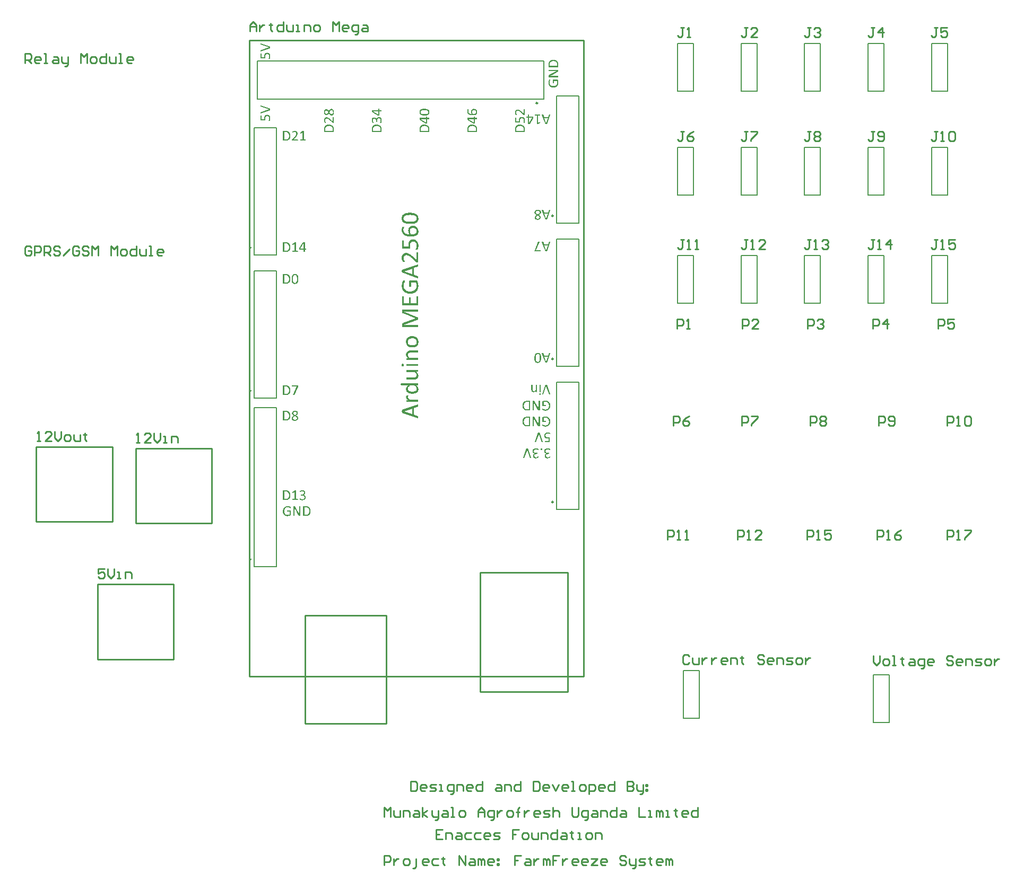
<source format=gto>
G04*
G04 #@! TF.GenerationSoftware,Altium Limited,CircuitMaker, ()*
G04*
G04 Layer_Color=15132400*
%FSLAX25Y25*%
%MOIN*%
G70*
G04*
G04 #@! TF.SameCoordinates,C26F3102-9BEA-4C27-960F-8064AF7766A3*
G04*
G04*
G04 #@! TF.FilePolarity,Positive*
G04*
G01*
G75*
%ADD10C,0.00984*%
%ADD11C,0.00787*%
%ADD12C,0.01000*%
%ADD13C,0.00630*%
G36*
X380099Y491936D02*
X380425Y491917D01*
X380790Y491879D01*
X381540Y491764D01*
X381559D01*
X381578D01*
X381694Y491725D01*
X381886Y491687D01*
X382117Y491610D01*
X382367Y491533D01*
X382655Y491418D01*
X382943Y491302D01*
X383212Y491149D01*
X383251Y491129D01*
X383328Y491072D01*
X383443Y490976D01*
X383597Y490841D01*
X383770Y490687D01*
X383962Y490495D01*
X384135Y490264D01*
X384289Y490015D01*
X384308Y489976D01*
X384346Y489899D01*
X384404Y489745D01*
X384461Y489534D01*
X384538Y489284D01*
X384596Y488996D01*
X384634Y488669D01*
X384654Y488304D01*
Y488150D01*
X384634Y487958D01*
X384615Y487747D01*
X384577Y487497D01*
X384519Y487228D01*
X384442Y486939D01*
X384327Y486690D01*
X384308Y486670D01*
X384269Y486574D01*
X384173Y486459D01*
X384077Y486305D01*
X383923Y486151D01*
X383750Y485959D01*
X383558Y485786D01*
X383328Y485632D01*
X383289Y485613D01*
X383212Y485575D01*
X383059Y485498D01*
X382866Y485402D01*
X382636Y485306D01*
X382347Y485229D01*
X382021Y485133D01*
X381675Y485056D01*
X381655D01*
X381636D01*
X381578Y485037D01*
X381502D01*
X381290Y485017D01*
X381021Y484979D01*
X380694Y484960D01*
X380329Y484921D01*
X379906Y484902D01*
X379445D01*
X379426D01*
X379387D01*
X379330D01*
X379253D01*
X379138D01*
X379022Y484921D01*
X378734D01*
X378407Y484940D01*
X378042Y484979D01*
X377677Y485017D01*
X377312Y485075D01*
X377292D01*
X377273Y485094D01*
X377216D01*
X377139Y485113D01*
X376966Y485152D01*
X376735Y485229D01*
X376466Y485306D01*
X376197Y485421D01*
X375909Y485536D01*
X375640Y485690D01*
X375601Y485709D01*
X375524Y485767D01*
X375390Y485863D01*
X375236Y485997D01*
X375063Y486151D01*
X374871Y486343D01*
X374698Y486555D01*
X374544Y486805D01*
X374525Y486843D01*
X374486Y486939D01*
X374429Y487074D01*
X374352Y487285D01*
X374275Y487535D01*
X374217Y487823D01*
X374179Y488150D01*
X374160Y488515D01*
Y488688D01*
X374179Y488861D01*
X374198Y489092D01*
X374236Y489342D01*
X374313Y489611D01*
X374390Y489899D01*
X374506Y490149D01*
X374525Y490188D01*
X374563Y490264D01*
X374659Y490380D01*
X374756Y490533D01*
X374909Y490687D01*
X375082Y490879D01*
X375294Y491052D01*
X375524Y491206D01*
X375563Y491225D01*
X375640Y491264D01*
X375774Y491341D01*
X375966Y491437D01*
X376216Y491533D01*
X376485Y491629D01*
X376812Y491706D01*
X377158Y491783D01*
X377177D01*
X377196D01*
X377254Y491802D01*
X377331D01*
X377542Y491840D01*
X377811Y491879D01*
X378138Y491898D01*
X378503Y491936D01*
X378926Y491956D01*
X379387D01*
X379407D01*
X379445D01*
X379503D01*
X379580D01*
X379695D01*
X379810D01*
X380099Y491936D01*
D02*
G37*
G36*
X381463Y483691D02*
X381636D01*
X381828Y483653D01*
X382040Y483614D01*
X382290Y483576D01*
X382520Y483499D01*
X382540D01*
X382616Y483461D01*
X382732Y483403D01*
X382886Y483345D01*
X383059Y483249D01*
X383251Y483134D01*
X383424Y483018D01*
X383616Y482865D01*
X383635Y482845D01*
X383693Y482788D01*
X383789Y482692D01*
X383885Y482576D01*
X384019Y482423D01*
X384135Y482230D01*
X384269Y482019D01*
X384385Y481788D01*
X384404Y481750D01*
X384423Y481673D01*
X384461Y481538D01*
X384519Y481346D01*
X384577Y481135D01*
X384615Y480866D01*
X384634Y480578D01*
X384654Y480251D01*
Y480020D01*
X384634Y479866D01*
X384615Y479693D01*
X384596Y479501D01*
X384500Y479117D01*
Y479098D01*
X384461Y479040D01*
X384442Y478944D01*
X384385Y478828D01*
X384250Y478559D01*
X384058Y478271D01*
X384039Y478252D01*
X384000Y478214D01*
X383943Y478137D01*
X383866Y478060D01*
X383750Y477964D01*
X383635Y477868D01*
X383347Y477656D01*
X383328D01*
X383270Y477618D01*
X383193Y477579D01*
X383059Y477522D01*
X382924Y477464D01*
X382770Y477406D01*
X382386Y477272D01*
X382367D01*
X382290Y477252D01*
X382174Y477233D01*
X382021Y477195D01*
X381848Y477176D01*
X381655Y477137D01*
X381194Y477079D01*
X381156D01*
X381079D01*
X380944Y477060D01*
X380771D01*
X380560Y477041D01*
X380329D01*
X380060Y477022D01*
X379791D01*
X379753D01*
X379676D01*
X379541D01*
X379387D01*
X379176Y477041D01*
X378965D01*
X378484Y477079D01*
X378446D01*
X378369Y477099D01*
X378234Y477118D01*
X378061Y477137D01*
X377869Y477176D01*
X377658Y477214D01*
X377196Y477329D01*
X377158D01*
X377081Y477368D01*
X376966Y477406D01*
X376812Y477464D01*
X376639Y477541D01*
X376428Y477618D01*
X376024Y477829D01*
X376005Y477848D01*
X375928Y477887D01*
X375832Y477944D01*
X375697Y478041D01*
X375543Y478156D01*
X375390Y478290D01*
X375063Y478598D01*
X375044Y478617D01*
X374986Y478675D01*
X374928Y478790D01*
X374832Y478925D01*
X374736Y479078D01*
X374621Y479271D01*
X374525Y479501D01*
X374429Y479732D01*
X374410Y479770D01*
X374390Y479847D01*
X374352Y479982D01*
X374294Y480174D01*
X374256Y480385D01*
X374217Y480654D01*
X374198Y480943D01*
X374179Y481250D01*
Y481423D01*
X374198Y481615D01*
X374217Y481827D01*
Y481884D01*
X374236Y481942D01*
Y482019D01*
X374275Y482192D01*
X374313Y482384D01*
Y482423D01*
X374352Y482538D01*
X374390Y482673D01*
X374448Y482807D01*
X374467Y482826D01*
X374486Y482903D01*
X374525Y482980D01*
X374563Y483038D01*
Y483057D01*
X374583Y483076D01*
X374659Y483114D01*
X374679Y483134D01*
X374775Y483172D01*
X374813Y483191D01*
X374909D01*
X374928D01*
X374948Y483211D01*
X375005D01*
X375082D01*
X375101D01*
X375159D01*
X375236D01*
X375332Y483191D01*
X375351D01*
X375390D01*
X375505Y483153D01*
X375543Y483134D01*
X375601Y483095D01*
Y483076D01*
X375620Y482980D01*
Y482922D01*
X375601Y482845D01*
X375563Y482749D01*
X375543Y482730D01*
X375524Y482653D01*
X375486Y482538D01*
X375447Y482384D01*
X375428Y482346D01*
X375409Y482250D01*
X375351Y482077D01*
X375313Y481865D01*
Y481846D01*
X375294Y481808D01*
Y481750D01*
X375274Y481654D01*
X375255Y481442D01*
Y481039D01*
X375274Y480904D01*
X375294Y480731D01*
X375332Y480520D01*
X375390Y480308D01*
X375467Y480097D01*
X375563Y479886D01*
X375582Y479866D01*
X375620Y479809D01*
X375678Y479713D01*
X375774Y479578D01*
X375889Y479444D01*
X376024Y479309D01*
X376197Y479155D01*
X376370Y479021D01*
X376389Y479002D01*
X376466Y478963D01*
X376562Y478905D01*
X376697Y478848D01*
X376870Y478752D01*
X377081Y478675D01*
X377292Y478598D01*
X377542Y478540D01*
X377581D01*
X377658Y478521D01*
X377792Y478482D01*
X377965Y478463D01*
X378157Y478425D01*
X378407Y478386D01*
X378657Y478367D01*
X378926Y478348D01*
Y478367D01*
X378907Y478386D01*
X378849Y478482D01*
X378772Y478636D01*
X378696Y478809D01*
Y478828D01*
X378676Y478848D01*
X378657Y478905D01*
X378619Y478982D01*
X378542Y479155D01*
X378484Y479367D01*
Y479386D01*
X378465Y479424D01*
X378446Y479482D01*
X378427Y479559D01*
X378369Y479770D01*
X378330Y480001D01*
Y480020D01*
X378311Y480059D01*
Y480135D01*
X378292Y480232D01*
X378273Y480462D01*
X378254Y480731D01*
Y480866D01*
X378273Y481020D01*
Y481212D01*
X378311Y481442D01*
X378350Y481673D01*
X378407Y481904D01*
X378484Y482115D01*
X378503Y482134D01*
X378523Y482211D01*
X378580Y482307D01*
X378657Y482442D01*
X378849Y482749D01*
X378984Y482903D01*
X379118Y483038D01*
X379138Y483057D01*
X379195Y483095D01*
X379272Y483153D01*
X379368Y483249D01*
X379503Y483326D01*
X379676Y483403D01*
X379849Y483499D01*
X380041Y483557D01*
X380060D01*
X380137Y483576D01*
X380252Y483614D01*
X380387Y483634D01*
X380560Y483672D01*
X380771Y483691D01*
X380983Y483710D01*
X381213D01*
X381252D01*
X381329D01*
X381463Y483691D01*
D02*
G37*
G36*
X381521Y475215D02*
X381732Y475196D01*
X381944Y475157D01*
X382194Y475119D01*
X382443Y475042D01*
X382693Y474946D01*
X382713Y474927D01*
X382789Y474888D01*
X382924Y474831D01*
X383059Y474754D01*
X383231Y474639D01*
X383424Y474504D01*
X383597Y474350D01*
X383770Y474158D01*
X383789Y474139D01*
X383846Y474062D01*
X383923Y473966D01*
X384019Y473831D01*
X384135Y473639D01*
X384231Y473447D01*
X384346Y473216D01*
X384442Y472966D01*
Y472928D01*
X384481Y472851D01*
X384500Y472697D01*
X384538Y472505D01*
X384577Y472274D01*
X384615Y472025D01*
X384634Y471717D01*
X384654Y471410D01*
Y471237D01*
X384634Y471121D01*
Y470987D01*
X384615Y470852D01*
X384577Y470526D01*
Y470506D01*
X384558Y470449D01*
Y470372D01*
X384538Y470276D01*
X384481Y470026D01*
X384423Y469757D01*
Y469737D01*
X384404Y469699D01*
X384385Y469641D01*
X384366Y469564D01*
X384308Y469391D01*
X384231Y469218D01*
X384212Y469180D01*
X384173Y469103D01*
X384135Y469007D01*
X384096Y468949D01*
X384077D01*
X384058Y468911D01*
X384000Y468853D01*
X383981D01*
X383962Y468834D01*
X383885Y468815D01*
X383866D01*
X383827D01*
X383712Y468796D01*
X383693D01*
X383635D01*
X383558D01*
X383462D01*
X383443D01*
X383385D01*
X383231D01*
X383212D01*
X383174Y468815D01*
X383116D01*
X383059Y468834D01*
X383039D01*
X383020Y468853D01*
X382943Y468911D01*
Y468930D01*
X382924Y468949D01*
X382905Y469007D01*
Y469026D01*
X382924Y469065D01*
X382943Y469142D01*
X383020Y469257D01*
X383039Y469295D01*
X383078Y469372D01*
X383155Y469526D01*
X383231Y469699D01*
Y469718D01*
X383251Y469757D01*
X383270Y469814D01*
X383308Y469891D01*
X383366Y470122D01*
X383443Y470391D01*
Y470410D01*
X383462Y470468D01*
X383481Y470564D01*
Y470679D01*
X383501Y470814D01*
X383520Y470987D01*
X383539Y471179D01*
Y471563D01*
X383520Y471698D01*
Y471852D01*
X383481Y472005D01*
X383424Y472351D01*
Y472371D01*
X383404Y472428D01*
X383366Y472505D01*
X383328Y472620D01*
X383193Y472851D01*
X383020Y473101D01*
X383001Y473120D01*
X382962Y473159D01*
X382905Y473216D01*
X382828Y473293D01*
X382616Y473447D01*
X382347Y473601D01*
X382328D01*
X382271Y473639D01*
X382194Y473658D01*
X382078Y473697D01*
X381925Y473735D01*
X381771Y473754D01*
X381579Y473793D01*
X381367D01*
X381348D01*
X381290D01*
X381194D01*
X381079Y473774D01*
X380790Y473735D01*
X380502Y473639D01*
X380483D01*
X380445Y473620D01*
X380368Y473581D01*
X380272Y473524D01*
X380079Y473370D01*
X379868Y473159D01*
X379849Y473139D01*
X379830Y473101D01*
X379791Y473024D01*
X379733Y472928D01*
X379676Y472813D01*
X379599Y472678D01*
X379503Y472351D01*
Y472332D01*
X379484Y472274D01*
X379464Y472159D01*
X379426Y472025D01*
X379407Y471852D01*
X379387Y471659D01*
X379368Y471429D01*
Y470891D01*
X379387Y470622D01*
X379426Y470353D01*
Y470295D01*
X379445Y470237D01*
Y470141D01*
X379464Y469949D01*
Y469680D01*
X379445Y469584D01*
X379426Y469488D01*
X379368Y469391D01*
X379349Y469372D01*
X379291Y469353D01*
X379157Y469334D01*
X378984Y469315D01*
X374832D01*
X374813D01*
X374794D01*
X374698Y469334D01*
X374563Y469372D01*
X374448Y469430D01*
X374429Y469449D01*
X374371Y469526D01*
X374333Y469622D01*
X374313Y469776D01*
Y474331D01*
X374352Y474408D01*
Y474427D01*
X374371Y474446D01*
X374467Y474504D01*
X374486D01*
X374506Y474523D01*
X374563Y474542D01*
X374640Y474562D01*
X374659D01*
X374717Y474581D01*
X374794Y474600D01*
X374909D01*
X374928D01*
X374948D01*
X375063D01*
X375198Y474562D01*
X375332Y474523D01*
X375351Y474504D01*
X375409Y474466D01*
X375467Y474408D01*
X375486Y474312D01*
Y470660D01*
X378350D01*
Y470698D01*
X378330Y470814D01*
X378311Y470987D01*
Y471294D01*
X378292Y471371D01*
Y471967D01*
X378311Y472140D01*
Y472332D01*
X378350Y472563D01*
X378388Y472813D01*
X378427Y473063D01*
X378503Y473312D01*
Y473332D01*
X378542Y473428D01*
X378600Y473543D01*
X378657Y473677D01*
X378734Y473850D01*
X378849Y474023D01*
X378965Y474196D01*
X379099Y474369D01*
X379118Y474389D01*
X379176Y474446D01*
X379253Y474523D01*
X379368Y474600D01*
X379503Y474715D01*
X379657Y474812D01*
X379849Y474908D01*
X380041Y475004D01*
X380060Y475023D01*
X380137Y475042D01*
X380252Y475081D01*
X380387Y475119D01*
X380560Y475157D01*
X380771Y475196D01*
X381002Y475234D01*
X381233D01*
X381271D01*
X381367D01*
X381521Y475215D01*
D02*
G37*
G36*
X384077Y467104D02*
X384173Y467085D01*
X384192D01*
X384231Y467066D01*
X384366Y467027D01*
X384385D01*
X384404Y467008D01*
X384481Y466951D01*
Y466912D01*
X384500Y466816D01*
Y461127D01*
X384481Y460992D01*
Y460973D01*
X384462Y460954D01*
X384404Y460839D01*
X384385D01*
X384346Y460800D01*
X384289Y460781D01*
X384212Y460762D01*
X384192D01*
X384135D01*
X384039Y460743D01*
X383923D01*
X383885D01*
X383827D01*
X383731D01*
X383635D01*
X383616D01*
X383558Y460762D01*
X383443Y460800D01*
X383424D01*
X383385Y460819D01*
X383251Y460896D01*
X383231Y460915D01*
X383193Y460935D01*
X383059Y461050D01*
X380963Y463106D01*
X380925Y463145D01*
X380848Y463222D01*
X380694Y463356D01*
X380521Y463510D01*
X380329Y463683D01*
X380099Y463875D01*
X379887Y464048D01*
X379657Y464221D01*
X379637Y464241D01*
X379560Y464298D01*
X379445Y464375D01*
X379311Y464471D01*
X379157Y464586D01*
X378984Y464702D01*
X378792Y464798D01*
X378619Y464894D01*
X378600Y464913D01*
X378542Y464932D01*
X378446Y464971D01*
X378330Y465028D01*
X378042Y465125D01*
X377754Y465202D01*
X377735D01*
X377696Y465221D01*
X377619D01*
X377523Y465240D01*
X377292Y465259D01*
X377043Y465278D01*
X377023D01*
X376985D01*
X376908D01*
X376831Y465259D01*
X376620Y465240D01*
X376389Y465163D01*
X376370D01*
X376331Y465144D01*
X376274Y465125D01*
X376197Y465086D01*
X376024Y464971D01*
X375851Y464817D01*
X375832D01*
X375813Y464779D01*
X375716Y464663D01*
X375601Y464510D01*
X375486Y464279D01*
Y464260D01*
X375467Y464221D01*
X375447Y464144D01*
X375409Y464068D01*
X375390Y463952D01*
X375371Y463818D01*
X375351Y463529D01*
Y463356D01*
X375371Y463241D01*
X375409Y462953D01*
X375486Y462645D01*
Y462626D01*
X375505Y462588D01*
X375543Y462511D01*
X375582Y462415D01*
X375678Y462184D01*
X375793Y461953D01*
Y461934D01*
X375813Y461915D01*
X375889Y461780D01*
X375986Y461627D01*
X376082Y461454D01*
X376101Y461415D01*
X376139Y461338D01*
X376178Y461242D01*
X376197Y461165D01*
Y461127D01*
X376178Y461050D01*
X376158Y461031D01*
X376082Y460973D01*
X376062D01*
X376024Y460954D01*
X375966D01*
X375889Y460935D01*
X375870D01*
X375813D01*
X375716D01*
X375601D01*
X375582D01*
X375524D01*
X375409D01*
X375390D01*
X375351D01*
X375255Y460954D01*
X375236D01*
X375217Y460973D01*
X375140Y461012D01*
X375121D01*
X375101Y461050D01*
X375005Y461127D01*
X374986Y461146D01*
X374948Y461204D01*
X374871Y461300D01*
X374775Y461454D01*
Y461473D01*
X374756Y461492D01*
X374717Y461550D01*
X374698Y461627D01*
X374602Y461819D01*
X374506Y462049D01*
Y462069D01*
X374486Y462107D01*
X374448Y462184D01*
X374410Y462280D01*
X374371Y462395D01*
X374333Y462530D01*
X374256Y462818D01*
Y462837D01*
X374236Y462895D01*
X374217Y462972D01*
X374198Y463087D01*
Y463222D01*
X374179Y463376D01*
X374160Y463702D01*
Y463837D01*
X374179Y463971D01*
Y464144D01*
X374217Y464356D01*
X374256Y464567D01*
X374294Y464798D01*
X374371Y465009D01*
Y465028D01*
X374410Y465105D01*
X374448Y465202D01*
X374525Y465336D01*
X374698Y465644D01*
X374948Y465932D01*
X374967Y465951D01*
X375005Y465989D01*
X375082Y466066D01*
X375198Y466143D01*
X375313Y466220D01*
X375467Y466316D01*
X375793Y466470D01*
X375813D01*
X375870Y466508D01*
X375966Y466528D01*
X376101Y466566D01*
X376255Y466605D01*
X376428Y466624D01*
X376812Y466662D01*
X376831D01*
X376889D01*
X377004D01*
X377119Y466643D01*
X377273D01*
X377427Y466624D01*
X377792Y466566D01*
X377811D01*
X377869Y466547D01*
X377965Y466528D01*
X378100Y466489D01*
X378254Y466432D01*
X378427Y466355D01*
X378830Y466182D01*
X378849Y466162D01*
X378926Y466124D01*
X379042Y466066D01*
X379195Y465989D01*
X379387Y465874D01*
X379599Y465720D01*
X379830Y465567D01*
X380079Y465375D01*
X380118Y465355D01*
X380195Y465278D01*
X380348Y465163D01*
X380541Y465009D01*
X380771Y464817D01*
X381040Y464567D01*
X381348Y464298D01*
X381675Y463991D01*
X383347Y462376D01*
Y466854D01*
X383385Y466931D01*
Y466951D01*
X383404Y466970D01*
X383501Y467027D01*
X383520D01*
X383558Y467047D01*
X383616Y467066D01*
X383693Y467085D01*
X383712D01*
X383750Y467104D01*
X383827Y467124D01*
X383923D01*
X383943D01*
X384000D01*
X384077Y467104D01*
D02*
G37*
G36*
X384404Y459532D02*
X384462Y459493D01*
Y459474D01*
X384481Y459455D01*
X384500Y459378D01*
X384519Y459282D01*
Y459186D01*
X384538Y459070D01*
Y458647D01*
X384519Y458513D01*
Y458494D01*
X384500Y458436D01*
Y458359D01*
X384481Y458282D01*
X384462Y458244D01*
X384423Y458186D01*
X384404D01*
X384385Y458167D01*
X384308Y458109D01*
X381809Y457244D01*
Y452997D01*
X384269Y452170D01*
X384289D01*
X384308Y452151D01*
X384404Y452113D01*
X384423Y452094D01*
X384481Y451997D01*
Y451978D01*
X384500Y451940D01*
Y451882D01*
X384519Y451786D01*
Y451690D01*
X384538Y451575D01*
Y451171D01*
X384519Y451036D01*
Y451017D01*
X384500Y450959D01*
X384481Y450902D01*
X384462Y450844D01*
X384442D01*
X384423Y450825D01*
X384366Y450806D01*
X384308Y450786D01*
X384289D01*
X384231Y450806D01*
X384135Y450825D01*
X384019Y450863D01*
X374544Y454265D01*
X374525D01*
X374506Y454285D01*
X374410Y454342D01*
X374390Y454361D01*
X374371Y454381D01*
X374333Y454496D01*
Y454515D01*
X374313Y454573D01*
X374294Y454650D01*
X374275Y454765D01*
Y454784D01*
X374256Y454880D01*
Y455418D01*
X374275Y455553D01*
Y455591D01*
X374294Y455649D01*
X374313Y455745D01*
X374333Y455822D01*
Y455841D01*
X374352Y455880D01*
X374371Y455937D01*
X374410Y455995D01*
X374429Y456014D01*
X374448Y456034D01*
X374563Y456072D01*
X384019Y459493D01*
X384039Y459512D01*
X384116Y459532D01*
X384212Y459551D01*
X384308D01*
X384327D01*
X384366D01*
X384404Y459532D01*
D02*
G37*
G36*
X375966Y449326D02*
X375986D01*
X376024Y449307D01*
X376158Y449268D01*
X376178D01*
X376197Y449249D01*
X376274Y449191D01*
Y449172D01*
X376293Y449095D01*
Y449076D01*
X376274Y449018D01*
X376235Y448922D01*
X376158Y448768D01*
X376139Y448730D01*
X376062Y448615D01*
X375947Y448422D01*
X375832Y448173D01*
Y448153D01*
X375793Y448115D01*
X375755Y448038D01*
X375716Y447923D01*
X375659Y447788D01*
X375601Y447654D01*
X375543Y447481D01*
X375486Y447289D01*
Y447269D01*
X375467Y447192D01*
X375428Y447096D01*
X375409Y446943D01*
X375371Y446770D01*
X375351Y446558D01*
X375332Y446327D01*
Y445943D01*
X375351Y445770D01*
X375371Y445578D01*
X375409Y445328D01*
X375467Y445078D01*
X375543Y444809D01*
X375640Y444559D01*
X375659Y444540D01*
X375697Y444444D01*
X375774Y444329D01*
X375870Y444175D01*
X375986Y444002D01*
X376139Y443810D01*
X376312Y443617D01*
X376504Y443425D01*
X376524Y443406D01*
X376601Y443348D01*
X376716Y443271D01*
X376870Y443156D01*
X377062Y443041D01*
X377273Y442926D01*
X377523Y442810D01*
X377792Y442714D01*
X377831D01*
X377927Y442676D01*
X378081Y442637D01*
X378273Y442599D01*
X378523Y442560D01*
X378792Y442522D01*
X379080Y442503D01*
X379407Y442484D01*
X379426D01*
X379445D01*
X379503D01*
X379580D01*
X379753Y442503D01*
X379983Y442522D01*
X380272Y442541D01*
X380560Y442599D01*
X380867Y442657D01*
X381156Y442753D01*
X381194Y442772D01*
X381271Y442810D01*
X381425Y442868D01*
X381598Y442945D01*
X381790Y443060D01*
X382001Y443175D01*
X382213Y443329D01*
X382424Y443502D01*
X382443Y443521D01*
X382501Y443579D01*
X382597Y443694D01*
X382713Y443829D01*
X382847Y443983D01*
X382982Y444175D01*
X383097Y444406D01*
X383212Y444636D01*
X383231Y444674D01*
X383251Y444751D01*
X383289Y444886D01*
X383328Y445078D01*
X383385Y445290D01*
X383424Y445540D01*
X383443Y445828D01*
X383462Y446116D01*
Y446289D01*
X383443Y446404D01*
Y446558D01*
X383424Y446712D01*
X383366Y447058D01*
Y447077D01*
X383347Y447135D01*
X383308Y447231D01*
X383270Y447365D01*
X383231Y447500D01*
X383174Y447654D01*
X383020Y447980D01*
X380041D01*
Y445578D01*
X380022Y445520D01*
X379983Y445463D01*
X379926Y445405D01*
X379906D01*
X379830Y445386D01*
X379695Y445366D01*
X379503Y445347D01*
X379484D01*
X379407D01*
X379330D01*
X379253D01*
X379234D01*
X379195Y445366D01*
X379138Y445386D01*
X379080Y445405D01*
X379061D01*
X379042Y445424D01*
X378965Y445482D01*
Y445501D01*
X378945Y445520D01*
X378926Y445597D01*
Y448903D01*
X378965Y448999D01*
Y449018D01*
X378984Y449057D01*
X379061Y449153D01*
X379080Y449172D01*
X379099Y449191D01*
X379157Y449230D01*
X379234Y449268D01*
X379253Y449287D01*
X379311Y449307D01*
X379387Y449326D01*
X379484D01*
X383366D01*
X383404D01*
X383481D01*
X383597Y449287D01*
X383712Y449249D01*
X383731Y449230D01*
X383808Y449191D01*
X383885Y449095D01*
X383981Y448941D01*
Y448922D01*
X384000Y448903D01*
X384019Y448845D01*
X384058Y448788D01*
X384135Y448595D01*
X384231Y448346D01*
Y448326D01*
X384250Y448288D01*
X384269Y448211D01*
X384308Y448134D01*
X384385Y447884D01*
X384462Y447615D01*
Y447596D01*
X384481Y447557D01*
Y447481D01*
X384500Y447365D01*
X384538Y447116D01*
X384577Y446827D01*
Y446770D01*
X384596Y446693D01*
Y446597D01*
X384615Y446347D01*
X384634Y446058D01*
Y445866D01*
X384615Y445751D01*
Y445636D01*
X384596Y445347D01*
X384538Y445020D01*
X384481Y444655D01*
X384385Y444290D01*
X384269Y443925D01*
Y443906D01*
X384250Y443887D01*
X384192Y443771D01*
X384116Y443598D01*
X384000Y443387D01*
X383846Y443137D01*
X383674Y442887D01*
X383462Y442618D01*
X383231Y442368D01*
X383193Y442349D01*
X383116Y442272D01*
X382962Y442157D01*
X382770Y442003D01*
X382540Y441849D01*
X382271Y441695D01*
X381963Y441523D01*
X381617Y441388D01*
X381598D01*
X381579Y441369D01*
X381521Y441350D01*
X381444Y441330D01*
X381252Y441292D01*
X381002Y441234D01*
X380694Y441157D01*
X380329Y441119D01*
X379926Y441080D01*
X379503Y441061D01*
X379484D01*
X379445D01*
X379387D01*
X379291D01*
X379195Y441080D01*
X379061D01*
X378772Y441100D01*
X378427Y441157D01*
X378061Y441215D01*
X377696Y441311D01*
X377312Y441426D01*
X377292D01*
X377273Y441446D01*
X377216Y441465D01*
X377139Y441503D01*
X376966Y441580D01*
X376735Y441695D01*
X376466Y441830D01*
X376197Y442003D01*
X375909Y442214D01*
X375640Y442445D01*
X375601Y442484D01*
X375524Y442560D01*
X375409Y442714D01*
X375236Y442906D01*
X375063Y443137D01*
X374890Y443406D01*
X374717Y443714D01*
X374563Y444040D01*
Y444060D01*
X374544Y444079D01*
X374525Y444136D01*
X374506Y444213D01*
X374448Y444406D01*
X374371Y444655D01*
X374294Y444963D01*
X374236Y445309D01*
X374198Y445693D01*
X374179Y446116D01*
Y446327D01*
X374198Y446462D01*
Y446635D01*
X374217Y446808D01*
X374294Y447192D01*
Y447212D01*
X374313Y447289D01*
X374333Y447385D01*
X374352Y447500D01*
X374429Y447807D01*
X374525Y448115D01*
Y448134D01*
X374544Y448192D01*
X374583Y448249D01*
X374621Y448346D01*
X374717Y448576D01*
X374832Y448788D01*
Y448807D01*
X374852Y448826D01*
X374928Y448941D01*
X375005Y449057D01*
X375082Y449153D01*
X375101Y449172D01*
X375140Y449211D01*
X375217Y449249D01*
X375313Y449287D01*
X375332Y449307D01*
X375409Y449326D01*
X375543Y449345D01*
X375716D01*
X375736D01*
X375793D01*
X375870D01*
X375966Y449326D01*
D02*
G37*
G36*
X384212Y439466D02*
X384231D01*
X384269Y439447D01*
X384385Y439408D01*
X384423Y439389D01*
X384481Y439312D01*
Y439274D01*
X384500Y439197D01*
Y434276D01*
X384481Y434200D01*
X384442Y434084D01*
X384385Y433969D01*
X384366Y433950D01*
X384289Y433892D01*
X384154Y433835D01*
X383962Y433815D01*
X374871D01*
X374852D01*
X374813D01*
X374698Y433835D01*
X374563Y433873D01*
X374448Y433969D01*
X374429Y433988D01*
X374371Y434065D01*
X374333Y434180D01*
X374313Y434315D01*
Y439197D01*
X374352Y439255D01*
Y439274D01*
X374371Y439293D01*
X374467Y439331D01*
X374486D01*
X374506Y439351D01*
X374563Y439370D01*
X374640Y439389D01*
X374659D01*
X374717Y439408D01*
X374794Y439428D01*
X374909D01*
X374928D01*
X374986D01*
X375063Y439408D01*
X375159Y439389D01*
X375178D01*
X375217Y439370D01*
X375332Y439331D01*
X375371Y439312D01*
X375428Y439255D01*
Y439235D01*
X375447Y439158D01*
Y435161D01*
X378638D01*
Y438620D01*
X378676Y438678D01*
Y438697D01*
X378696Y438716D01*
X378792Y438774D01*
X378811D01*
X378830Y438793D01*
X378888Y438812D01*
X378965Y438832D01*
X378984D01*
X379022Y438851D01*
X379118D01*
X379215D01*
X379234D01*
X379291D01*
X379368D01*
X379464Y438832D01*
X379484D01*
X379522Y438812D01*
X379637Y438774D01*
X379676Y438755D01*
X379714Y438678D01*
Y438659D01*
X379733Y438582D01*
Y435161D01*
X383366D01*
Y439235D01*
X383404Y439312D01*
Y439331D01*
X383424Y439351D01*
X383520Y439408D01*
X383539D01*
X383558Y439428D01*
X383616Y439447D01*
X383693Y439466D01*
X383712D01*
X383750Y439485D01*
X383846D01*
X383943D01*
X383962D01*
X384039D01*
X384116D01*
X384212Y439466D01*
D02*
G37*
G36*
X384423Y431067D02*
X384442Y431048D01*
X384481Y430951D01*
Y430932D01*
X384500Y430894D01*
Y430836D01*
X384519Y430740D01*
Y430663D01*
X384538Y430548D01*
Y430202D01*
X384519Y430106D01*
Y430087D01*
X384500Y430029D01*
Y429952D01*
X384481Y429894D01*
Y429875D01*
X384462Y429856D01*
X384423Y429779D01*
X384404D01*
X384385D01*
X384289Y429760D01*
X375428D01*
Y429741D01*
X384327Y426127D01*
X384366Y426108D01*
X384423Y426070D01*
X384442Y426031D01*
X384462Y425993D01*
X384481Y425935D01*
Y425916D01*
X384500Y425877D01*
Y425820D01*
X384519Y425743D01*
Y425666D01*
X384538Y425589D01*
Y425282D01*
X384519Y425185D01*
Y425166D01*
X384500Y425128D01*
X384481Y424993D01*
Y424974D01*
X384462Y424955D01*
X384423Y424859D01*
X384404Y424839D01*
X384327Y424820D01*
X375428Y421380D01*
X384289D01*
X384308D01*
X384327D01*
X384423Y421342D01*
X384442Y421322D01*
X384481Y421226D01*
Y421207D01*
X384500Y421169D01*
Y421111D01*
X384519Y421015D01*
Y420919D01*
X384538Y420822D01*
Y420477D01*
X384519Y420361D01*
Y420342D01*
X384500Y420284D01*
Y420208D01*
X384481Y420150D01*
Y420131D01*
X384462Y420111D01*
X384442Y420073D01*
X384423Y420054D01*
X384404D01*
X384385D01*
X384289Y420035D01*
X374928D01*
X374909D01*
X374871D01*
X374756Y420054D01*
X374602Y420111D01*
X374467Y420208D01*
X374448Y420246D01*
X374390Y420323D01*
X374333Y420438D01*
X374313Y420592D01*
Y421572D01*
X374333Y421707D01*
X374371Y421860D01*
Y421899D01*
X374410Y421976D01*
X374448Y422072D01*
X374525Y422187D01*
X374544Y422206D01*
X374583Y422283D01*
X374679Y422360D01*
X374775Y422437D01*
X374794Y422456D01*
X374871Y422495D01*
X374986Y422552D01*
X375140Y422610D01*
X382520Y425531D01*
Y425570D01*
X375178Y428607D01*
X375159D01*
X375140Y428626D01*
X375025Y428664D01*
X374909Y428722D01*
X374775Y428780D01*
X374736Y428799D01*
X374679Y428857D01*
X374583Y428933D01*
X374506Y429010D01*
X374486Y429030D01*
X374448Y429106D01*
X374410Y429183D01*
X374371Y429298D01*
X374352Y429318D01*
X374333Y429395D01*
X374313Y429510D01*
Y430586D01*
X374333Y430663D01*
X374352Y430740D01*
Y430759D01*
X374371Y430817D01*
X374467Y430932D01*
X374486Y430951D01*
X374525Y430971D01*
X374583Y431009D01*
X374659Y431048D01*
X374679Y431067D01*
X374736Y431086D01*
X374813Y431105D01*
X374928D01*
X384289D01*
X384308D01*
X384327D01*
X384423Y431067D01*
D02*
G37*
G36*
X381002Y414326D02*
X381213D01*
X381463Y414288D01*
X381732Y414249D01*
X382001Y414192D01*
X382290Y414115D01*
X382328Y414095D01*
X382405Y414076D01*
X382540Y414019D01*
X382713Y413942D01*
X382924Y413846D01*
X383135Y413730D01*
X383347Y413577D01*
X383558Y413423D01*
X383577Y413404D01*
X383635Y413346D01*
X383731Y413250D01*
X383846Y413115D01*
X383981Y412961D01*
X384116Y412750D01*
X384250Y412539D01*
X384366Y412289D01*
X384385Y412250D01*
X384404Y412174D01*
X384462Y412020D01*
X384500Y411847D01*
X384558Y411616D01*
X384615Y411347D01*
X384634Y411039D01*
X384654Y410713D01*
Y410559D01*
X384634Y410405D01*
X384615Y410194D01*
X384596Y409944D01*
X384538Y409694D01*
X384481Y409425D01*
X384404Y409175D01*
X384385Y409156D01*
X384346Y409079D01*
X384289Y408945D01*
X384212Y408810D01*
X384096Y408637D01*
X383981Y408445D01*
X383827Y408272D01*
X383654Y408099D01*
X383635Y408080D01*
X383558Y408022D01*
X383462Y407945D01*
X383308Y407868D01*
X383135Y407753D01*
X382924Y407657D01*
X382693Y407561D01*
X382443Y407465D01*
X382405D01*
X382309Y407426D01*
X382174Y407407D01*
X381982Y407369D01*
X381732Y407330D01*
X381463Y407292D01*
X381156Y407272D01*
X380829Y407253D01*
X380810D01*
X380790D01*
X380675D01*
X380521Y407272D01*
X380310D01*
X380060Y407311D01*
X379791Y407349D01*
X379522Y407388D01*
X379253Y407465D01*
X379215Y407484D01*
X379138Y407503D01*
X379003Y407561D01*
X378830Y407638D01*
X378619Y407734D01*
X378427Y407849D01*
X378215Y407984D01*
X378004Y408137D01*
X377984Y408157D01*
X377907Y408214D01*
X377811Y408310D01*
X377696Y408445D01*
X377562Y408618D01*
X377427Y408810D01*
X377292Y409022D01*
X377177Y409271D01*
X377158Y409310D01*
X377119Y409387D01*
X377081Y409540D01*
X377023Y409733D01*
X376966Y409963D01*
X376908Y410232D01*
X376889Y410540D01*
X376870Y410867D01*
Y411020D01*
X376889Y411174D01*
X376908Y411385D01*
X376927Y411616D01*
X376985Y411866D01*
X377043Y412135D01*
X377139Y412385D01*
X377158Y412423D01*
X377196Y412500D01*
X377254Y412616D01*
X377331Y412769D01*
X377446Y412942D01*
X377581Y413115D01*
X377735Y413288D01*
X377907Y413461D01*
X377927Y413481D01*
X377984Y413538D01*
X378100Y413615D01*
X378234Y413711D01*
X378407Y413807D01*
X378619Y413923D01*
X378849Y414019D01*
X379099Y414115D01*
X379138Y414134D01*
X379215Y414153D01*
X379368Y414192D01*
X379560Y414230D01*
X379791Y414268D01*
X380079Y414307D01*
X380368Y414345D01*
X380694D01*
X380733D01*
X380848D01*
X381002Y414326D01*
D02*
G37*
G36*
X384423Y405331D02*
X384442Y405312D01*
X384481Y405216D01*
Y405197D01*
X384500Y405177D01*
Y405120D01*
X384519Y405024D01*
Y404947D01*
X384538Y404851D01*
Y404486D01*
X384519Y404370D01*
Y404351D01*
X384500Y404313D01*
X384481Y404178D01*
X384462Y404140D01*
X384423Y404082D01*
X384404D01*
X384385D01*
X384308Y404063D01*
X380175D01*
X380156D01*
X380079D01*
X379964D01*
X379830Y404043D01*
X379503Y404024D01*
X379349Y404005D01*
X379195Y403967D01*
X379176D01*
X379138Y403947D01*
X379061Y403928D01*
X378984Y403890D01*
X378772Y403813D01*
X378561Y403678D01*
X378542D01*
X378523Y403640D01*
X378407Y403563D01*
X378273Y403409D01*
X378157Y403217D01*
Y403198D01*
X378138Y403159D01*
X378100Y403102D01*
X378081Y403025D01*
X378023Y402813D01*
X378004Y402563D01*
Y402487D01*
X378023Y402390D01*
X378042Y402256D01*
X378081Y402121D01*
X378157Y401948D01*
X378234Y401776D01*
X378350Y401583D01*
X378369Y401564D01*
X378407Y401506D01*
X378503Y401410D01*
X378600Y401276D01*
X378753Y401122D01*
X378926Y400968D01*
X379138Y400776D01*
X379368Y400584D01*
X384308D01*
X384346D01*
X384423Y400545D01*
X384442Y400526D01*
X384481Y400430D01*
Y400411D01*
X384500Y400392D01*
Y400334D01*
X384519Y400238D01*
Y400161D01*
X384538Y400046D01*
Y399700D01*
X384519Y399584D01*
Y399565D01*
X384500Y399527D01*
X384481Y399392D01*
Y399373D01*
X384462Y399354D01*
X384442Y399315D01*
X384423Y399296D01*
X384404D01*
X384385D01*
X384308Y399277D01*
X377216D01*
X377196D01*
X377177D01*
X377119Y399296D01*
X377100D01*
X377081Y399315D01*
X377043Y399373D01*
Y399392D01*
X377023Y399431D01*
X377004Y399488D01*
X376985Y399565D01*
Y399584D01*
X376966Y399642D01*
Y400046D01*
X376985Y400142D01*
Y400161D01*
X377004Y400200D01*
X377023Y400257D01*
X377043Y400315D01*
Y400334D01*
X377062Y400353D01*
X377081Y400392D01*
X377119Y400411D01*
X377139Y400430D01*
X377216Y400449D01*
X378157D01*
X378119Y400469D01*
X378042Y400545D01*
X377927Y400661D01*
X377773Y400814D01*
X377619Y401007D01*
X377466Y401199D01*
X377312Y401410D01*
X377177Y401641D01*
X377158Y401660D01*
X377119Y401737D01*
X377081Y401852D01*
X377023Y402006D01*
X376966Y402198D01*
X376908Y402390D01*
X376889Y402602D01*
X376870Y402833D01*
Y402948D01*
X376889Y403083D01*
X376908Y403256D01*
X376927Y403428D01*
X376966Y403640D01*
X377043Y403832D01*
X377119Y404024D01*
X377139Y404043D01*
X377158Y404101D01*
X377216Y404197D01*
X377292Y404293D01*
X377485Y404543D01*
X377754Y404793D01*
X377773Y404812D01*
X377831Y404851D01*
X377907Y404889D01*
X378023Y404966D01*
X378157Y405043D01*
X378311Y405101D01*
X378696Y405235D01*
X378715D01*
X378792Y405254D01*
X378907Y405273D01*
X379061Y405312D01*
X379253Y405331D01*
X379464Y405350D01*
X379714Y405370D01*
X379983D01*
X384308D01*
X384346D01*
X384423Y405331D01*
D02*
G37*
G36*
Y396836D02*
X384442Y396817D01*
X384481Y396721D01*
Y396701D01*
X384500Y396682D01*
Y396624D01*
X384519Y396529D01*
Y396452D01*
X384538Y396336D01*
Y395990D01*
X384519Y395875D01*
Y395856D01*
X384500Y395817D01*
X384481Y395683D01*
Y395663D01*
X384462Y395644D01*
X384442Y395606D01*
X384423Y395587D01*
X384404D01*
X384385D01*
X384308Y395567D01*
X377216D01*
X377196D01*
X377177D01*
X377119Y395587D01*
X377100D01*
X377081Y395606D01*
X377062Y395644D01*
X377043Y395683D01*
Y395702D01*
X377023Y395740D01*
X377004Y395798D01*
X376985Y395875D01*
Y395894D01*
X376966Y395971D01*
Y396432D01*
X376985Y396529D01*
Y396548D01*
X377004Y396605D01*
X377023Y396663D01*
X377043Y396721D01*
Y396740D01*
X377062Y396759D01*
X377119Y396836D01*
X377139Y396855D01*
X377216Y396874D01*
X384308D01*
X384346D01*
X384423Y396836D01*
D02*
G37*
G36*
X375082Y397009D02*
X375274Y396951D01*
X375371Y396894D01*
X375447Y396836D01*
X375467Y396797D01*
X375486Y396759D01*
X375524Y396701D01*
X375543Y396605D01*
X375582Y396490D01*
X375601Y396356D01*
Y396048D01*
X375582Y395952D01*
X375543Y395740D01*
X375505Y395644D01*
X375447Y395567D01*
X375409Y395548D01*
X375371Y395529D01*
X375313Y395491D01*
X375236Y395471D01*
X375121Y395433D01*
X374986Y395414D01*
X374832D01*
X374813D01*
X374756D01*
X374679Y395433D01*
X374583D01*
X374390Y395491D01*
X374294Y395529D01*
X374217Y395587D01*
X374198Y395625D01*
X374160Y395663D01*
X374121Y395740D01*
X374102Y395817D01*
X374063Y395933D01*
X374044Y396067D01*
Y396375D01*
X374063Y396471D01*
X374121Y396682D01*
X374160Y396778D01*
X374217Y396855D01*
X374256Y396874D01*
X374294Y396913D01*
X374352Y396951D01*
X374429Y396971D01*
X374544Y397009D01*
X374679Y397028D01*
X374832D01*
X374852D01*
X374909D01*
X374986D01*
X375082Y397009D01*
D02*
G37*
G36*
X384423Y393127D02*
X384442Y393107D01*
X384462Y393088D01*
X384481Y393030D01*
Y393011D01*
X384500Y392973D01*
Y392915D01*
X384519Y392838D01*
Y392761D01*
X384538Y392685D01*
Y392358D01*
X384519Y392262D01*
Y392242D01*
X384500Y392204D01*
Y392146D01*
X384481Y392089D01*
X384462Y392050D01*
X384423Y391992D01*
X384404D01*
X384385D01*
X384308Y391973D01*
X383366D01*
X383404Y391954D01*
X383481Y391877D01*
X383597Y391743D01*
X383731Y391589D01*
X383904Y391416D01*
X384058Y391205D01*
X384212Y390993D01*
X384346Y390762D01*
X384366Y390743D01*
X384385Y390666D01*
X384442Y390551D01*
X384500Y390397D01*
X384558Y390224D01*
X384596Y390013D01*
X384634Y389802D01*
X384654Y389571D01*
Y389456D01*
X384634Y389321D01*
X384615Y389167D01*
X384596Y388975D01*
X384558Y388783D01*
X384500Y388571D01*
X384423Y388379D01*
X384404Y388360D01*
X384385Y388302D01*
X384327Y388206D01*
X384250Y388110D01*
X384058Y387841D01*
X383789Y387591D01*
X383770Y387572D01*
X383712Y387553D01*
X383635Y387495D01*
X383520Y387437D01*
X383385Y387361D01*
X383212Y387284D01*
X382847Y387168D01*
X382828D01*
X382751Y387149D01*
X382636Y387130D01*
X382463Y387111D01*
X382271Y387091D01*
X382059Y387072D01*
X381790Y387053D01*
X381521D01*
X377216D01*
X377196D01*
X377177D01*
X377119Y387072D01*
X377100D01*
X377081Y387091D01*
X377062Y387130D01*
X377043Y387168D01*
Y387188D01*
X377023Y387226D01*
X377004Y387303D01*
X376985Y387380D01*
Y387399D01*
X376966Y387476D01*
Y387899D01*
X376985Y387995D01*
Y388014D01*
X377004Y388072D01*
X377023Y388148D01*
X377043Y388206D01*
Y388225D01*
X377062Y388245D01*
X377119Y388321D01*
X377139Y388341D01*
X377216Y388360D01*
X381348D01*
X381367D01*
X381444D01*
X381559D01*
X381713Y388379D01*
X382040Y388398D01*
X382213Y388418D01*
X382367Y388437D01*
X382386D01*
X382424Y388456D01*
X382501Y388475D01*
X382578Y388514D01*
X382789Y388591D01*
X383001Y388706D01*
X383020D01*
X383039Y388744D01*
X383135Y388841D01*
X383270Y388994D01*
X383404Y389186D01*
Y389206D01*
X383424Y389244D01*
X383443Y389302D01*
X383462Y389379D01*
X383520Y389590D01*
X383539Y389840D01*
Y389917D01*
X383520Y390032D01*
X383501Y390147D01*
X383462Y390301D01*
X383385Y390474D01*
X383308Y390647D01*
X383193Y390820D01*
X383174Y390839D01*
X383135Y390897D01*
X383039Y390993D01*
X382943Y391128D01*
X382789Y391281D01*
X382616Y391454D01*
X382405Y391647D01*
X382174Y391858D01*
X377216D01*
X377196D01*
X377177D01*
X377119Y391877D01*
X377100D01*
X377081Y391896D01*
X377062Y391935D01*
X377043Y391973D01*
Y391992D01*
X377023Y392031D01*
X377004Y392108D01*
X376985Y392185D01*
Y392204D01*
X376966Y392262D01*
Y392704D01*
X376985Y392800D01*
Y392819D01*
X377004Y392877D01*
X377023Y392953D01*
X377043Y393011D01*
Y393030D01*
X377062Y393050D01*
X377119Y393127D01*
X377139Y393146D01*
X377216Y393165D01*
X384308D01*
X384346D01*
X384423Y393127D01*
D02*
G37*
G36*
Y384631D02*
X384442Y384612D01*
X384462Y384593D01*
X384481Y384535D01*
Y384516D01*
X384500Y384497D01*
Y384439D01*
X384519Y384362D01*
Y384285D01*
X384538Y384208D01*
Y383901D01*
X384519Y383805D01*
Y383786D01*
X384500Y383747D01*
X384481Y383632D01*
X384462Y383593D01*
X384423Y383536D01*
X384404D01*
X384385Y383517D01*
X384308Y383497D01*
X383385D01*
X383404Y383478D01*
X383481Y383401D01*
X383597Y383286D01*
X383731Y383151D01*
X383885Y382978D01*
X384039Y382767D01*
X384192Y382575D01*
X384327Y382344D01*
X384346Y382325D01*
X384385Y382248D01*
X384423Y382114D01*
X384481Y381960D01*
X384558Y381768D01*
X384596Y381537D01*
X384634Y381287D01*
X384654Y381018D01*
Y380883D01*
X384634Y380749D01*
X384615Y380557D01*
X384577Y380364D01*
X384538Y380134D01*
X384462Y379903D01*
X384366Y379692D01*
X384346Y379673D01*
X384308Y379596D01*
X384231Y379500D01*
X384154Y379365D01*
X384019Y379230D01*
X383885Y379077D01*
X383731Y378923D01*
X383539Y378788D01*
X383520Y378769D01*
X383443Y378731D01*
X383347Y378673D01*
X383193Y378615D01*
X383020Y378519D01*
X382809Y378442D01*
X382578Y378365D01*
X382328Y378308D01*
X382290D01*
X382213Y378289D01*
X382059Y378270D01*
X381886Y378231D01*
X381675Y378212D01*
X381425Y378173D01*
X381156Y378154D01*
X380867D01*
X380848D01*
X380829D01*
X380714D01*
X380541Y378173D01*
X380310D01*
X380060Y378193D01*
X379772Y378231D01*
X379215Y378346D01*
X379176Y378365D01*
X379099Y378385D01*
X378965Y378423D01*
X378792Y378500D01*
X378580Y378577D01*
X378388Y378673D01*
X378177Y378788D01*
X377965Y378923D01*
X377946Y378942D01*
X377888Y379000D01*
X377792Y379077D01*
X377677Y379192D01*
X377542Y379327D01*
X377408Y379480D01*
X377273Y379673D01*
X377158Y379865D01*
X377139Y379884D01*
X377119Y379961D01*
X377062Y380095D01*
X377004Y380249D01*
X376966Y380441D01*
X376908Y380672D01*
X376889Y380922D01*
X376870Y381191D01*
Y381306D01*
X376889Y381421D01*
X376908Y381575D01*
X376946Y381748D01*
X376985Y381941D01*
X377062Y382133D01*
X377158Y382325D01*
X377177Y382344D01*
X377216Y382421D01*
X377273Y382517D01*
X377350Y382652D01*
X377466Y382805D01*
X377600Y382978D01*
X377754Y383171D01*
X377946Y383363D01*
X373833D01*
X373814D01*
X373795D01*
X373718Y383382D01*
X373698D01*
X373679Y383401D01*
X373660Y383440D01*
X373641Y383478D01*
Y383497D01*
X373622Y383536D01*
Y383613D01*
X373602Y383689D01*
Y383709D01*
X373583Y383766D01*
X373564Y383862D01*
Y384112D01*
X373583Y384208D01*
X373602Y384304D01*
Y384324D01*
X373622Y384381D01*
Y384458D01*
X373641Y384516D01*
Y384535D01*
X373660Y384554D01*
X373718Y384631D01*
X373756Y384650D01*
X373833Y384670D01*
X384308D01*
X384346D01*
X384423Y384631D01*
D02*
G37*
G36*
X377984Y377097D02*
X378004D01*
X378042D01*
X378177Y377059D01*
X378215Y377039D01*
X378273Y377001D01*
X378292Y376982D01*
X378311Y376962D01*
Y376866D01*
X378273Y376751D01*
Y376732D01*
X378254Y376693D01*
X378234Y376636D01*
X378215Y376559D01*
Y376540D01*
X378196Y376482D01*
X378157Y376405D01*
X378138Y376290D01*
Y376271D01*
X378119Y376213D01*
X378100Y376117D01*
Y375963D01*
X378119Y375886D01*
X378138Y375752D01*
X378196Y375617D01*
X378215Y375579D01*
X378254Y375502D01*
X378330Y375367D01*
X378446Y375214D01*
X378484Y375175D01*
X378561Y375079D01*
X378715Y374944D01*
X378926Y374771D01*
X378945D01*
X378984Y374733D01*
X379042Y374694D01*
X379118Y374637D01*
X379234Y374560D01*
X379349Y374483D01*
X379637Y374291D01*
X384308D01*
X384346D01*
X384423Y374253D01*
X384442Y374233D01*
X384481Y374137D01*
Y374118D01*
X384500Y374099D01*
Y374041D01*
X384519Y373945D01*
Y373868D01*
X384538Y373753D01*
Y373407D01*
X384519Y373291D01*
Y373272D01*
X384500Y373234D01*
X384481Y373099D01*
Y373080D01*
X384462Y373061D01*
X384442Y373022D01*
X384423Y373003D01*
X384404D01*
X384385D01*
X384308Y372984D01*
X377216D01*
X377196D01*
X377177D01*
X377119Y373003D01*
X377100D01*
X377081Y373022D01*
X377043Y373080D01*
Y373099D01*
X377023Y373138D01*
X377004Y373195D01*
X376985Y373272D01*
Y373291D01*
X376966Y373349D01*
Y373753D01*
X376985Y373849D01*
Y373868D01*
X377004Y373906D01*
X377023Y373964D01*
X377043Y374022D01*
Y374041D01*
X377062Y374060D01*
X377081Y374099D01*
X377119Y374118D01*
X377139Y374137D01*
X377216Y374156D01*
X378254D01*
X378234Y374176D01*
X378177Y374214D01*
X378100Y374253D01*
X378004Y374329D01*
X377773Y374502D01*
X377562Y374694D01*
X377542Y374714D01*
X377523Y374733D01*
X377408Y374848D01*
X377273Y375002D01*
X377158Y375175D01*
Y375194D01*
X377139Y375214D01*
X377081Y375310D01*
X377004Y375463D01*
X376946Y375617D01*
Y375636D01*
X376927Y375656D01*
X376908Y375771D01*
X376889Y375905D01*
X376870Y376078D01*
Y376213D01*
X376889Y376309D01*
Y376328D01*
X376908Y376386D01*
X376927Y376482D01*
X376946Y376578D01*
Y376597D01*
X376966Y376674D01*
X376985Y376751D01*
X377004Y376828D01*
Y376847D01*
X377023Y376886D01*
X377043Y376943D01*
X377081Y376982D01*
Y377001D01*
X377100Y377020D01*
X377158Y377059D01*
X377177Y377078D01*
X377254D01*
X377273D01*
X377292Y377097D01*
X377350D01*
X377427D01*
X377446D01*
X377504Y377116D01*
X377581D01*
X377696D01*
X377715D01*
X377792D01*
X377888D01*
X377984Y377097D01*
D02*
G37*
G36*
X384404Y371466D02*
X384462Y371427D01*
Y371408D01*
X384481Y371389D01*
X384500Y371312D01*
X384519Y371216D01*
Y371120D01*
X384538Y371004D01*
Y370581D01*
X384519Y370447D01*
Y370428D01*
X384500Y370370D01*
Y370293D01*
X384481Y370216D01*
X384462Y370178D01*
X384423Y370120D01*
X384404D01*
X384385Y370101D01*
X384308Y370043D01*
X381809Y369178D01*
Y364931D01*
X384269Y364104D01*
X384289D01*
X384308Y364085D01*
X384404Y364047D01*
X384423Y364027D01*
X384481Y363931D01*
Y363912D01*
X384500Y363874D01*
Y363816D01*
X384519Y363720D01*
Y363624D01*
X384538Y363509D01*
Y363105D01*
X384519Y362970D01*
Y362951D01*
X384500Y362893D01*
X384481Y362836D01*
X384462Y362778D01*
X384442D01*
X384423Y362759D01*
X384366Y362740D01*
X384308Y362720D01*
X384289D01*
X384231Y362740D01*
X384135Y362759D01*
X384019Y362797D01*
X374544Y366199D01*
X374525D01*
X374506Y366218D01*
X374410Y366276D01*
X374390Y366295D01*
X374371Y366315D01*
X374333Y366430D01*
Y366449D01*
X374313Y366507D01*
X374294Y366584D01*
X374275Y366699D01*
Y366718D01*
X374256Y366814D01*
Y367353D01*
X374275Y367487D01*
Y367526D01*
X374294Y367583D01*
X374313Y367679D01*
X374333Y367756D01*
Y367775D01*
X374352Y367814D01*
X374371Y367871D01*
X374410Y367929D01*
X374429Y367948D01*
X374448Y367968D01*
X374563Y368006D01*
X384019Y371427D01*
X384039Y371446D01*
X384116Y371466D01*
X384212Y371485D01*
X384308D01*
X384327D01*
X384366D01*
X384404Y371466D01*
D02*
G37*
G36*
X466013Y343801D02*
X466105D01*
X466197Y343790D01*
X466405Y343767D01*
X466416D01*
X466451Y343755D01*
X466497Y343743D01*
X466566Y343732D01*
X466716Y343697D01*
X466877Y343651D01*
X466889D01*
X466912Y343640D01*
X466947Y343628D01*
X466993Y343605D01*
X467108Y343559D01*
X467223Y343513D01*
X467246Y343501D01*
X467292Y343467D01*
X467350Y343432D01*
X467396Y343409D01*
Y343398D01*
X467419Y343386D01*
X467454Y343340D01*
Y343328D01*
X467465Y343317D01*
X467477Y343259D01*
Y343248D01*
X467488Y343225D01*
Y343190D01*
X467500Y343144D01*
Y343132D01*
Y343098D01*
Y343052D01*
Y342983D01*
Y342971D01*
Y342959D01*
Y342890D01*
X467488Y342810D01*
X467477Y342740D01*
X467465Y342729D01*
X467454Y342706D01*
X467419Y342683D01*
X467373Y342671D01*
X467362D01*
X467339Y342683D01*
X467281Y342706D01*
X467200Y342752D01*
X467189D01*
X467177Y342763D01*
X467108Y342798D01*
X467016Y342844D01*
X466877Y342913D01*
X466866D01*
X466843Y342925D01*
X466797Y342948D01*
X466739Y342971D01*
X466670Y342994D01*
X466589Y343017D01*
X466405Y343075D01*
X466393D01*
X466359Y343086D01*
X466301Y343098D01*
X466232Y343109D01*
X466140Y343121D01*
X466036Y343132D01*
X465805Y343144D01*
X465690D01*
X465609Y343132D01*
X465425Y343109D01*
X465240Y343075D01*
X465229D01*
X465194Y343063D01*
X465159Y343040D01*
X465102Y343017D01*
X464963Y342948D01*
X464837Y342844D01*
X464825Y342833D01*
X464814Y342821D01*
X464779Y342787D01*
X464744Y342740D01*
X464664Y342637D01*
X464594Y342498D01*
Y342487D01*
X464583Y342464D01*
X464560Y342418D01*
X464548Y342360D01*
X464514Y342222D01*
X464502Y342060D01*
Y342049D01*
Y342014D01*
Y341968D01*
X464514Y341899D01*
X464548Y341749D01*
X464617Y341587D01*
Y341576D01*
X464641Y341553D01*
X464664Y341518D01*
X464698Y341461D01*
X464790Y341345D01*
X464929Y341230D01*
X464940Y341218D01*
X464963Y341207D01*
X465009Y341172D01*
X465067Y341138D01*
X465136Y341103D01*
X465217Y341057D01*
X465321Y341022D01*
X465425Y340988D01*
X465436D01*
X465471Y340976D01*
X465540Y340965D01*
X465609Y340942D01*
X465713Y340930D01*
X465828Y340919D01*
X465943Y340907D01*
X466704D01*
X466762Y340896D01*
X466785Y340884D01*
X466831Y340849D01*
Y340838D01*
X466843Y340815D01*
X466866Y340746D01*
Y340734D01*
Y340700D01*
X466877Y340653D01*
Y340584D01*
Y340573D01*
Y340527D01*
Y340480D01*
X466866Y340434D01*
Y340423D01*
X466854Y340400D01*
X466831Y340342D01*
Y340331D01*
X466820Y340319D01*
X466797Y340296D01*
X466774Y340284D01*
X466762D01*
X466751Y340273D01*
X466693Y340262D01*
X466047D01*
X465978Y340250D01*
X465794Y340227D01*
X465609Y340192D01*
X465597D01*
X465563Y340181D01*
X465517Y340158D01*
X465459Y340135D01*
X465321Y340066D01*
X465182Y339962D01*
X465171Y339950D01*
X465148Y339927D01*
X465125Y339904D01*
X465079Y339858D01*
X464998Y339743D01*
X464917Y339593D01*
Y339581D01*
X464906Y339558D01*
X464883Y339512D01*
X464871Y339454D01*
X464848Y339385D01*
X464837Y339304D01*
X464825Y339120D01*
Y339108D01*
Y339085D01*
Y339051D01*
X464837Y339005D01*
X464848Y338889D01*
X464894Y338763D01*
Y338751D01*
X464906Y338728D01*
X464940Y338659D01*
X464998Y338567D01*
X465079Y338463D01*
Y338451D01*
X465102Y338440D01*
X465159Y338394D01*
X465263Y338324D01*
X465390Y338267D01*
X465402D01*
X465425Y338255D01*
X465459Y338244D01*
X465517Y338221D01*
X465575Y338209D01*
X465655Y338198D01*
X465828Y338186D01*
X465932D01*
X465990Y338198D01*
X466162Y338221D01*
X466335Y338278D01*
X466347D01*
X466370Y338290D01*
X466416Y338313D01*
X466462Y338324D01*
X466601Y338382D01*
X466739Y338451D01*
X466751D01*
X466774Y338463D01*
X466843Y338509D01*
X466947Y338567D01*
X467039Y338624D01*
X467062Y338636D01*
X467097Y338659D01*
X467154Y338693D01*
X467200Y338705D01*
X467223D01*
X467258Y338693D01*
X467269Y338682D01*
X467304Y338647D01*
Y338636D01*
X467315Y338624D01*
X467327Y338555D01*
Y338544D01*
Y338509D01*
Y338451D01*
Y338382D01*
Y338371D01*
Y338336D01*
Y338267D01*
Y338255D01*
Y338232D01*
X467315Y338175D01*
Y338163D01*
X467304Y338152D01*
X467281Y338094D01*
Y338082D01*
X467258Y338071D01*
X467212Y338013D01*
X467200Y338002D01*
X467177Y337979D01*
X467120Y337944D01*
X467039Y337886D01*
X467027D01*
X467016Y337875D01*
X466947Y337840D01*
X466843Y337783D01*
X466704Y337725D01*
X466693D01*
X466670Y337713D01*
X466624Y337690D01*
X466566Y337667D01*
X466497Y337644D01*
X466416Y337621D01*
X466232Y337575D01*
X466220D01*
X466186Y337563D01*
X466128Y337552D01*
X466059Y337540D01*
X465978D01*
X465886Y337529D01*
X465667Y337517D01*
X465517D01*
X465413Y337529D01*
X465309Y337540D01*
X465182Y337563D01*
X464929Y337633D01*
X464917D01*
X464871Y337656D01*
X464814Y337679D01*
X464744Y337713D01*
X464571Y337806D01*
X464398Y337944D01*
X464387Y337955D01*
X464364Y337979D01*
X464318Y338025D01*
X464272Y338071D01*
X464225Y338140D01*
X464168Y338221D01*
X464076Y338417D01*
Y338428D01*
X464052Y338463D01*
X464041Y338520D01*
X464018Y338601D01*
X463995Y338682D01*
X463983Y338786D01*
X463960Y339028D01*
Y339039D01*
Y339074D01*
Y339131D01*
X463972Y339201D01*
X463983Y339281D01*
X463995Y339374D01*
X464041Y339570D01*
Y339581D01*
X464052Y339616D01*
X464076Y339662D01*
X464099Y339720D01*
X464168Y339858D01*
X464272Y340008D01*
X464283Y340019D01*
X464295Y340042D01*
X464329Y340077D01*
X464364Y340112D01*
X464479Y340227D01*
X464629Y340331D01*
X464641D01*
X464664Y340354D01*
X464710Y340377D01*
X464767Y340400D01*
X464837Y340423D01*
X464917Y340458D01*
X465113Y340504D01*
Y340515D01*
X465102D01*
X465056Y340527D01*
X464998D01*
X464917Y340550D01*
X464825Y340573D01*
X464733Y340596D01*
X464537Y340676D01*
X464525D01*
X464491Y340700D01*
X464444Y340723D01*
X464375Y340769D01*
X464237Y340861D01*
X464087Y340999D01*
X464076Y341011D01*
X464052Y341034D01*
X464018Y341069D01*
X463972Y341126D01*
X463926Y341184D01*
X463880Y341265D01*
X463787Y341438D01*
Y341449D01*
X463764Y341484D01*
X463753Y341530D01*
X463730Y341599D01*
X463707Y341680D01*
X463695Y341772D01*
X463672Y341979D01*
Y342003D01*
Y342049D01*
X463684Y342129D01*
X463695Y342233D01*
X463707Y342348D01*
X463730Y342475D01*
X463776Y342614D01*
X463822Y342740D01*
X463834Y342752D01*
X463845Y342798D01*
X463880Y342856D01*
X463926Y342936D01*
X463995Y343029D01*
X464064Y343121D01*
X464145Y343225D01*
X464249Y343317D01*
X464260Y343328D01*
X464295Y343352D01*
X464352Y343398D01*
X464433Y343455D01*
X464525Y343513D01*
X464641Y343571D01*
X464767Y343628D01*
X464917Y343686D01*
X464940D01*
X464987Y343709D01*
X465067Y343721D01*
X465182Y343743D01*
X465321Y343767D01*
X465471Y343790D01*
X465644Y343801D01*
X465828Y343813D01*
X465932D01*
X466013Y343801D01*
D02*
G37*
G36*
X461966Y343755D02*
X462035D01*
X462162Y343721D01*
X462219Y343697D01*
X462265Y343663D01*
X462277Y343640D01*
X462300Y343617D01*
X462312Y343571D01*
X462335Y343513D01*
X462358Y343444D01*
X462369Y343352D01*
Y343236D01*
Y343225D01*
Y343179D01*
X462358Y343121D01*
Y343052D01*
X462323Y342902D01*
X462300Y342844D01*
X462265Y342787D01*
X462254D01*
X462242Y342763D01*
X462208Y342752D01*
X462173Y342729D01*
X462115Y342706D01*
X462046Y342694D01*
X461966Y342671D01*
X461770D01*
X461700Y342683D01*
X461574Y342717D01*
X461516Y342752D01*
X461470Y342787D01*
X461447Y342810D01*
X461435Y342833D01*
X461412Y342879D01*
X461389Y342936D01*
X461378Y343006D01*
X461354Y343098D01*
Y343213D01*
Y343225D01*
Y343271D01*
Y343328D01*
X461366Y343398D01*
X461401Y343548D01*
X461435Y343605D01*
X461470Y343663D01*
X461493Y343674D01*
X461516Y343697D01*
X461562Y343709D01*
X461620Y343732D01*
X461689Y343755D01*
X461770Y343767D01*
X461919D01*
X461966Y343755D01*
D02*
G37*
G36*
X458668Y343801D02*
X458760D01*
X458852Y343790D01*
X459060Y343767D01*
X459072D01*
X459106Y343755D01*
X459152Y343743D01*
X459222Y343732D01*
X459371Y343697D01*
X459533Y343651D01*
X459544D01*
X459567Y343640D01*
X459602Y343628D01*
X459648Y343605D01*
X459763Y343559D01*
X459879Y343513D01*
X459902Y343501D01*
X459948Y343467D01*
X460006Y343432D01*
X460052Y343409D01*
Y343398D01*
X460075Y343386D01*
X460109Y343340D01*
Y343328D01*
X460121Y343317D01*
X460132Y343259D01*
Y343248D01*
X460144Y343225D01*
Y343190D01*
X460155Y343144D01*
Y343132D01*
Y343098D01*
Y343052D01*
Y342983D01*
Y342971D01*
Y342959D01*
Y342890D01*
X460144Y342810D01*
X460132Y342740D01*
X460121Y342729D01*
X460109Y342706D01*
X460075Y342683D01*
X460029Y342671D01*
X460017D01*
X459994Y342683D01*
X459936Y342706D01*
X459856Y342752D01*
X459844D01*
X459832Y342763D01*
X459763Y342798D01*
X459671Y342844D01*
X459533Y342913D01*
X459521D01*
X459498Y342925D01*
X459452Y342948D01*
X459394Y342971D01*
X459325Y342994D01*
X459244Y343017D01*
X459060Y343075D01*
X459049D01*
X459014Y343086D01*
X458956Y343098D01*
X458887Y343109D01*
X458795Y343121D01*
X458691Y343132D01*
X458461Y343144D01*
X458345D01*
X458264Y343132D01*
X458080Y343109D01*
X457896Y343075D01*
X457884D01*
X457849Y343063D01*
X457815Y343040D01*
X457757Y343017D01*
X457619Y342948D01*
X457492Y342844D01*
X457480Y342833D01*
X457469Y342821D01*
X457434Y342787D01*
X457400Y342740D01*
X457319Y342637D01*
X457250Y342498D01*
Y342487D01*
X457238Y342464D01*
X457215Y342418D01*
X457204Y342360D01*
X457169Y342222D01*
X457158Y342060D01*
Y342049D01*
Y342014D01*
Y341968D01*
X457169Y341899D01*
X457204Y341749D01*
X457273Y341587D01*
Y341576D01*
X457296Y341553D01*
X457319Y341518D01*
X457354Y341461D01*
X457446Y341345D01*
X457584Y341230D01*
X457596Y341218D01*
X457619Y341207D01*
X457665Y341172D01*
X457723Y341138D01*
X457792Y341103D01*
X457872Y341057D01*
X457976Y341022D01*
X458080Y340988D01*
X458091D01*
X458126Y340976D01*
X458195Y340965D01*
X458264Y340942D01*
X458368Y340930D01*
X458484Y340919D01*
X458599Y340907D01*
X459360D01*
X459417Y340896D01*
X459441Y340884D01*
X459487Y340849D01*
Y340838D01*
X459498Y340815D01*
X459521Y340746D01*
Y340734D01*
Y340700D01*
X459533Y340653D01*
Y340584D01*
Y340573D01*
Y340527D01*
Y340480D01*
X459521Y340434D01*
Y340423D01*
X459510Y340400D01*
X459487Y340342D01*
Y340331D01*
X459475Y340319D01*
X459452Y340296D01*
X459429Y340284D01*
X459417D01*
X459406Y340273D01*
X459348Y340262D01*
X458703D01*
X458633Y340250D01*
X458449Y340227D01*
X458264Y340192D01*
X458253D01*
X458218Y340181D01*
X458172Y340158D01*
X458115Y340135D01*
X457976Y340066D01*
X457838Y339962D01*
X457826Y339950D01*
X457803Y339927D01*
X457780Y339904D01*
X457734Y339858D01*
X457653Y339743D01*
X457573Y339593D01*
Y339581D01*
X457561Y339558D01*
X457538Y339512D01*
X457527Y339454D01*
X457504Y339385D01*
X457492Y339304D01*
X457480Y339120D01*
Y339108D01*
Y339085D01*
Y339051D01*
X457492Y339005D01*
X457504Y338889D01*
X457550Y338763D01*
Y338751D01*
X457561Y338728D01*
X457596Y338659D01*
X457653Y338567D01*
X457734Y338463D01*
Y338451D01*
X457757Y338440D01*
X457815Y338394D01*
X457919Y338324D01*
X458045Y338267D01*
X458057D01*
X458080Y338255D01*
X458115Y338244D01*
X458172Y338221D01*
X458230Y338209D01*
X458311Y338198D01*
X458484Y338186D01*
X458587D01*
X458645Y338198D01*
X458818Y338221D01*
X458991Y338278D01*
X459002D01*
X459025Y338290D01*
X459072Y338313D01*
X459118Y338324D01*
X459256Y338382D01*
X459394Y338451D01*
X459406D01*
X459429Y338463D01*
X459498Y338509D01*
X459602Y338567D01*
X459694Y338624D01*
X459717Y338636D01*
X459752Y338659D01*
X459809Y338693D01*
X459856Y338705D01*
X459879D01*
X459913Y338693D01*
X459925Y338682D01*
X459959Y338647D01*
Y338636D01*
X459971Y338624D01*
X459982Y338555D01*
Y338544D01*
Y338509D01*
Y338451D01*
Y338382D01*
Y338371D01*
Y338336D01*
Y338267D01*
Y338255D01*
Y338232D01*
X459971Y338175D01*
Y338163D01*
X459959Y338152D01*
X459936Y338094D01*
Y338082D01*
X459913Y338071D01*
X459867Y338013D01*
X459856Y338002D01*
X459832Y337979D01*
X459775Y337944D01*
X459694Y337886D01*
X459683D01*
X459671Y337875D01*
X459602Y337840D01*
X459498Y337783D01*
X459360Y337725D01*
X459348D01*
X459325Y337713D01*
X459279Y337690D01*
X459222Y337667D01*
X459152Y337644D01*
X459072Y337621D01*
X458887Y337575D01*
X458876D01*
X458841Y337563D01*
X458783Y337552D01*
X458714Y337540D01*
X458633D01*
X458541Y337529D01*
X458322Y337517D01*
X458172D01*
X458069Y337529D01*
X457965Y337540D01*
X457838Y337563D01*
X457584Y337633D01*
X457573D01*
X457527Y337656D01*
X457469Y337679D01*
X457400Y337713D01*
X457227Y337806D01*
X457054Y337944D01*
X457042Y337955D01*
X457019Y337979D01*
X456973Y338025D01*
X456927Y338071D01*
X456881Y338140D01*
X456823Y338221D01*
X456731Y338417D01*
Y338428D01*
X456708Y338463D01*
X456696Y338520D01*
X456673Y338601D01*
X456650Y338682D01*
X456639Y338786D01*
X456616Y339028D01*
Y339039D01*
Y339074D01*
Y339131D01*
X456627Y339201D01*
X456639Y339281D01*
X456650Y339374D01*
X456696Y339570D01*
Y339581D01*
X456708Y339616D01*
X456731Y339662D01*
X456754Y339720D01*
X456823Y339858D01*
X456927Y340008D01*
X456939Y340019D01*
X456950Y340042D01*
X456985Y340077D01*
X457019Y340112D01*
X457134Y340227D01*
X457284Y340331D01*
X457296D01*
X457319Y340354D01*
X457365Y340377D01*
X457423Y340400D01*
X457492Y340423D01*
X457573Y340458D01*
X457769Y340504D01*
Y340515D01*
X457757D01*
X457711Y340527D01*
X457653D01*
X457573Y340550D01*
X457480Y340573D01*
X457388Y340596D01*
X457192Y340676D01*
X457181D01*
X457146Y340700D01*
X457100Y340723D01*
X457031Y340769D01*
X456892Y340861D01*
X456742Y340999D01*
X456731Y341011D01*
X456708Y341034D01*
X456673Y341069D01*
X456627Y341126D01*
X456581Y341184D01*
X456535Y341265D01*
X456443Y341438D01*
Y341449D01*
X456420Y341484D01*
X456408Y341530D01*
X456385Y341599D01*
X456362Y341680D01*
X456351Y341772D01*
X456327Y341979D01*
Y342003D01*
Y342049D01*
X456339Y342129D01*
X456351Y342233D01*
X456362Y342348D01*
X456385Y342475D01*
X456431Y342614D01*
X456477Y342740D01*
X456489Y342752D01*
X456500Y342798D01*
X456535Y342856D01*
X456581Y342936D01*
X456650Y343029D01*
X456719Y343121D01*
X456800Y343225D01*
X456904Y343317D01*
X456916Y343328D01*
X456950Y343352D01*
X457008Y343398D01*
X457088Y343455D01*
X457181Y343513D01*
X457296Y343571D01*
X457423Y343628D01*
X457573Y343686D01*
X457596D01*
X457642Y343709D01*
X457723Y343721D01*
X457838Y343743D01*
X457976Y343767D01*
X458126Y343790D01*
X458299Y343801D01*
X458484Y343813D01*
X458587D01*
X458668Y343801D01*
D02*
G37*
G36*
X453180Y343732D02*
X453226D01*
X453307Y343721D01*
X453341D01*
X453410Y343709D01*
X453433Y343697D01*
X453479Y343686D01*
X453491Y343674D01*
X453526Y343640D01*
X453537Y343617D01*
X453549Y343571D01*
X455543Y337898D01*
Y337875D01*
X455566Y337840D01*
X455578Y337783D01*
X455589Y337736D01*
Y337725D01*
X455578Y337702D01*
X455566Y337667D01*
X455543Y337633D01*
X455532Y337621D01*
X455509Y337610D01*
X455463Y337598D01*
X455405Y337586D01*
X455382D01*
X455336Y337575D01*
X455013D01*
X454944Y337586D01*
X454932D01*
X454898Y337598D01*
X454863Y337610D01*
X454829Y337621D01*
X454817D01*
X454806Y337633D01*
X454759Y337667D01*
X454748Y337679D01*
X454713Y337736D01*
X452961Y342890D01*
X452949D01*
X451254Y337748D01*
Y337736D01*
X451243Y337725D01*
X451220Y337667D01*
Y337656D01*
X451197Y337644D01*
X451151Y337621D01*
X451139D01*
X451116Y337610D01*
X451081Y337598D01*
X451024Y337586D01*
X451012D01*
X450954Y337575D01*
X450712D01*
X450632Y337586D01*
X450562Y337598D01*
X450551D01*
X450516Y337610D01*
X450470Y337621D01*
X450447Y337644D01*
X450436Y337667D01*
X450424Y337690D01*
Y337736D01*
Y337748D01*
Y337783D01*
X450447Y337829D01*
X450470Y337898D01*
X452453Y343582D01*
Y343594D01*
X452465Y343605D01*
X452511Y343663D01*
X452523D01*
X452534Y343686D01*
X452603Y343709D01*
X452615D01*
X452638Y343721D01*
X452696D01*
X452753Y343732D01*
X452822D01*
X452891Y343743D01*
X453122D01*
X453180Y343732D01*
D02*
G37*
G36*
X466105Y353801D02*
X466186D01*
X466266Y353790D01*
X466462Y353767D01*
X466474D01*
X466508Y353755D01*
X466554D01*
X466612Y353744D01*
X466762Y353709D01*
X466924Y353674D01*
X466935D01*
X466958Y353663D01*
X466993Y353651D01*
X467039Y353640D01*
X467143Y353605D01*
X467246Y353559D01*
X467269Y353548D01*
X467315Y353524D01*
X467373Y353501D01*
X467408Y353478D01*
Y353467D01*
X467431Y353455D01*
X467465Y353421D01*
Y353409D01*
X467477Y353398D01*
X467488Y353351D01*
Y353340D01*
Y353317D01*
X467500Y353248D01*
Y353236D01*
Y353202D01*
Y353155D01*
Y353098D01*
Y353086D01*
Y353052D01*
Y352959D01*
Y352948D01*
X467488Y352925D01*
Y352890D01*
X467477Y352856D01*
Y352844D01*
X467465Y352833D01*
X467431Y352786D01*
X467419D01*
X467408Y352775D01*
X467373Y352764D01*
X467362D01*
X467339Y352775D01*
X467292Y352786D01*
X467223Y352833D01*
X467200Y352844D01*
X467154Y352867D01*
X467062Y352913D01*
X466958Y352959D01*
X466947D01*
X466924Y352971D01*
X466889Y352982D01*
X466843Y353006D01*
X466704Y353040D01*
X466543Y353086D01*
X466532D01*
X466497Y353098D01*
X466439Y353109D01*
X466370D01*
X466289Y353121D01*
X466186Y353132D01*
X466070Y353144D01*
X465840D01*
X465759Y353132D01*
X465667D01*
X465575Y353109D01*
X465367Y353075D01*
X465355D01*
X465321Y353063D01*
X465275Y353040D01*
X465205Y353017D01*
X465067Y352936D01*
X464917Y352833D01*
X464906Y352821D01*
X464883Y352798D01*
X464848Y352764D01*
X464802Y352717D01*
X464710Y352590D01*
X464617Y352429D01*
Y352418D01*
X464594Y352383D01*
X464583Y352337D01*
X464560Y352268D01*
X464537Y352175D01*
X464525Y352083D01*
X464502Y351968D01*
Y351841D01*
Y351830D01*
Y351795D01*
Y351737D01*
X464514Y351668D01*
X464537Y351495D01*
X464594Y351322D01*
Y351311D01*
X464606Y351288D01*
X464629Y351241D01*
X464664Y351184D01*
X464756Y351069D01*
X464883Y350942D01*
X464894Y350930D01*
X464917Y350919D01*
X464963Y350896D01*
X465021Y350861D01*
X465090Y350826D01*
X465171Y350780D01*
X465367Y350723D01*
X465379D01*
X465413Y350711D01*
X465482Y350700D01*
X465563Y350676D01*
X465667Y350665D01*
X465782Y350654D01*
X465920Y350642D01*
X466243D01*
X466405Y350654D01*
X466566Y350676D01*
X466601D01*
X466635Y350688D01*
X466693D01*
X466808Y350700D01*
X466970D01*
X467027Y350688D01*
X467085Y350676D01*
X467143Y350642D01*
X467154Y350630D01*
X467166Y350596D01*
X467177Y350515D01*
X467189Y350411D01*
Y347921D01*
Y347909D01*
Y347898D01*
X467177Y347840D01*
X467154Y347760D01*
X467120Y347690D01*
X467108Y347679D01*
X467062Y347644D01*
X467004Y347621D01*
X466912Y347610D01*
X464179D01*
X464133Y347633D01*
X464122D01*
X464110Y347644D01*
X464076Y347702D01*
Y347713D01*
X464064Y347725D01*
X464052Y347760D01*
X464041Y347806D01*
Y347817D01*
X464030Y347852D01*
X464018Y347898D01*
Y347967D01*
Y347978D01*
Y347990D01*
Y348059D01*
X464041Y348140D01*
X464064Y348221D01*
X464076Y348232D01*
X464099Y348267D01*
X464133Y348301D01*
X464191Y348313D01*
X466382D01*
Y350031D01*
X466359D01*
X466289Y350019D01*
X466186Y350008D01*
X466001D01*
X465955Y349996D01*
X465597D01*
X465494Y350008D01*
X465379D01*
X465240Y350031D01*
X465090Y350054D01*
X464940Y350077D01*
X464790Y350123D01*
X464779D01*
X464721Y350146D01*
X464652Y350181D01*
X464571Y350215D01*
X464468Y350261D01*
X464364Y350331D01*
X464260Y350400D01*
X464156Y350481D01*
X464145Y350492D01*
X464110Y350527D01*
X464064Y350573D01*
X464018Y350642D01*
X463949Y350723D01*
X463891Y350815D01*
X463834Y350930D01*
X463776Y351045D01*
X463764Y351057D01*
X463753Y351103D01*
X463730Y351172D01*
X463707Y351253D01*
X463684Y351357D01*
X463660Y351484D01*
X463637Y351622D01*
Y351760D01*
Y351783D01*
Y351841D01*
X463649Y351933D01*
X463660Y352060D01*
X463684Y352187D01*
X463707Y352337D01*
X463753Y352487D01*
X463810Y352637D01*
X463822Y352648D01*
X463845Y352694D01*
X463880Y352775D01*
X463926Y352856D01*
X463995Y352959D01*
X464076Y353075D01*
X464168Y353179D01*
X464283Y353282D01*
X464295Y353294D01*
X464341Y353328D01*
X464398Y353375D01*
X464479Y353432D01*
X464594Y353501D01*
X464710Y353559D01*
X464848Y353628D01*
X464998Y353686D01*
X465021D01*
X465067Y353709D01*
X465159Y353720D01*
X465275Y353744D01*
X465413Y353767D01*
X465563Y353790D01*
X465747Y353801D01*
X465932Y353813D01*
X466036D01*
X466105Y353801D01*
D02*
G37*
G36*
X460513Y353732D02*
X460559D01*
X460640Y353720D01*
X460674D01*
X460743Y353709D01*
X460767Y353697D01*
X460813Y353686D01*
X460824Y353674D01*
X460859Y353640D01*
X460870Y353617D01*
X460882Y353571D01*
X462877Y347898D01*
Y347875D01*
X462899Y347840D01*
X462911Y347782D01*
X462923Y347736D01*
Y347725D01*
X462911Y347702D01*
X462899Y347667D01*
X462877Y347633D01*
X462865Y347621D01*
X462842Y347610D01*
X462796Y347598D01*
X462738Y347586D01*
X462715D01*
X462669Y347575D01*
X462346D01*
X462277Y347586D01*
X462265D01*
X462231Y347598D01*
X462196Y347610D01*
X462162Y347621D01*
X462150D01*
X462139Y347633D01*
X462092Y347667D01*
X462081Y347679D01*
X462046Y347736D01*
X460294Y352890D01*
X460282D01*
X458587Y347748D01*
Y347736D01*
X458576Y347725D01*
X458553Y347667D01*
Y347656D01*
X458530Y347644D01*
X458484Y347621D01*
X458472D01*
X458449Y347610D01*
X458414Y347598D01*
X458357Y347586D01*
X458345D01*
X458287Y347575D01*
X458045D01*
X457965Y347586D01*
X457896Y347598D01*
X457884D01*
X457849Y347610D01*
X457803Y347621D01*
X457780Y347644D01*
X457769Y347667D01*
X457757Y347690D01*
Y347736D01*
Y347748D01*
Y347782D01*
X457780Y347829D01*
X457803Y347898D01*
X459786Y353582D01*
Y353594D01*
X459798Y353605D01*
X459844Y353663D01*
X459856D01*
X459867Y353686D01*
X459936Y353709D01*
X459948D01*
X459971Y353720D01*
X460029D01*
X460086Y353732D01*
X460155D01*
X460225Y353744D01*
X460455D01*
X460513Y353732D01*
D02*
G37*
G36*
X460824Y363732D02*
X460836D01*
X460859Y363720D01*
X460939Y363709D01*
X460951D01*
X460962Y363697D01*
X461009Y363663D01*
Y363651D01*
Y363640D01*
X461020Y363594D01*
Y357967D01*
Y357956D01*
Y357932D01*
X461009Y357863D01*
X460974Y357771D01*
X460916Y357690D01*
X460893Y357679D01*
X460847Y357644D01*
X460778Y357621D01*
X460686Y357610D01*
X460202D01*
X460132Y357621D01*
X460052Y357644D01*
X460040D01*
X459994Y357667D01*
X459948Y357690D01*
X459890Y357725D01*
X459879Y357736D01*
X459844Y357759D01*
X459798Y357806D01*
X459740Y357875D01*
X459729Y357886D01*
X459694Y357932D01*
X459648Y358013D01*
X459590Y358105D01*
X458149Y360792D01*
X458138Y360803D01*
X458126Y360838D01*
X458103Y360884D01*
X458069Y360942D01*
X457988Y361103D01*
X457896Y361276D01*
X457884Y361288D01*
X457872Y361311D01*
X457849Y361357D01*
X457815Y361415D01*
X457734Y361564D01*
X457653Y361737D01*
Y361749D01*
X457630Y361772D01*
X457607Y361818D01*
X457584Y361876D01*
X457504Y362014D01*
X457423Y362175D01*
Y362187D01*
X457400Y362210D01*
X457377Y362256D01*
X457354Y362314D01*
X457284Y362452D01*
X457204Y362614D01*
X457192D01*
Y362602D01*
Y362544D01*
Y362475D01*
Y362383D01*
X457204Y362268D01*
Y362129D01*
Y361841D01*
Y361818D01*
Y361772D01*
Y361691D01*
Y361587D01*
Y361472D01*
Y361345D01*
Y361069D01*
Y357759D01*
Y357748D01*
Y357736D01*
X457192Y357702D01*
Y357690D01*
X457169Y357679D01*
X457123Y357644D01*
X457112D01*
X457088Y357633D01*
X457054Y357621D01*
X457008Y357610D01*
X456996D01*
X456950Y357598D01*
X456673D01*
X456616Y357610D01*
X456604D01*
X456570Y357621D01*
X456523Y357633D01*
X456489Y357644D01*
X456477D01*
X456466Y357656D01*
X456420Y357702D01*
X456408Y357713D01*
X456397Y357759D01*
Y363386D01*
Y363398D01*
Y363444D01*
X456408Y363490D01*
X456431Y363547D01*
X456443Y363559D01*
X456454Y363582D01*
X456523Y363663D01*
X456535D01*
X456558Y363686D01*
X456593Y363697D01*
X456639Y363720D01*
X456673D01*
X456754Y363732D01*
X457100D01*
X457169Y363720D01*
X457250Y363709D01*
X457261D01*
X457307Y363686D01*
X457365Y363663D01*
X457434Y363617D01*
X457446Y363605D01*
X457480Y363571D01*
X457538Y363513D01*
X457596Y363432D01*
Y363421D01*
X457607Y363409D01*
X457653Y363340D01*
X457711Y363248D01*
X457780Y363121D01*
X459660Y359650D01*
X459671Y359639D01*
X459683Y359604D01*
X459706Y359547D01*
X459752Y359477D01*
X459786Y359397D01*
X459844Y359304D01*
X459948Y359097D01*
X459959Y359085D01*
X459971Y359051D01*
X460006Y358982D01*
X460040Y358912D01*
X460086Y358820D01*
X460132Y358728D01*
X460225Y358520D01*
X460236D01*
Y358532D01*
Y358578D01*
Y358647D01*
X460225Y358728D01*
Y358832D01*
Y358959D01*
Y359212D01*
Y359224D01*
Y359270D01*
Y359339D01*
X460213Y359431D01*
Y359535D01*
Y359650D01*
Y359916D01*
Y363594D01*
Y363617D01*
X460236Y363663D01*
X460248Y363686D01*
X460305Y363709D01*
X460317D01*
X460340Y363720D01*
X460374D01*
X460432Y363732D01*
X460478D01*
X460547Y363743D01*
X460755D01*
X460824Y363732D01*
D02*
G37*
G36*
X464687Y363790D02*
X464756D01*
X464929Y363778D01*
X465125Y363743D01*
X465344Y363709D01*
X465563Y363651D01*
X465782Y363582D01*
X465794D01*
X465805Y363571D01*
X465874Y363536D01*
X465978Y363490D01*
X466105Y363421D01*
X466255Y363329D01*
X466405Y363225D01*
X466566Y363098D01*
X466716Y362960D01*
X466727Y362936D01*
X466774Y362890D01*
X466843Y362798D01*
X466935Y362683D01*
X467027Y362544D01*
X467120Y362383D01*
X467223Y362198D01*
X467304Y361991D01*
Y361979D01*
X467315Y361968D01*
X467327Y361933D01*
X467339Y361887D01*
X467362Y361772D01*
X467396Y361622D01*
X467442Y361438D01*
X467465Y361219D01*
X467488Y360976D01*
X467500Y360723D01*
Y360711D01*
Y360688D01*
Y360653D01*
Y360596D01*
X467488Y360538D01*
Y360457D01*
X467477Y360284D01*
X467442Y360077D01*
X467408Y359858D01*
X467350Y359639D01*
X467281Y359408D01*
Y359397D01*
X467269Y359385D01*
X467258Y359351D01*
X467235Y359304D01*
X467189Y359201D01*
X467120Y359062D01*
X467039Y358901D01*
X466935Y358739D01*
X466808Y358567D01*
X466670Y358405D01*
X466647Y358382D01*
X466601Y358336D01*
X466508Y358267D01*
X466393Y358163D01*
X466255Y358059D01*
X466093Y357956D01*
X465909Y357852D01*
X465713Y357759D01*
X465701D01*
X465690Y357748D01*
X465655Y357736D01*
X465609Y357725D01*
X465494Y357690D01*
X465344Y357644D01*
X465159Y357598D01*
X464952Y357563D01*
X464721Y357540D01*
X464468Y357529D01*
X464341D01*
X464260Y357540D01*
X464156D01*
X464052Y357552D01*
X463822Y357598D01*
X463810D01*
X463764Y357610D01*
X463707Y357621D01*
X463637Y357633D01*
X463453Y357679D01*
X463269Y357736D01*
X463257D01*
X463222Y357748D01*
X463188Y357771D01*
X463130Y357794D01*
X462992Y357852D01*
X462865Y357921D01*
X462853D01*
X462842Y357932D01*
X462773Y357979D01*
X462704Y358025D01*
X462646Y358071D01*
X462634Y358082D01*
X462611Y358105D01*
X462588Y358152D01*
X462565Y358209D01*
X462554Y358221D01*
X462542Y358267D01*
X462531Y358348D01*
Y358451D01*
Y358463D01*
Y358497D01*
Y358543D01*
X462542Y358601D01*
Y358613D01*
X462554Y358636D01*
X462577Y358716D01*
Y358728D01*
X462588Y358739D01*
X462623Y358786D01*
X462634D01*
X462680Y358797D01*
X462692D01*
X462727Y358786D01*
X462784Y358763D01*
X462877Y358716D01*
X462899Y358705D01*
X462969Y358659D01*
X463084Y358590D01*
X463234Y358520D01*
X463245D01*
X463269Y358497D01*
X463315Y358474D01*
X463384Y358451D01*
X463464Y358417D01*
X463545Y358382D01*
X463649Y358348D01*
X463764Y358313D01*
X463776D01*
X463822Y358301D01*
X463880Y358278D01*
X463972Y358267D01*
X464076Y358244D01*
X464202Y358232D01*
X464341Y358221D01*
X464571D01*
X464675Y358232D01*
X464790Y358244D01*
X464940Y358267D01*
X465090Y358301D01*
X465252Y358348D01*
X465402Y358405D01*
X465413Y358417D01*
X465471Y358440D01*
X465540Y358486D01*
X465632Y358543D01*
X465736Y358613D01*
X465851Y358705D01*
X465967Y358809D01*
X466082Y358924D01*
X466093Y358935D01*
X466128Y358982D01*
X466174Y359051D01*
X466243Y359143D01*
X466312Y359258D01*
X466382Y359385D01*
X466451Y359535D01*
X466508Y359697D01*
Y359720D01*
X466532Y359777D01*
X466554Y359870D01*
X466578Y359985D01*
X466601Y360135D01*
X466624Y360296D01*
X466635Y360469D01*
X466647Y360665D01*
Y360677D01*
Y360688D01*
Y360723D01*
Y360769D01*
X466635Y360873D01*
X466624Y361011D01*
X466612Y361184D01*
X466578Y361357D01*
X466543Y361541D01*
X466485Y361714D01*
X466474Y361737D01*
X466451Y361783D01*
X466416Y361876D01*
X466370Y361979D01*
X466301Y362095D01*
X466232Y362222D01*
X466140Y362348D01*
X466036Y362475D01*
X466024Y362487D01*
X465990Y362521D01*
X465920Y362579D01*
X465840Y362648D01*
X465747Y362729D01*
X465632Y362810D01*
X465494Y362879D01*
X465355Y362948D01*
X465332Y362960D01*
X465286Y362971D01*
X465205Y362994D01*
X465090Y363017D01*
X464963Y363052D01*
X464814Y363075D01*
X464641Y363086D01*
X464468Y363098D01*
X464364D01*
X464295Y363086D01*
X464202D01*
X464110Y363075D01*
X463903Y363040D01*
X463891D01*
X463857Y363029D01*
X463799Y363006D01*
X463718Y362983D01*
X463637Y362960D01*
X463545Y362925D01*
X463349Y362833D01*
Y361046D01*
X464790D01*
X464825Y361034D01*
X464860Y361011D01*
X464894Y360976D01*
Y360965D01*
X464906Y360919D01*
X464917Y360838D01*
X464929Y360723D01*
Y360711D01*
Y360665D01*
Y360619D01*
Y360573D01*
Y360561D01*
X464917Y360538D01*
X464906Y360504D01*
X464894Y360469D01*
Y360457D01*
X464883Y360446D01*
X464848Y360400D01*
X464837D01*
X464825Y360388D01*
X464779Y360377D01*
X462796D01*
X462738Y360400D01*
X462727D01*
X462704Y360411D01*
X462646Y360457D01*
X462634Y360469D01*
X462623Y360480D01*
X462600Y360515D01*
X462577Y360561D01*
X462565Y360573D01*
X462554Y360607D01*
X462542Y360653D01*
Y360711D01*
Y363040D01*
Y363063D01*
Y363109D01*
X462565Y363179D01*
X462588Y363248D01*
X462600Y363259D01*
X462623Y363305D01*
X462680Y363351D01*
X462773Y363409D01*
X462784D01*
X462796Y363421D01*
X462830Y363432D01*
X462865Y363455D01*
X462980Y363501D01*
X463130Y363559D01*
X463142D01*
X463165Y363571D01*
X463211Y363582D01*
X463257Y363605D01*
X463407Y363651D01*
X463568Y363697D01*
X463580D01*
X463603Y363709D01*
X463649D01*
X463718Y363720D01*
X463868Y363743D01*
X464041Y363767D01*
X464076D01*
X464122Y363778D01*
X464179D01*
X464329Y363790D01*
X464502Y363801D01*
X464617D01*
X464687Y363790D01*
D02*
G37*
G36*
X454540Y363709D02*
X454609Y363686D01*
X454679Y363651D01*
X454690Y363640D01*
X454725Y363594D01*
X454759Y363513D01*
X454771Y363398D01*
Y357944D01*
Y357932D01*
Y357909D01*
X454759Y357840D01*
X454736Y357759D01*
X454679Y357690D01*
X454667Y357679D01*
X454621Y357644D01*
X454552Y357621D01*
X454471Y357610D01*
X452949D01*
X452891Y357621D01*
X452811D01*
X452626Y357633D01*
X452407Y357656D01*
X452188Y357702D01*
X451958Y357748D01*
X451750Y357817D01*
X451739D01*
X451727Y357829D01*
X451658Y357852D01*
X451554Y357898D01*
X451427Y357967D01*
X451277Y358059D01*
X451127Y358152D01*
X450978Y358278D01*
X450828Y358417D01*
X450816Y358428D01*
X450770Y358486D01*
X450701Y358567D01*
X450620Y358670D01*
X450528Y358809D01*
X450436Y358970D01*
X450343Y359155D01*
X450263Y359351D01*
Y359362D01*
X450251Y359374D01*
X450240Y359408D01*
X450228Y359443D01*
X450205Y359558D01*
X450159Y359708D01*
X450124Y359893D01*
X450101Y360100D01*
X450078Y360331D01*
X450067Y360584D01*
Y360596D01*
Y360619D01*
Y360665D01*
Y360723D01*
X450078Y360792D01*
Y360861D01*
X450090Y361057D01*
X450113Y361276D01*
X450159Y361507D01*
X450205Y361737D01*
X450274Y361968D01*
Y361979D01*
X450286Y361991D01*
X450309Y362060D01*
X450355Y362175D01*
X450424Y362314D01*
X450516Y362464D01*
X450609Y362625D01*
X450735Y362798D01*
X450874Y362948D01*
X450885Y362960D01*
X450943Y363017D01*
X451024Y363086D01*
X451139Y363167D01*
X451277Y363259D01*
X451439Y363363D01*
X451623Y363455D01*
X451831Y363536D01*
X451842D01*
X451854Y363547D01*
X451888D01*
X451934Y363559D01*
X452050Y363594D01*
X452211Y363628D01*
X452407Y363663D01*
X452638Y363686D01*
X452891Y363709D01*
X453180Y363720D01*
X454494D01*
X454540Y363709D01*
D02*
G37*
G36*
X460824Y373732D02*
X460836D01*
X460859Y373721D01*
X460939Y373709D01*
X460951D01*
X460962Y373697D01*
X461009Y373663D01*
Y373651D01*
Y373640D01*
X461020Y373594D01*
Y367967D01*
Y367955D01*
Y367932D01*
X461009Y367863D01*
X460974Y367771D01*
X460916Y367690D01*
X460893Y367679D01*
X460847Y367644D01*
X460778Y367621D01*
X460686Y367610D01*
X460202D01*
X460132Y367621D01*
X460052Y367644D01*
X460040D01*
X459994Y367667D01*
X459948Y367690D01*
X459890Y367725D01*
X459879Y367736D01*
X459844Y367759D01*
X459798Y367806D01*
X459740Y367875D01*
X459729Y367886D01*
X459694Y367932D01*
X459648Y368013D01*
X459590Y368105D01*
X458149Y370792D01*
X458138Y370803D01*
X458126Y370838D01*
X458103Y370884D01*
X458069Y370942D01*
X457988Y371103D01*
X457896Y371276D01*
X457884Y371288D01*
X457872Y371311D01*
X457849Y371357D01*
X457815Y371414D01*
X457734Y371564D01*
X457653Y371737D01*
Y371749D01*
X457630Y371772D01*
X457607Y371818D01*
X457584Y371876D01*
X457504Y372014D01*
X457423Y372176D01*
Y372187D01*
X457400Y372210D01*
X457377Y372256D01*
X457354Y372314D01*
X457284Y372452D01*
X457204Y372614D01*
X457192D01*
Y372602D01*
Y372544D01*
Y372475D01*
Y372383D01*
X457204Y372268D01*
Y372129D01*
Y371841D01*
Y371818D01*
Y371772D01*
Y371691D01*
Y371587D01*
Y371472D01*
Y371345D01*
Y371069D01*
Y367759D01*
Y367748D01*
Y367736D01*
X457192Y367702D01*
Y367690D01*
X457169Y367679D01*
X457123Y367644D01*
X457112D01*
X457088Y367633D01*
X457054Y367621D01*
X457008Y367610D01*
X456996D01*
X456950Y367598D01*
X456673D01*
X456616Y367610D01*
X456604D01*
X456570Y367621D01*
X456523Y367633D01*
X456489Y367644D01*
X456477D01*
X456466Y367656D01*
X456420Y367702D01*
X456408Y367713D01*
X456397Y367759D01*
Y373386D01*
Y373398D01*
Y373444D01*
X456408Y373490D01*
X456431Y373548D01*
X456443Y373559D01*
X456454Y373582D01*
X456523Y373663D01*
X456535D01*
X456558Y373686D01*
X456593Y373697D01*
X456639Y373721D01*
X456673D01*
X456754Y373732D01*
X457100D01*
X457169Y373721D01*
X457250Y373709D01*
X457261D01*
X457307Y373686D01*
X457365Y373663D01*
X457434Y373617D01*
X457446Y373605D01*
X457480Y373571D01*
X457538Y373513D01*
X457596Y373432D01*
Y373421D01*
X457607Y373409D01*
X457653Y373340D01*
X457711Y373248D01*
X457780Y373121D01*
X459660Y369650D01*
X459671Y369639D01*
X459683Y369604D01*
X459706Y369547D01*
X459752Y369477D01*
X459786Y369397D01*
X459844Y369304D01*
X459948Y369097D01*
X459959Y369085D01*
X459971Y369051D01*
X460006Y368982D01*
X460040Y368913D01*
X460086Y368820D01*
X460132Y368728D01*
X460225Y368520D01*
X460236D01*
Y368532D01*
Y368578D01*
Y368647D01*
X460225Y368728D01*
Y368832D01*
Y368959D01*
Y369212D01*
Y369224D01*
Y369270D01*
Y369339D01*
X460213Y369431D01*
Y369535D01*
Y369650D01*
Y369916D01*
Y373594D01*
Y373617D01*
X460236Y373663D01*
X460248Y373686D01*
X460305Y373709D01*
X460317D01*
X460340Y373721D01*
X460374D01*
X460432Y373732D01*
X460478D01*
X460547Y373744D01*
X460755D01*
X460824Y373732D01*
D02*
G37*
G36*
X464687Y373790D02*
X464756D01*
X464929Y373778D01*
X465125Y373744D01*
X465344Y373709D01*
X465563Y373651D01*
X465782Y373582D01*
X465794D01*
X465805Y373571D01*
X465874Y373536D01*
X465978Y373490D01*
X466105Y373421D01*
X466255Y373328D01*
X466405Y373225D01*
X466566Y373098D01*
X466716Y372959D01*
X466727Y372936D01*
X466774Y372890D01*
X466843Y372798D01*
X466935Y372683D01*
X467027Y372544D01*
X467120Y372383D01*
X467223Y372199D01*
X467304Y371991D01*
Y371979D01*
X467315Y371968D01*
X467327Y371933D01*
X467339Y371887D01*
X467362Y371772D01*
X467396Y371622D01*
X467442Y371438D01*
X467465Y371218D01*
X467488Y370976D01*
X467500Y370723D01*
Y370711D01*
Y370688D01*
Y370654D01*
Y370596D01*
X467488Y370538D01*
Y370458D01*
X467477Y370285D01*
X467442Y370077D01*
X467408Y369858D01*
X467350Y369639D01*
X467281Y369408D01*
Y369397D01*
X467269Y369385D01*
X467258Y369351D01*
X467235Y369304D01*
X467189Y369201D01*
X467120Y369062D01*
X467039Y368901D01*
X466935Y368740D01*
X466808Y368567D01*
X466670Y368405D01*
X466647Y368382D01*
X466601Y368336D01*
X466508Y368267D01*
X466393Y368163D01*
X466255Y368059D01*
X466093Y367955D01*
X465909Y367852D01*
X465713Y367759D01*
X465701D01*
X465690Y367748D01*
X465655Y367736D01*
X465609Y367725D01*
X465494Y367690D01*
X465344Y367644D01*
X465159Y367598D01*
X464952Y367564D01*
X464721Y367540D01*
X464468Y367529D01*
X464341D01*
X464260Y367540D01*
X464156D01*
X464052Y367552D01*
X463822Y367598D01*
X463810D01*
X463764Y367610D01*
X463707Y367621D01*
X463637Y367633D01*
X463453Y367679D01*
X463269Y367736D01*
X463257D01*
X463222Y367748D01*
X463188Y367771D01*
X463130Y367794D01*
X462992Y367852D01*
X462865Y367921D01*
X462853D01*
X462842Y367932D01*
X462773Y367979D01*
X462704Y368025D01*
X462646Y368071D01*
X462634Y368082D01*
X462611Y368105D01*
X462588Y368151D01*
X462565Y368209D01*
X462554Y368221D01*
X462542Y368267D01*
X462531Y368348D01*
Y368451D01*
Y368463D01*
Y368497D01*
Y368544D01*
X462542Y368601D01*
Y368613D01*
X462554Y368636D01*
X462577Y368716D01*
Y368728D01*
X462588Y368740D01*
X462623Y368786D01*
X462634D01*
X462680Y368797D01*
X462692D01*
X462727Y368786D01*
X462784Y368763D01*
X462877Y368716D01*
X462899Y368705D01*
X462969Y368659D01*
X463084Y368590D01*
X463234Y368520D01*
X463245D01*
X463269Y368497D01*
X463315Y368474D01*
X463384Y368451D01*
X463464Y368417D01*
X463545Y368382D01*
X463649Y368348D01*
X463764Y368313D01*
X463776D01*
X463822Y368301D01*
X463880Y368278D01*
X463972Y368267D01*
X464076Y368244D01*
X464202Y368232D01*
X464341Y368221D01*
X464571D01*
X464675Y368232D01*
X464790Y368244D01*
X464940Y368267D01*
X465090Y368301D01*
X465252Y368348D01*
X465402Y368405D01*
X465413Y368417D01*
X465471Y368440D01*
X465540Y368486D01*
X465632Y368544D01*
X465736Y368613D01*
X465851Y368705D01*
X465967Y368809D01*
X466082Y368924D01*
X466093Y368935D01*
X466128Y368982D01*
X466174Y369051D01*
X466243Y369143D01*
X466312Y369258D01*
X466382Y369385D01*
X466451Y369535D01*
X466508Y369696D01*
Y369720D01*
X466532Y369777D01*
X466554Y369869D01*
X466578Y369985D01*
X466601Y370135D01*
X466624Y370296D01*
X466635Y370469D01*
X466647Y370665D01*
Y370676D01*
Y370688D01*
Y370723D01*
Y370769D01*
X466635Y370873D01*
X466624Y371011D01*
X466612Y371184D01*
X466578Y371357D01*
X466543Y371541D01*
X466485Y371714D01*
X466474Y371737D01*
X466451Y371783D01*
X466416Y371876D01*
X466370Y371979D01*
X466301Y372095D01*
X466232Y372222D01*
X466140Y372348D01*
X466036Y372475D01*
X466024Y372487D01*
X465990Y372521D01*
X465920Y372579D01*
X465840Y372648D01*
X465747Y372729D01*
X465632Y372810D01*
X465494Y372879D01*
X465355Y372948D01*
X465332Y372959D01*
X465286Y372971D01*
X465205Y372994D01*
X465090Y373017D01*
X464963Y373052D01*
X464814Y373075D01*
X464641Y373086D01*
X464468Y373098D01*
X464364D01*
X464295Y373086D01*
X464202D01*
X464110Y373075D01*
X463903Y373040D01*
X463891D01*
X463857Y373029D01*
X463799Y373006D01*
X463718Y372983D01*
X463637Y372959D01*
X463545Y372925D01*
X463349Y372833D01*
Y371045D01*
X464790D01*
X464825Y371034D01*
X464860Y371011D01*
X464894Y370976D01*
Y370965D01*
X464906Y370919D01*
X464917Y370838D01*
X464929Y370723D01*
Y370711D01*
Y370665D01*
Y370619D01*
Y370573D01*
Y370561D01*
X464917Y370538D01*
X464906Y370504D01*
X464894Y370469D01*
Y370458D01*
X464883Y370446D01*
X464848Y370400D01*
X464837D01*
X464825Y370388D01*
X464779Y370377D01*
X462796D01*
X462738Y370400D01*
X462727D01*
X462704Y370411D01*
X462646Y370458D01*
X462634Y370469D01*
X462623Y370480D01*
X462600Y370515D01*
X462577Y370561D01*
X462565Y370573D01*
X462554Y370607D01*
X462542Y370654D01*
Y370711D01*
Y373040D01*
Y373063D01*
Y373109D01*
X462565Y373179D01*
X462588Y373248D01*
X462600Y373259D01*
X462623Y373305D01*
X462680Y373352D01*
X462773Y373409D01*
X462784D01*
X462796Y373421D01*
X462830Y373432D01*
X462865Y373455D01*
X462980Y373501D01*
X463130Y373559D01*
X463142D01*
X463165Y373571D01*
X463211Y373582D01*
X463257Y373605D01*
X463407Y373651D01*
X463568Y373697D01*
X463580D01*
X463603Y373709D01*
X463649D01*
X463718Y373721D01*
X463868Y373744D01*
X464041Y373767D01*
X464076D01*
X464122Y373778D01*
X464179D01*
X464329Y373790D01*
X464502Y373801D01*
X464617D01*
X464687Y373790D01*
D02*
G37*
G36*
X454540Y373709D02*
X454609Y373686D01*
X454679Y373651D01*
X454690Y373640D01*
X454725Y373594D01*
X454759Y373513D01*
X454771Y373398D01*
Y367944D01*
Y367932D01*
Y367909D01*
X454759Y367840D01*
X454736Y367759D01*
X454679Y367690D01*
X454667Y367679D01*
X454621Y367644D01*
X454552Y367621D01*
X454471Y367610D01*
X452949D01*
X452891Y367621D01*
X452811D01*
X452626Y367633D01*
X452407Y367656D01*
X452188Y367702D01*
X451958Y367748D01*
X451750Y367817D01*
X451739D01*
X451727Y367829D01*
X451658Y367852D01*
X451554Y367898D01*
X451427Y367967D01*
X451277Y368059D01*
X451127Y368151D01*
X450978Y368278D01*
X450828Y368417D01*
X450816Y368428D01*
X450770Y368486D01*
X450701Y368567D01*
X450620Y368670D01*
X450528Y368809D01*
X450436Y368970D01*
X450343Y369155D01*
X450263Y369351D01*
Y369362D01*
X450251Y369374D01*
X450240Y369408D01*
X450228Y369443D01*
X450205Y369558D01*
X450159Y369708D01*
X450124Y369893D01*
X450101Y370100D01*
X450078Y370331D01*
X450067Y370584D01*
Y370596D01*
Y370619D01*
Y370665D01*
Y370723D01*
X450078Y370792D01*
Y370861D01*
X450090Y371057D01*
X450113Y371276D01*
X450159Y371507D01*
X450205Y371737D01*
X450274Y371968D01*
Y371979D01*
X450286Y371991D01*
X450309Y372060D01*
X450355Y372176D01*
X450424Y372314D01*
X450516Y372464D01*
X450609Y372625D01*
X450735Y372798D01*
X450874Y372948D01*
X450885Y372959D01*
X450943Y373017D01*
X451024Y373086D01*
X451139Y373167D01*
X451277Y373259D01*
X451439Y373363D01*
X451623Y373455D01*
X451831Y373536D01*
X451842D01*
X451854Y373548D01*
X451888D01*
X451934Y373559D01*
X452050Y373594D01*
X452211Y373628D01*
X452407Y373663D01*
X452638Y373686D01*
X452891Y373709D01*
X453180Y373721D01*
X454494D01*
X454540Y373709D01*
D02*
G37*
G36*
X459037Y383732D02*
X459049D01*
X459072Y383720D01*
X459152Y383709D01*
X459164D01*
X459175Y383697D01*
X459198Y383686D01*
X459210Y383674D01*
Y383663D01*
Y383651D01*
X459222Y383605D01*
Y379351D01*
Y379339D01*
Y379328D01*
X459210Y379293D01*
Y379281D01*
X459198Y379270D01*
X459164Y379247D01*
X459152D01*
X459129Y379235D01*
X459095Y379224D01*
X459049Y379212D01*
X459037D01*
X459002Y379201D01*
X458760D01*
X458703Y379212D01*
X458691D01*
X458668Y379224D01*
X458633Y379235D01*
X458599Y379247D01*
X458587D01*
X458576Y379258D01*
X458553Y379270D01*
X458541Y379293D01*
X458530Y379305D01*
X458518Y379351D01*
Y379916D01*
X458507Y379892D01*
X458461Y379846D01*
X458391Y379777D01*
X458299Y379685D01*
X458184Y379593D01*
X458069Y379501D01*
X457942Y379408D01*
X457803Y379328D01*
X457792Y379316D01*
X457746Y379293D01*
X457676Y379270D01*
X457584Y379235D01*
X457469Y379201D01*
X457354Y379166D01*
X457227Y379155D01*
X457088Y379143D01*
X457019D01*
X456939Y379155D01*
X456835Y379166D01*
X456731Y379178D01*
X456604Y379201D01*
X456489Y379247D01*
X456374Y379293D01*
X456362Y379305D01*
X456327Y379316D01*
X456270Y379351D01*
X456212Y379397D01*
X456062Y379512D01*
X455912Y379673D01*
X455901Y379685D01*
X455878Y379720D01*
X455855Y379766D01*
X455809Y379835D01*
X455762Y379916D01*
X455728Y380008D01*
X455647Y380238D01*
Y380250D01*
X455636Y380296D01*
X455624Y380365D01*
X455601Y380457D01*
X455589Y380573D01*
X455578Y380700D01*
X455566Y380850D01*
Y381011D01*
Y383605D01*
Y383628D01*
X455589Y383674D01*
X455601Y383686D01*
X455659Y383709D01*
X455670D01*
X455682Y383720D01*
X455716D01*
X455774Y383732D01*
X455820D01*
X455878Y383744D01*
X456097D01*
X456166Y383732D01*
X456178D01*
X456201Y383720D01*
X456281Y383709D01*
X456304Y383697D01*
X456339Y383674D01*
Y383663D01*
Y383651D01*
X456351Y383605D01*
Y381126D01*
Y381115D01*
Y381069D01*
Y380999D01*
X456362Y380919D01*
X456374Y380723D01*
X456385Y380630D01*
X456408Y380538D01*
Y380527D01*
X456420Y380504D01*
X456431Y380457D01*
X456454Y380411D01*
X456500Y380285D01*
X456581Y380158D01*
Y380146D01*
X456604Y380135D01*
X456650Y380065D01*
X456742Y379985D01*
X456858Y379916D01*
X456869D01*
X456892Y379904D01*
X456927Y379881D01*
X456973Y379870D01*
X457100Y379835D01*
X457250Y379823D01*
X457296D01*
X457354Y379835D01*
X457434Y379846D01*
X457515Y379870D01*
X457619Y379916D01*
X457723Y379962D01*
X457838Y380031D01*
X457849Y380042D01*
X457884Y380065D01*
X457942Y380123D01*
X458022Y380181D01*
X458115Y380273D01*
X458207Y380377D01*
X458322Y380504D01*
X458437Y380642D01*
Y383605D01*
Y383628D01*
X458461Y383674D01*
X458472Y383686D01*
X458530Y383709D01*
X458541D01*
X458553Y383720D01*
X458587D01*
X458645Y383732D01*
X458691D01*
X458760Y383744D01*
X458968D01*
X459037Y383732D01*
D02*
G37*
G36*
X461262D02*
X461274D01*
X461297Y383720D01*
X461378Y383709D01*
X461389D01*
X461401Y383697D01*
X461424Y383686D01*
X461435Y383674D01*
Y383663D01*
Y383651D01*
X461447Y383605D01*
Y379351D01*
Y379339D01*
Y379328D01*
X461435Y379293D01*
Y379281D01*
X461424Y379270D01*
X461401Y379258D01*
X461378Y379247D01*
X461366D01*
X461343Y379235D01*
X461308Y379224D01*
X461262Y379212D01*
X461251D01*
X461205Y379201D01*
X460928D01*
X460870Y379212D01*
X460859D01*
X460824Y379224D01*
X460789Y379235D01*
X460755Y379247D01*
X460743D01*
X460732Y379258D01*
X460686Y379293D01*
X460674Y379305D01*
X460663Y379351D01*
Y383605D01*
Y383628D01*
X460686Y383674D01*
X460697Y383686D01*
X460755Y383709D01*
X460767D01*
X460778Y383720D01*
X460813D01*
X460870Y383732D01*
X460916D01*
X460986Y383744D01*
X461193D01*
X461262Y383732D01*
D02*
G37*
G36*
X465102D02*
X465148D01*
X465229Y383720D01*
X465263D01*
X465332Y383709D01*
X465355Y383697D01*
X465402Y383686D01*
X465413Y383674D01*
X465448Y383640D01*
X465459Y383617D01*
X465471Y383571D01*
X467465Y377898D01*
Y377875D01*
X467488Y377840D01*
X467500Y377783D01*
X467512Y377736D01*
Y377725D01*
X467500Y377702D01*
X467488Y377667D01*
X467465Y377633D01*
X467454Y377621D01*
X467431Y377610D01*
X467385Y377598D01*
X467327Y377587D01*
X467304D01*
X467258Y377575D01*
X466935D01*
X466866Y377587D01*
X466854D01*
X466820Y377598D01*
X466785Y377610D01*
X466751Y377621D01*
X466739D01*
X466727Y377633D01*
X466681Y377667D01*
X466670Y377679D01*
X466635Y377736D01*
X464883Y382890D01*
X464871D01*
X463176Y377748D01*
Y377736D01*
X463165Y377725D01*
X463142Y377667D01*
Y377656D01*
X463119Y377644D01*
X463072Y377621D01*
X463061D01*
X463038Y377610D01*
X463003Y377598D01*
X462946Y377587D01*
X462934D01*
X462877Y377575D01*
X462634D01*
X462554Y377587D01*
X462485Y377598D01*
X462473D01*
X462438Y377610D01*
X462392Y377621D01*
X462369Y377644D01*
X462358Y377667D01*
X462346Y377690D01*
Y377736D01*
Y377748D01*
Y377783D01*
X462369Y377829D01*
X462392Y377898D01*
X464375Y383582D01*
Y383594D01*
X464387Y383605D01*
X464433Y383663D01*
X464444D01*
X464456Y383686D01*
X464525Y383709D01*
X464537D01*
X464560Y383720D01*
X464617D01*
X464675Y383732D01*
X464744D01*
X464814Y383744D01*
X465044D01*
X465102Y383732D01*
D02*
G37*
G36*
X461216Y378371D02*
X461343Y378347D01*
X461401Y378324D01*
X461447Y378290D01*
X461458Y378267D01*
X461470Y378244D01*
X461493Y378209D01*
X461504Y378163D01*
X461527Y378094D01*
X461539Y378013D01*
Y377921D01*
Y377909D01*
Y377875D01*
X461527Y377829D01*
Y377771D01*
X461493Y377656D01*
X461470Y377598D01*
X461435Y377552D01*
X461412Y377540D01*
X461389Y377517D01*
X461343Y377494D01*
X461297Y377483D01*
X461228Y377460D01*
X461147Y377448D01*
X460962D01*
X460905Y377460D01*
X460778Y377494D01*
X460720Y377517D01*
X460674Y377552D01*
X460663Y377575D01*
X460640Y377598D01*
X460617Y377633D01*
X460605Y377679D01*
X460582Y377748D01*
X460570Y377829D01*
Y377921D01*
Y377932D01*
Y377967D01*
Y378013D01*
X460582Y378071D01*
X460617Y378186D01*
X460651Y378244D01*
X460686Y378290D01*
X460709Y378301D01*
X460732Y378313D01*
X460767Y378336D01*
X460824Y378347D01*
X460893Y378371D01*
X460974Y378382D01*
X461159D01*
X461216Y378371D01*
D02*
G37*
G36*
X469571Y588142D02*
X469641D01*
X469837Y588131D01*
X470056Y588108D01*
X470286Y588062D01*
X470517Y588016D01*
X470747Y587946D01*
X470759D01*
X470771Y587935D01*
X470840Y587912D01*
X470955Y587866D01*
X471093Y587796D01*
X471243Y587704D01*
X471405Y587612D01*
X471578Y587485D01*
X471728Y587347D01*
X471739Y587335D01*
X471797Y587278D01*
X471866Y587197D01*
X471947Y587081D01*
X472039Y586943D01*
X472143Y586782D01*
X472235Y586597D01*
X472316Y586390D01*
Y586378D01*
X472327Y586367D01*
Y586332D01*
X472339Y586286D01*
X472373Y586171D01*
X472408Y586009D01*
X472442Y585813D01*
X472465Y585583D01*
X472488Y585329D01*
X472500Y585041D01*
Y583726D01*
X472488Y583680D01*
X472465Y583611D01*
X472431Y583542D01*
X472419Y583530D01*
X472373Y583496D01*
X472293Y583461D01*
X472177Y583450D01*
X466723D01*
X466712D01*
X466689D01*
X466620Y583461D01*
X466539Y583484D01*
X466470Y583542D01*
X466458Y583553D01*
X466424Y583600D01*
X466401Y583669D01*
X466389Y583749D01*
Y585271D01*
X466401Y585329D01*
Y585410D01*
X466412Y585594D01*
X466435Y585813D01*
X466481Y586032D01*
X466528Y586263D01*
X466597Y586470D01*
Y586482D01*
X466608Y586493D01*
X466631Y586563D01*
X466677Y586666D01*
X466747Y586793D01*
X466839Y586943D01*
X466931Y587093D01*
X467058Y587243D01*
X467196Y587393D01*
X467208Y587404D01*
X467265Y587451D01*
X467346Y587520D01*
X467450Y587600D01*
X467588Y587693D01*
X467750Y587785D01*
X467934Y587877D01*
X468130Y587958D01*
X468142D01*
X468153Y587969D01*
X468188Y587981D01*
X468222Y587992D01*
X468338Y588016D01*
X468488Y588062D01*
X468672Y588096D01*
X468880Y588119D01*
X469110Y588142D01*
X469364Y588154D01*
X469375D01*
X469398D01*
X469445D01*
X469502D01*
X469571Y588142D01*
D02*
G37*
G36*
X472269Y581812D02*
X472327Y581789D01*
X472339Y581778D01*
X472362Y581766D01*
X472442Y581697D01*
Y581685D01*
X472465Y581662D01*
X472477Y581628D01*
X472500Y581582D01*
Y581547D01*
X472511Y581466D01*
Y581120D01*
X472500Y581051D01*
X472488Y580971D01*
Y580959D01*
X472465Y580913D01*
X472442Y580855D01*
X472396Y580786D01*
X472385Y580775D01*
X472350Y580740D01*
X472293Y580682D01*
X472212Y580625D01*
X472200D01*
X472189Y580613D01*
X472120Y580567D01*
X472027Y580509D01*
X471900Y580440D01*
X468430Y578561D01*
X468418Y578549D01*
X468384Y578538D01*
X468326Y578515D01*
X468257Y578469D01*
X468176Y578434D01*
X468084Y578376D01*
X467876Y578273D01*
X467865Y578261D01*
X467830Y578250D01*
X467761Y578215D01*
X467692Y578180D01*
X467600Y578134D01*
X467508Y578088D01*
X467300Y577996D01*
Y577984D01*
X467311D01*
X467358D01*
X467427D01*
X467508Y577996D01*
X467611D01*
X467738D01*
X467992D01*
X468003D01*
X468049D01*
X468119D01*
X468211Y578007D01*
X468315D01*
X468430D01*
X468695D01*
X472373D01*
X472396D01*
X472442Y577984D01*
X472465Y577973D01*
X472488Y577915D01*
Y577904D01*
X472500Y577881D01*
Y577846D01*
X472511Y577788D01*
Y577742D01*
X472523Y577673D01*
Y577465D01*
X472511Y577396D01*
Y577385D01*
X472500Y577362D01*
X472488Y577281D01*
Y577270D01*
X472477Y577258D01*
X472442Y577212D01*
X472431D01*
X472419D01*
X472373Y577200D01*
X466747D01*
X466735D01*
X466712D01*
X466643Y577212D01*
X466550Y577247D01*
X466470Y577304D01*
X466458Y577327D01*
X466424Y577373D01*
X466401Y577443D01*
X466389Y577535D01*
Y578019D01*
X466401Y578088D01*
X466424Y578169D01*
Y578180D01*
X466447Y578227D01*
X466470Y578273D01*
X466504Y578330D01*
X466516Y578342D01*
X466539Y578376D01*
X466585Y578422D01*
X466654Y578480D01*
X466666Y578492D01*
X466712Y578526D01*
X466793Y578572D01*
X466885Y578630D01*
X469571Y580071D01*
X469583Y580083D01*
X469618Y580094D01*
X469664Y580117D01*
X469721Y580152D01*
X469883Y580233D01*
X470056Y580325D01*
X470067Y580337D01*
X470090Y580348D01*
X470136Y580371D01*
X470194Y580406D01*
X470344Y580486D01*
X470517Y580567D01*
X470528D01*
X470551Y580590D01*
X470598Y580613D01*
X470655Y580636D01*
X470794Y580717D01*
X470955Y580798D01*
X470966D01*
X470990Y580821D01*
X471036Y580844D01*
X471093Y580867D01*
X471232Y580936D01*
X471393Y581017D01*
Y581028D01*
X471382D01*
X471324D01*
X471255D01*
X471163D01*
X471047Y581017D01*
X470909D01*
X470621D01*
X470598D01*
X470551D01*
X470471D01*
X470367D01*
X470252D01*
X470125D01*
X469848D01*
X466539D01*
X466528D01*
X466516D01*
X466481Y581028D01*
X466470D01*
X466458Y581051D01*
X466424Y581098D01*
Y581109D01*
X466412Y581132D01*
X466401Y581167D01*
X466389Y581213D01*
Y581224D01*
X466378Y581270D01*
Y581547D01*
X466389Y581605D01*
Y581616D01*
X466401Y581651D01*
X466412Y581697D01*
X466424Y581732D01*
Y581743D01*
X466435Y581755D01*
X466481Y581801D01*
X466493Y581812D01*
X466539Y581824D01*
X472166D01*
X472177D01*
X472223D01*
X472269Y581812D01*
D02*
G37*
G36*
X467381Y575678D02*
X467392D01*
X467415Y575667D01*
X467496Y575644D01*
X467508D01*
X467519Y575632D01*
X467565Y575598D01*
Y575586D01*
X467577Y575540D01*
Y575528D01*
X467565Y575494D01*
X467542Y575436D01*
X467496Y575344D01*
X467485Y575321D01*
X467438Y575252D01*
X467369Y575137D01*
X467300Y574987D01*
Y574975D01*
X467277Y574952D01*
X467254Y574906D01*
X467231Y574837D01*
X467196Y574756D01*
X467162Y574675D01*
X467127Y574572D01*
X467092Y574456D01*
Y574445D01*
X467081Y574399D01*
X467058Y574341D01*
X467046Y574249D01*
X467023Y574145D01*
X467012Y574018D01*
X467000Y573880D01*
Y573649D01*
X467012Y573545D01*
X467023Y573430D01*
X467046Y573280D01*
X467081Y573130D01*
X467127Y572969D01*
X467185Y572819D01*
X467196Y572807D01*
X467219Y572750D01*
X467265Y572681D01*
X467323Y572588D01*
X467392Y572485D01*
X467485Y572369D01*
X467588Y572254D01*
X467703Y572139D01*
X467715Y572127D01*
X467761Y572092D01*
X467830Y572046D01*
X467923Y571977D01*
X468038Y571908D01*
X468165Y571839D01*
X468315Y571770D01*
X468476Y571712D01*
X468499D01*
X468557Y571689D01*
X468649Y571666D01*
X468764Y571643D01*
X468914Y571620D01*
X469076Y571597D01*
X469248Y571585D01*
X469445Y571574D01*
X469456D01*
X469468D01*
X469502D01*
X469548D01*
X469652Y571585D01*
X469790Y571597D01*
X469963Y571608D01*
X470136Y571643D01*
X470321Y571677D01*
X470494Y571735D01*
X470517Y571747D01*
X470563Y571770D01*
X470655Y571804D01*
X470759Y571850D01*
X470874Y571920D01*
X471001Y571989D01*
X471128Y572081D01*
X471255Y572185D01*
X471266Y572196D01*
X471301Y572231D01*
X471358Y572300D01*
X471428Y572381D01*
X471508Y572473D01*
X471589Y572588D01*
X471658Y572727D01*
X471728Y572865D01*
X471739Y572888D01*
X471751Y572934D01*
X471774Y573015D01*
X471797Y573130D01*
X471831Y573257D01*
X471854Y573407D01*
X471866Y573580D01*
X471877Y573753D01*
Y573857D01*
X471866Y573926D01*
Y574018D01*
X471854Y574110D01*
X471820Y574318D01*
Y574329D01*
X471808Y574364D01*
X471785Y574422D01*
X471762Y574502D01*
X471739Y574583D01*
X471704Y574675D01*
X471612Y574871D01*
X469825D01*
Y573430D01*
X469813Y573395D01*
X469790Y573361D01*
X469756Y573326D01*
X469744D01*
X469698Y573315D01*
X469618Y573303D01*
X469502Y573292D01*
X469491D01*
X469445D01*
X469398D01*
X469352D01*
X469341D01*
X469318Y573303D01*
X469283Y573315D01*
X469248Y573326D01*
X469237D01*
X469226Y573338D01*
X469179Y573372D01*
Y573384D01*
X469168Y573395D01*
X469156Y573442D01*
Y575425D01*
X469179Y575482D01*
Y575494D01*
X469191Y575517D01*
X469237Y575575D01*
X469248Y575586D01*
X469260Y575598D01*
X469295Y575621D01*
X469341Y575644D01*
X469352Y575655D01*
X469387Y575667D01*
X469433Y575678D01*
X469491D01*
X471820D01*
X471843D01*
X471889D01*
X471958Y575655D01*
X472027Y575632D01*
X472039Y575621D01*
X472085Y575598D01*
X472131Y575540D01*
X472189Y575448D01*
Y575436D01*
X472200Y575425D01*
X472212Y575390D01*
X472235Y575355D01*
X472281Y575240D01*
X472339Y575090D01*
Y575079D01*
X472350Y575056D01*
X472362Y575010D01*
X472385Y574964D01*
X472431Y574814D01*
X472477Y574652D01*
Y574641D01*
X472488Y574618D01*
Y574572D01*
X472500Y574502D01*
X472523Y574352D01*
X472546Y574180D01*
Y574145D01*
X472558Y574099D01*
Y574041D01*
X472569Y573891D01*
X472581Y573718D01*
Y573603D01*
X472569Y573534D01*
Y573465D01*
X472558Y573292D01*
X472523Y573096D01*
X472488Y572877D01*
X472431Y572657D01*
X472362Y572438D01*
Y572427D01*
X472350Y572415D01*
X472316Y572346D01*
X472269Y572242D01*
X472200Y572116D01*
X472108Y571966D01*
X472004Y571816D01*
X471877Y571654D01*
X471739Y571504D01*
X471716Y571493D01*
X471670Y571447D01*
X471578Y571378D01*
X471462Y571285D01*
X471324Y571193D01*
X471163Y571101D01*
X470978Y570997D01*
X470771Y570917D01*
X470759D01*
X470747Y570905D01*
X470713Y570893D01*
X470667Y570882D01*
X470551Y570859D01*
X470401Y570824D01*
X470217Y570778D01*
X469998Y570755D01*
X469756Y570732D01*
X469502Y570720D01*
X469491D01*
X469468D01*
X469433D01*
X469375D01*
X469318Y570732D01*
X469237D01*
X469064Y570744D01*
X468856Y570778D01*
X468637Y570813D01*
X468418Y570870D01*
X468188Y570939D01*
X468176D01*
X468165Y570951D01*
X468130Y570963D01*
X468084Y570986D01*
X467980Y571032D01*
X467842Y571101D01*
X467681Y571182D01*
X467519Y571285D01*
X467346Y571412D01*
X467185Y571551D01*
X467162Y571574D01*
X467115Y571620D01*
X467046Y571712D01*
X466943Y571827D01*
X466839Y571966D01*
X466735Y572127D01*
X466631Y572312D01*
X466539Y572508D01*
Y572519D01*
X466528Y572531D01*
X466516Y572565D01*
X466504Y572611D01*
X466470Y572727D01*
X466424Y572877D01*
X466378Y573061D01*
X466343Y573269D01*
X466320Y573499D01*
X466308Y573753D01*
Y573880D01*
X466320Y573960D01*
Y574064D01*
X466331Y574168D01*
X466378Y574399D01*
Y574410D01*
X466389Y574456D01*
X466401Y574514D01*
X466412Y574583D01*
X466458Y574767D01*
X466516Y574952D01*
Y574964D01*
X466528Y574998D01*
X466550Y575033D01*
X466574Y575090D01*
X466631Y575229D01*
X466700Y575355D01*
Y575367D01*
X466712Y575379D01*
X466758Y575448D01*
X466804Y575517D01*
X466850Y575575D01*
X466862Y575586D01*
X466885Y575609D01*
X466931Y575632D01*
X466989Y575655D01*
X467000Y575667D01*
X467046Y575678D01*
X467127Y575690D01*
X467231D01*
X467242D01*
X467277D01*
X467323D01*
X467381Y575678D01*
D02*
G37*
G36*
X302740Y307460D02*
X302844D01*
X302947Y307448D01*
X303178Y307402D01*
X303190D01*
X303236Y307390D01*
X303293Y307379D01*
X303363Y307367D01*
X303547Y307321D01*
X303731Y307264D01*
X303743D01*
X303778Y307252D01*
X303812Y307229D01*
X303870Y307206D01*
X304008Y307148D01*
X304135Y307079D01*
X304147D01*
X304158Y307068D01*
X304227Y307021D01*
X304296Y306975D01*
X304354Y306929D01*
X304366Y306918D01*
X304389Y306895D01*
X304412Y306849D01*
X304435Y306791D01*
X304446Y306779D01*
X304458Y306733D01*
X304469Y306652D01*
Y306549D01*
Y306537D01*
Y306503D01*
Y306456D01*
X304458Y306399D01*
Y306387D01*
X304446Y306364D01*
X304423Y306283D01*
Y306272D01*
X304412Y306260D01*
X304377Y306214D01*
X304366D01*
X304320Y306203D01*
X304308D01*
X304273Y306214D01*
X304216Y306237D01*
X304123Y306283D01*
X304100Y306295D01*
X304031Y306341D01*
X303916Y306410D01*
X303766Y306480D01*
X303755D01*
X303731Y306503D01*
X303685Y306526D01*
X303616Y306549D01*
X303536Y306583D01*
X303455Y306618D01*
X303351Y306652D01*
X303236Y306687D01*
X303224D01*
X303178Y306699D01*
X303120Y306722D01*
X303028Y306733D01*
X302924Y306756D01*
X302798Y306768D01*
X302659Y306779D01*
X302429D01*
X302325Y306768D01*
X302209Y306756D01*
X302060Y306733D01*
X301910Y306699D01*
X301748Y306652D01*
X301599Y306595D01*
X301587Y306583D01*
X301529Y306560D01*
X301460Y306514D01*
X301368Y306456D01*
X301264Y306387D01*
X301149Y306295D01*
X301033Y306191D01*
X300918Y306076D01*
X300907Y306065D01*
X300872Y306018D01*
X300826Y305949D01*
X300757Y305857D01*
X300688Y305742D01*
X300618Y305615D01*
X300549Y305465D01*
X300492Y305304D01*
Y305280D01*
X300468Y305223D01*
X300446Y305131D01*
X300422Y305015D01*
X300399Y304865D01*
X300376Y304704D01*
X300365Y304531D01*
X300353Y304335D01*
Y304323D01*
Y304312D01*
Y304277D01*
Y304231D01*
X300365Y304127D01*
X300376Y303989D01*
X300388Y303816D01*
X300422Y303643D01*
X300457Y303459D01*
X300515Y303286D01*
X300526Y303263D01*
X300549Y303217D01*
X300584Y303124D01*
X300630Y303021D01*
X300699Y302905D01*
X300768Y302778D01*
X300861Y302652D01*
X300964Y302525D01*
X300976Y302513D01*
X301010Y302479D01*
X301080Y302421D01*
X301160Y302352D01*
X301253Y302271D01*
X301368Y302190D01*
X301506Y302121D01*
X301645Y302052D01*
X301668Y302041D01*
X301714Y302029D01*
X301795Y302006D01*
X301910Y301983D01*
X302037Y301948D01*
X302186Y301925D01*
X302359Y301914D01*
X302532Y301902D01*
X302636D01*
X302705Y301914D01*
X302798D01*
X302890Y301925D01*
X303097Y301960D01*
X303109D01*
X303144Y301971D01*
X303201Y301994D01*
X303282Y302017D01*
X303363Y302041D01*
X303455Y302075D01*
X303651Y302167D01*
Y303955D01*
X302209D01*
X302175Y303966D01*
X302140Y303989D01*
X302106Y304024D01*
Y304035D01*
X302094Y304081D01*
X302083Y304162D01*
X302071Y304277D01*
Y304289D01*
Y304335D01*
Y304381D01*
Y304427D01*
Y304439D01*
X302083Y304462D01*
X302094Y304496D01*
X302106Y304531D01*
Y304542D01*
X302117Y304554D01*
X302152Y304600D01*
X302163D01*
X302175Y304612D01*
X302221Y304623D01*
X304204D01*
X304262Y304600D01*
X304273D01*
X304296Y304589D01*
X304354Y304542D01*
X304366Y304531D01*
X304377Y304519D01*
X304400Y304485D01*
X304423Y304439D01*
X304435Y304427D01*
X304446Y304393D01*
X304458Y304346D01*
Y304289D01*
Y301960D01*
Y301937D01*
Y301891D01*
X304435Y301821D01*
X304412Y301752D01*
X304400Y301741D01*
X304377Y301695D01*
X304320Y301648D01*
X304227Y301591D01*
X304216D01*
X304204Y301579D01*
X304170Y301568D01*
X304135Y301545D01*
X304020Y301499D01*
X303870Y301441D01*
X303858D01*
X303835Y301429D01*
X303789Y301418D01*
X303743Y301395D01*
X303593Y301349D01*
X303432Y301303D01*
X303420D01*
X303397Y301291D01*
X303351D01*
X303282Y301279D01*
X303132Y301256D01*
X302959Y301233D01*
X302924D01*
X302878Y301222D01*
X302821D01*
X302671Y301210D01*
X302498Y301199D01*
X302382D01*
X302313Y301210D01*
X302244D01*
X302071Y301222D01*
X301875Y301256D01*
X301656Y301291D01*
X301437Y301349D01*
X301218Y301418D01*
X301206D01*
X301195Y301429D01*
X301126Y301464D01*
X301022Y301510D01*
X300895Y301579D01*
X300745Y301672D01*
X300595Y301775D01*
X300434Y301902D01*
X300284Y302041D01*
X300272Y302063D01*
X300226Y302110D01*
X300157Y302202D01*
X300065Y302317D01*
X299973Y302456D01*
X299881Y302617D01*
X299777Y302801D01*
X299696Y303009D01*
Y303021D01*
X299685Y303032D01*
X299673Y303067D01*
X299661Y303113D01*
X299638Y303228D01*
X299604Y303378D01*
X299558Y303562D01*
X299535Y303782D01*
X299512Y304024D01*
X299500Y304277D01*
Y304289D01*
Y304312D01*
Y304346D01*
Y304404D01*
X299512Y304462D01*
Y304542D01*
X299523Y304715D01*
X299558Y304923D01*
X299592Y305142D01*
X299650Y305361D01*
X299719Y305592D01*
Y305603D01*
X299731Y305615D01*
X299742Y305649D01*
X299765Y305696D01*
X299811Y305799D01*
X299881Y305938D01*
X299961Y306099D01*
X300065Y306260D01*
X300192Y306433D01*
X300330Y306595D01*
X300353Y306618D01*
X300399Y306664D01*
X300492Y306733D01*
X300607Y306837D01*
X300745Y306941D01*
X300907Y307045D01*
X301091Y307148D01*
X301287Y307241D01*
X301299D01*
X301310Y307252D01*
X301345Y307264D01*
X301391Y307275D01*
X301506Y307310D01*
X301656Y307356D01*
X301841Y307402D01*
X302048Y307436D01*
X302279Y307460D01*
X302532Y307471D01*
X302659D01*
X302740Y307460D01*
D02*
G37*
G36*
X310384Y307390D02*
X310396D01*
X310430Y307379D01*
X310477Y307367D01*
X310511Y307356D01*
X310523D01*
X310534Y307344D01*
X310580Y307298D01*
X310592Y307287D01*
X310603Y307241D01*
Y301614D01*
Y301602D01*
Y301556D01*
X310592Y301510D01*
X310569Y301452D01*
X310557Y301441D01*
X310546Y301418D01*
X310477Y301337D01*
X310465D01*
X310442Y301314D01*
X310407Y301303D01*
X310361Y301279D01*
X310327D01*
X310246Y301268D01*
X309900D01*
X309831Y301279D01*
X309750Y301291D01*
X309739D01*
X309693Y301314D01*
X309635Y301337D01*
X309566Y301383D01*
X309554Y301395D01*
X309520Y301429D01*
X309462Y301487D01*
X309404Y301568D01*
Y301579D01*
X309393Y301591D01*
X309347Y301660D01*
X309289Y301752D01*
X309220Y301879D01*
X307340Y305350D01*
X307329Y305361D01*
X307317Y305396D01*
X307294Y305453D01*
X307248Y305523D01*
X307214Y305603D01*
X307156Y305696D01*
X307052Y305903D01*
X307041Y305915D01*
X307029Y305949D01*
X306995Y306018D01*
X306960Y306087D01*
X306914Y306180D01*
X306868Y306272D01*
X306775Y306480D01*
X306764D01*
Y306468D01*
Y306422D01*
Y306353D01*
X306775Y306272D01*
Y306168D01*
Y306041D01*
Y305788D01*
Y305776D01*
Y305730D01*
Y305661D01*
X306787Y305569D01*
Y305465D01*
Y305350D01*
Y305084D01*
Y301406D01*
Y301383D01*
X306764Y301337D01*
X306752Y301314D01*
X306695Y301291D01*
X306683D01*
X306660Y301279D01*
X306626D01*
X306568Y301268D01*
X306522D01*
X306453Y301256D01*
X306245D01*
X306176Y301268D01*
X306164D01*
X306141Y301279D01*
X306061Y301291D01*
X306049D01*
X306037Y301303D01*
X305991Y301337D01*
Y301349D01*
Y301360D01*
X305980Y301406D01*
Y307033D01*
Y307045D01*
Y307068D01*
X305991Y307137D01*
X306026Y307229D01*
X306084Y307310D01*
X306107Y307321D01*
X306153Y307356D01*
X306222Y307379D01*
X306314Y307390D01*
X306799D01*
X306868Y307379D01*
X306948Y307356D01*
X306960D01*
X307006Y307333D01*
X307052Y307310D01*
X307110Y307275D01*
X307121Y307264D01*
X307156Y307241D01*
X307202Y307194D01*
X307260Y307125D01*
X307271Y307114D01*
X307306Y307068D01*
X307352Y306987D01*
X307410Y306895D01*
X308851Y304208D01*
X308862Y304197D01*
X308874Y304162D01*
X308897Y304116D01*
X308931Y304058D01*
X309012Y303897D01*
X309104Y303724D01*
X309116Y303712D01*
X309128Y303689D01*
X309151Y303643D01*
X309185Y303586D01*
X309266Y303436D01*
X309347Y303263D01*
Y303251D01*
X309370Y303228D01*
X309393Y303182D01*
X309416Y303124D01*
X309496Y302986D01*
X309577Y302824D01*
Y302813D01*
X309600Y302790D01*
X309623Y302744D01*
X309646Y302686D01*
X309716Y302548D01*
X309796Y302386D01*
X309808D01*
Y302398D01*
Y302456D01*
Y302525D01*
Y302617D01*
X309796Y302732D01*
Y302871D01*
Y303159D01*
Y303182D01*
Y303228D01*
Y303309D01*
Y303413D01*
Y303528D01*
Y303655D01*
Y303931D01*
Y307241D01*
Y307252D01*
Y307264D01*
X309808Y307298D01*
Y307310D01*
X309831Y307321D01*
X309877Y307356D01*
X309889D01*
X309912Y307367D01*
X309946Y307379D01*
X309992Y307390D01*
X310004D01*
X310050Y307402D01*
X310327D01*
X310384Y307390D01*
D02*
G37*
G36*
X314108Y307379D02*
X314189D01*
X314374Y307367D01*
X314593Y307344D01*
X314812Y307298D01*
X315042Y307252D01*
X315250Y307183D01*
X315262D01*
X315273Y307171D01*
X315342Y307148D01*
X315446Y307102D01*
X315573Y307033D01*
X315723Y306941D01*
X315873Y306849D01*
X316022Y306722D01*
X316172Y306583D01*
X316184Y306572D01*
X316230Y306514D01*
X316299Y306433D01*
X316380Y306330D01*
X316472Y306191D01*
X316564Y306030D01*
X316657Y305845D01*
X316737Y305649D01*
Y305638D01*
X316749Y305626D01*
X316760Y305592D01*
X316772Y305557D01*
X316795Y305442D01*
X316841Y305292D01*
X316876Y305107D01*
X316899Y304900D01*
X316922Y304669D01*
X316933Y304416D01*
Y304404D01*
Y304381D01*
Y304335D01*
Y304277D01*
X316922Y304208D01*
Y304139D01*
X316910Y303943D01*
X316887Y303724D01*
X316841Y303493D01*
X316795Y303263D01*
X316726Y303032D01*
Y303021D01*
X316714Y303009D01*
X316691Y302940D01*
X316645Y302824D01*
X316576Y302686D01*
X316484Y302536D01*
X316391Y302375D01*
X316265Y302202D01*
X316126Y302052D01*
X316115Y302041D01*
X316057Y301983D01*
X315976Y301914D01*
X315861Y301833D01*
X315723Y301741D01*
X315561Y301637D01*
X315377Y301545D01*
X315169Y301464D01*
X315158D01*
X315146Y301452D01*
X315112D01*
X315066Y301441D01*
X314950Y301406D01*
X314789Y301372D01*
X314593Y301337D01*
X314362Y301314D01*
X314108Y301291D01*
X313820Y301279D01*
X312506D01*
X312460Y301291D01*
X312390Y301314D01*
X312321Y301349D01*
X312310Y301360D01*
X312275Y301406D01*
X312241Y301487D01*
X312229Y301602D01*
Y307056D01*
Y307068D01*
Y307091D01*
X312241Y307160D01*
X312264Y307241D01*
X312321Y307310D01*
X312333Y307321D01*
X312379Y307356D01*
X312448Y307379D01*
X312529Y307390D01*
X314051D01*
X314108Y307379D01*
D02*
G37*
G36*
X301379Y367379D02*
X301460D01*
X301645Y367367D01*
X301864Y367344D01*
X302083Y367298D01*
X302313Y367252D01*
X302521Y367183D01*
X302532D01*
X302544Y367171D01*
X302613Y367148D01*
X302717Y367102D01*
X302844Y367033D01*
X302994Y366941D01*
X303144Y366848D01*
X303293Y366722D01*
X303443Y366583D01*
X303455Y366572D01*
X303501Y366514D01*
X303570Y366433D01*
X303651Y366330D01*
X303743Y366191D01*
X303835Y366030D01*
X303927Y365845D01*
X304008Y365649D01*
Y365638D01*
X304020Y365626D01*
X304031Y365592D01*
X304043Y365557D01*
X304066Y365442D01*
X304112Y365292D01*
X304147Y365107D01*
X304170Y364900D01*
X304193Y364669D01*
X304204Y364416D01*
Y364404D01*
Y364381D01*
Y364335D01*
Y364277D01*
X304193Y364208D01*
Y364139D01*
X304181Y363943D01*
X304158Y363724D01*
X304112Y363493D01*
X304066Y363263D01*
X303997Y363032D01*
Y363020D01*
X303985Y363009D01*
X303962Y362940D01*
X303916Y362825D01*
X303847Y362686D01*
X303755Y362536D01*
X303662Y362375D01*
X303536Y362202D01*
X303397Y362052D01*
X303386Y362040D01*
X303328Y361983D01*
X303247Y361914D01*
X303132Y361833D01*
X302994Y361741D01*
X302832Y361637D01*
X302648Y361545D01*
X302440Y361464D01*
X302429D01*
X302417Y361453D01*
X302382D01*
X302336Y361441D01*
X302221Y361406D01*
X302060Y361372D01*
X301864Y361337D01*
X301633Y361314D01*
X301379Y361291D01*
X301091Y361280D01*
X299777D01*
X299731Y361291D01*
X299661Y361314D01*
X299592Y361349D01*
X299581Y361360D01*
X299546Y361406D01*
X299512Y361487D01*
X299500Y361602D01*
Y367056D01*
Y367068D01*
Y367091D01*
X299512Y367160D01*
X299535Y367241D01*
X299592Y367310D01*
X299604Y367321D01*
X299650Y367356D01*
X299719Y367379D01*
X299800Y367390D01*
X301322D01*
X301379Y367379D01*
D02*
G37*
G36*
X307421Y367471D02*
X307536Y367460D01*
X307675Y367437D01*
X307813Y367402D01*
X307940Y367367D01*
X307951D01*
X307998Y367344D01*
X308055Y367321D01*
X308136Y367287D01*
X308320Y367183D01*
X308493Y367056D01*
X308505Y367044D01*
X308528Y367021D01*
X308574Y366987D01*
X308620Y366929D01*
X308666Y366860D01*
X308724Y366791D01*
X308816Y366606D01*
Y366595D01*
X308839Y366560D01*
X308851Y366514D01*
X308874Y366445D01*
X308897Y366364D01*
X308909Y366272D01*
X308931Y366053D01*
Y366041D01*
Y366007D01*
Y365961D01*
X308920Y365903D01*
X308897Y365753D01*
X308851Y365592D01*
Y365580D01*
X308839Y365557D01*
X308816Y365511D01*
X308793Y365453D01*
X308724Y365315D01*
X308620Y365165D01*
X308609Y365154D01*
X308597Y365130D01*
X308563Y365096D01*
X308517Y365050D01*
X308401Y364923D01*
X308251Y364796D01*
X308240Y364785D01*
X308217Y364762D01*
X308171Y364738D01*
X308101Y364692D01*
X308032Y364646D01*
X307940Y364589D01*
X307744Y364473D01*
X307755Y364462D01*
X307802Y364450D01*
X307859Y364416D01*
X307940Y364370D01*
X308032Y364323D01*
X308136Y364266D01*
X308344Y364139D01*
X308355Y364127D01*
X308390Y364104D01*
X308436Y364070D01*
X308493Y364024D01*
X308643Y363908D01*
X308782Y363758D01*
X308793Y363747D01*
X308816Y363724D01*
X308851Y363689D01*
X308885Y363632D01*
X308978Y363493D01*
X309058Y363332D01*
Y363320D01*
X309070Y363297D01*
X309093Y363251D01*
X309104Y363193D01*
X309128Y363113D01*
X309139Y363032D01*
X309151Y362836D01*
Y362825D01*
Y362767D01*
X309139Y362698D01*
X309128Y362606D01*
X309116Y362490D01*
X309093Y362375D01*
X309047Y362248D01*
X309001Y362133D01*
X308989Y362121D01*
X308978Y362087D01*
X308943Y362017D01*
X308897Y361948D01*
X308839Y361867D01*
X308770Y361775D01*
X308689Y361683D01*
X308597Y361602D01*
X308586Y361591D01*
X308551Y361568D01*
X308493Y361533D01*
X308413Y361487D01*
X308320Y361441D01*
X308205Y361383D01*
X308078Y361337D01*
X307940Y361291D01*
X307917D01*
X307871Y361280D01*
X307790Y361256D01*
X307686Y361245D01*
X307548Y361222D01*
X307398Y361199D01*
X307225Y361187D01*
X306868D01*
X306752Y361199D01*
X306626Y361210D01*
X306487Y361222D01*
X306187Y361280D01*
X306176D01*
X306130Y361303D01*
X306061Y361326D01*
X305968Y361360D01*
X305876Y361395D01*
X305761Y361441D01*
X305553Y361568D01*
X305542Y361579D01*
X305507Y361602D01*
X305461Y361649D01*
X305415Y361706D01*
X305346Y361775D01*
X305276Y361856D01*
X305161Y362052D01*
Y362064D01*
X305138Y362098D01*
X305127Y362167D01*
X305104Y362236D01*
X305081Y362340D01*
X305058Y362444D01*
X305046Y362571D01*
X305034Y362698D01*
Y362709D01*
Y362744D01*
Y362802D01*
X305046Y362871D01*
X305069Y363044D01*
X305127Y363228D01*
Y363240D01*
X305150Y363274D01*
X305161Y363320D01*
X305196Y363378D01*
X305276Y363516D01*
X305392Y363666D01*
X305403Y363678D01*
X305426Y363701D01*
X305461Y363747D01*
X305507Y363793D01*
X305576Y363851D01*
X305645Y363920D01*
X305818Y364047D01*
X305830Y364058D01*
X305865Y364081D01*
X305922Y364116D01*
X305991Y364162D01*
X306084Y364208D01*
X306187Y364266D01*
X306418Y364393D01*
X306406Y364404D01*
X306372Y364416D01*
X306314Y364450D01*
X306245Y364485D01*
X306084Y364589D01*
X305911Y364704D01*
X305899Y364716D01*
X305876Y364727D01*
X305830Y364762D01*
X305784Y364808D01*
X305669Y364923D01*
X305542Y365050D01*
X305530Y365061D01*
X305519Y365084D01*
X305496Y365119D01*
X305461Y365177D01*
X305380Y365303D01*
X305311Y365465D01*
Y365476D01*
X305300Y365499D01*
X305288Y365546D01*
X305276Y365603D01*
X305265Y365672D01*
X305254Y365753D01*
X305242Y365938D01*
Y365949D01*
Y365995D01*
X305254Y366053D01*
Y366134D01*
X305265Y366226D01*
X305288Y366330D01*
X305357Y366537D01*
X305369Y366549D01*
X305380Y366583D01*
X305403Y366641D01*
X305450Y366710D01*
X305553Y366872D01*
X305703Y367033D01*
X305715Y367044D01*
X305749Y367068D01*
X305795Y367102D01*
X305865Y367148D01*
X305945Y367206D01*
X306049Y367252D01*
X306164Y367310D01*
X306291Y367356D01*
X306303Y367367D01*
X306360Y367379D01*
X306430Y367402D01*
X306533Y367425D01*
X306660Y367448D01*
X306810Y367460D01*
X306971Y367483D01*
X307306D01*
X307421Y367471D01*
D02*
G37*
G36*
X312114Y317471D02*
X312218Y317460D01*
X312344Y317437D01*
X312598Y317367D01*
X312610D01*
X312656Y317344D01*
X312713Y317321D01*
X312783Y317287D01*
X312955Y317194D01*
X313128Y317056D01*
X313140Y317044D01*
X313163Y317021D01*
X313209Y316975D01*
X313255Y316929D01*
X313301Y316860D01*
X313359Y316779D01*
X313451Y316583D01*
Y316572D01*
X313474Y316537D01*
X313486Y316479D01*
X313509Y316399D01*
X313532Y316318D01*
X313544Y316214D01*
X313567Y315972D01*
Y315961D01*
Y315926D01*
Y315868D01*
X313555Y315799D01*
X313544Y315719D01*
X313532Y315626D01*
X313486Y315430D01*
Y315419D01*
X313474Y315384D01*
X313451Y315338D01*
X313428Y315280D01*
X313359Y315142D01*
X313255Y314992D01*
X313244Y314981D01*
X313232Y314958D01*
X313198Y314923D01*
X313163Y314888D01*
X313048Y314773D01*
X312898Y314669D01*
X312886D01*
X312863Y314646D01*
X312817Y314623D01*
X312759Y314600D01*
X312690Y314577D01*
X312610Y314543D01*
X312414Y314496D01*
Y314485D01*
X312425D01*
X312471Y314473D01*
X312529D01*
X312610Y314450D01*
X312702Y314427D01*
X312794Y314404D01*
X312990Y314323D01*
X313002D01*
X313036Y314300D01*
X313082Y314277D01*
X313152Y314231D01*
X313290Y314139D01*
X313440Y314001D01*
X313451Y313989D01*
X313474Y313966D01*
X313509Y313931D01*
X313555Y313874D01*
X313601Y313816D01*
X313647Y313735D01*
X313740Y313562D01*
Y313551D01*
X313763Y313516D01*
X313774Y313470D01*
X313797Y313401D01*
X313820Y313320D01*
X313832Y313228D01*
X313855Y313020D01*
Y312998D01*
Y312951D01*
X313843Y312871D01*
X313832Y312767D01*
X313820Y312652D01*
X313797Y312525D01*
X313751Y312386D01*
X313705Y312260D01*
X313693Y312248D01*
X313682Y312202D01*
X313647Y312144D01*
X313601Y312064D01*
X313532Y311971D01*
X313463Y311879D01*
X313382Y311775D01*
X313278Y311683D01*
X313267Y311671D01*
X313232Y311649D01*
X313175Y311602D01*
X313094Y311545D01*
X313002Y311487D01*
X312886Y311429D01*
X312759Y311372D01*
X312610Y311314D01*
X312586D01*
X312540Y311291D01*
X312460Y311280D01*
X312344Y311256D01*
X312206Y311233D01*
X312056Y311210D01*
X311883Y311199D01*
X311699Y311187D01*
X311595D01*
X311514Y311199D01*
X311422D01*
X311330Y311210D01*
X311122Y311233D01*
X311111D01*
X311076Y311245D01*
X311030Y311256D01*
X310961Y311268D01*
X310811Y311303D01*
X310649Y311349D01*
X310638D01*
X310615Y311360D01*
X310580Y311372D01*
X310534Y311395D01*
X310419Y311441D01*
X310304Y311487D01*
X310280Y311499D01*
X310234Y311533D01*
X310177Y311568D01*
X310131Y311591D01*
Y311602D01*
X310108Y311614D01*
X310073Y311660D01*
Y311671D01*
X310062Y311683D01*
X310050Y311741D01*
Y311752D01*
X310038Y311775D01*
Y311810D01*
X310027Y311856D01*
Y311867D01*
Y311902D01*
Y311948D01*
Y312017D01*
Y312029D01*
Y312040D01*
Y312110D01*
X310038Y312190D01*
X310050Y312260D01*
X310062Y312271D01*
X310073Y312294D01*
X310108Y312317D01*
X310154Y312329D01*
X310165D01*
X310188Y312317D01*
X310246Y312294D01*
X310327Y312248D01*
X310338D01*
X310350Y312236D01*
X310419Y312202D01*
X310511Y312156D01*
X310649Y312087D01*
X310661D01*
X310684Y312075D01*
X310730Y312052D01*
X310788Y312029D01*
X310857Y312006D01*
X310938Y311983D01*
X311122Y311925D01*
X311134D01*
X311168Y311914D01*
X311226Y311902D01*
X311295Y311891D01*
X311387Y311879D01*
X311491Y311867D01*
X311722Y311856D01*
X311837D01*
X311918Y311867D01*
X312102Y311891D01*
X312287Y311925D01*
X312298D01*
X312333Y311937D01*
X312368Y311960D01*
X312425Y311983D01*
X312563Y312052D01*
X312690Y312156D01*
X312702Y312167D01*
X312713Y312179D01*
X312748Y312213D01*
X312783Y312260D01*
X312863Y312363D01*
X312932Y312502D01*
Y312513D01*
X312944Y312536D01*
X312967Y312582D01*
X312979Y312640D01*
X313013Y312778D01*
X313025Y312940D01*
Y312951D01*
Y312986D01*
Y313032D01*
X313013Y313101D01*
X312979Y313251D01*
X312909Y313413D01*
Y313424D01*
X312886Y313447D01*
X312863Y313482D01*
X312829Y313539D01*
X312736Y313655D01*
X312598Y313770D01*
X312586Y313781D01*
X312563Y313793D01*
X312517Y313828D01*
X312460Y313862D01*
X312390Y313897D01*
X312310Y313943D01*
X312206Y313978D01*
X312102Y314012D01*
X312091D01*
X312056Y314024D01*
X311987Y314035D01*
X311918Y314058D01*
X311814Y314070D01*
X311699Y314081D01*
X311583Y314093D01*
X310823D01*
X310765Y314104D01*
X310742Y314116D01*
X310696Y314151D01*
Y314162D01*
X310684Y314185D01*
X310661Y314254D01*
Y314266D01*
Y314300D01*
X310649Y314347D01*
Y314416D01*
Y314427D01*
Y314473D01*
Y314519D01*
X310661Y314566D01*
Y314577D01*
X310673Y314600D01*
X310696Y314658D01*
Y314669D01*
X310707Y314681D01*
X310730Y314704D01*
X310753Y314716D01*
X310765D01*
X310776Y314727D01*
X310834Y314738D01*
X311480D01*
X311549Y314750D01*
X311733Y314773D01*
X311918Y314808D01*
X311929D01*
X311964Y314819D01*
X312010Y314842D01*
X312068Y314865D01*
X312206Y314934D01*
X312344Y315038D01*
X312356Y315050D01*
X312379Y315073D01*
X312402Y315096D01*
X312448Y315142D01*
X312529Y315257D01*
X312610Y315407D01*
Y315419D01*
X312621Y315442D01*
X312644Y315488D01*
X312656Y315546D01*
X312679Y315615D01*
X312690Y315696D01*
X312702Y315880D01*
Y315892D01*
Y315915D01*
Y315949D01*
X312690Y315995D01*
X312679Y316111D01*
X312633Y316237D01*
Y316249D01*
X312621Y316272D01*
X312586Y316341D01*
X312529Y316433D01*
X312448Y316537D01*
Y316549D01*
X312425Y316560D01*
X312368Y316606D01*
X312264Y316676D01*
X312137Y316733D01*
X312125D01*
X312102Y316745D01*
X312068Y316756D01*
X312010Y316779D01*
X311952Y316791D01*
X311872Y316802D01*
X311699Y316814D01*
X311595D01*
X311537Y316802D01*
X311364Y316779D01*
X311191Y316722D01*
X311180D01*
X311157Y316710D01*
X311111Y316687D01*
X311065Y316676D01*
X310926Y316618D01*
X310788Y316549D01*
X310776D01*
X310753Y316537D01*
X310684Y316491D01*
X310580Y316433D01*
X310488Y316376D01*
X310465Y316364D01*
X310430Y316341D01*
X310373Y316307D01*
X310327Y316295D01*
X310304D01*
X310269Y316307D01*
X310258Y316318D01*
X310223Y316353D01*
Y316364D01*
X310211Y316376D01*
X310200Y316445D01*
Y316457D01*
Y316491D01*
Y316549D01*
Y316618D01*
Y316629D01*
Y316664D01*
Y316733D01*
Y316745D01*
Y316768D01*
X310211Y316825D01*
Y316837D01*
X310223Y316848D01*
X310246Y316906D01*
Y316918D01*
X310269Y316929D01*
X310315Y316987D01*
X310327Y316998D01*
X310350Y317021D01*
X310407Y317056D01*
X310488Y317114D01*
X310500D01*
X310511Y317125D01*
X310580Y317160D01*
X310684Y317217D01*
X310823Y317275D01*
X310834D01*
X310857Y317287D01*
X310903Y317310D01*
X310961Y317333D01*
X311030Y317356D01*
X311111Y317379D01*
X311295Y317425D01*
X311307D01*
X311341Y317437D01*
X311399Y317448D01*
X311468Y317460D01*
X311549D01*
X311641Y317471D01*
X311860Y317483D01*
X312010D01*
X312114Y317471D01*
D02*
G37*
G36*
X307548Y317425D02*
X307559D01*
X307594Y317413D01*
X307629Y317402D01*
X307663Y317390D01*
X307675D01*
X307686Y317379D01*
X307709Y317367D01*
X307721Y317356D01*
X307732Y317344D01*
X307744Y317298D01*
Y311937D01*
X308874D01*
X308920Y311914D01*
X308931D01*
X308943Y311902D01*
X308966Y311844D01*
Y311833D01*
X308978Y311821D01*
X308989Y311787D01*
X309001Y311741D01*
Y311729D01*
X309012Y311706D01*
X309024Y311660D01*
Y311602D01*
Y311591D01*
Y311545D01*
X309012Y311499D01*
X309001Y311441D01*
Y311429D01*
X308989Y311406D01*
X308966Y311337D01*
X308955Y311314D01*
X308909Y311291D01*
X308897D01*
X308851Y311280D01*
X305634D01*
X305588Y311291D01*
X305576Y311303D01*
X305542Y311337D01*
Y311349D01*
X305530Y311372D01*
X305507Y311441D01*
Y311453D01*
Y311487D01*
X305496Y311533D01*
Y311602D01*
Y311614D01*
Y311649D01*
X305507Y311741D01*
Y311752D01*
X305519Y311775D01*
X305530Y311810D01*
X305542Y311844D01*
Y311856D01*
X305553Y311867D01*
X305588Y311914D01*
X305599D01*
X305611Y311925D01*
X305657Y311937D01*
X306937D01*
Y316583D01*
X305749Y315880D01*
X305738Y315868D01*
X305703Y315845D01*
X305657Y315822D01*
X305611Y315811D01*
X305576D01*
X305519Y315834D01*
Y315845D01*
X305507Y315857D01*
X305496Y315892D01*
X305484Y315938D01*
Y315949D01*
Y315984D01*
X305472Y316041D01*
Y316122D01*
Y316134D01*
Y316168D01*
Y316261D01*
Y316272D01*
X305484Y316295D01*
X305496Y316353D01*
Y316364D01*
X305507Y316376D01*
X305530Y316410D01*
X305542Y316422D01*
X305553Y316433D01*
X305599Y316468D01*
X307006Y317379D01*
X307018Y317390D01*
X307064D01*
X307075Y317402D01*
X307121Y317413D01*
X307133D01*
X307156Y317425D01*
X307237D01*
X307260Y317437D01*
X307490D01*
X307548Y317425D01*
D02*
G37*
G36*
X301379Y317379D02*
X301460D01*
X301645Y317367D01*
X301864Y317344D01*
X302083Y317298D01*
X302313Y317252D01*
X302521Y317183D01*
X302532D01*
X302544Y317171D01*
X302613Y317148D01*
X302717Y317102D01*
X302844Y317033D01*
X302994Y316941D01*
X303144Y316848D01*
X303293Y316722D01*
X303443Y316583D01*
X303455Y316572D01*
X303501Y316514D01*
X303570Y316433D01*
X303651Y316330D01*
X303743Y316191D01*
X303835Y316030D01*
X303927Y315845D01*
X304008Y315649D01*
Y315638D01*
X304020Y315626D01*
X304031Y315592D01*
X304043Y315557D01*
X304066Y315442D01*
X304112Y315292D01*
X304147Y315107D01*
X304170Y314900D01*
X304193Y314669D01*
X304204Y314416D01*
Y314404D01*
Y314381D01*
Y314335D01*
Y314277D01*
X304193Y314208D01*
Y314139D01*
X304181Y313943D01*
X304158Y313724D01*
X304112Y313493D01*
X304066Y313263D01*
X303997Y313032D01*
Y313020D01*
X303985Y313009D01*
X303962Y312940D01*
X303916Y312825D01*
X303847Y312686D01*
X303755Y312536D01*
X303662Y312375D01*
X303536Y312202D01*
X303397Y312052D01*
X303386Y312040D01*
X303328Y311983D01*
X303247Y311914D01*
X303132Y311833D01*
X302994Y311741D01*
X302832Y311637D01*
X302648Y311545D01*
X302440Y311464D01*
X302429D01*
X302417Y311453D01*
X302382D01*
X302336Y311441D01*
X302221Y311406D01*
X302060Y311372D01*
X301864Y311337D01*
X301633Y311314D01*
X301379Y311291D01*
X301091Y311280D01*
X299777D01*
X299731Y311291D01*
X299661Y311314D01*
X299592Y311349D01*
X299581Y311360D01*
X299546Y311406D01*
X299512Y311487D01*
X299500Y311602D01*
Y317056D01*
Y317068D01*
Y317091D01*
X299512Y317160D01*
X299535Y317241D01*
X299592Y317310D01*
X299604Y317321D01*
X299650Y317356D01*
X299719Y317379D01*
X299800Y317390D01*
X301322D01*
X301379Y317379D01*
D02*
G37*
G36*
Y383379D02*
X301460D01*
X301645Y383367D01*
X301864Y383344D01*
X302083Y383298D01*
X302313Y383252D01*
X302521Y383183D01*
X302532D01*
X302544Y383171D01*
X302613Y383148D01*
X302717Y383102D01*
X302844Y383033D01*
X302994Y382941D01*
X303144Y382849D01*
X303293Y382722D01*
X303443Y382583D01*
X303455Y382572D01*
X303501Y382514D01*
X303570Y382433D01*
X303651Y382330D01*
X303743Y382191D01*
X303835Y382030D01*
X303927Y381845D01*
X304008Y381649D01*
Y381638D01*
X304020Y381626D01*
X304031Y381592D01*
X304043Y381557D01*
X304066Y381442D01*
X304112Y381292D01*
X304147Y381107D01*
X304170Y380900D01*
X304193Y380669D01*
X304204Y380416D01*
Y380404D01*
Y380381D01*
Y380335D01*
Y380277D01*
X304193Y380208D01*
Y380139D01*
X304181Y379943D01*
X304158Y379724D01*
X304112Y379493D01*
X304066Y379263D01*
X303997Y379032D01*
Y379021D01*
X303985Y379009D01*
X303962Y378940D01*
X303916Y378824D01*
X303847Y378686D01*
X303755Y378536D01*
X303662Y378375D01*
X303536Y378202D01*
X303397Y378052D01*
X303386Y378041D01*
X303328Y377983D01*
X303247Y377914D01*
X303132Y377833D01*
X302994Y377741D01*
X302832Y377637D01*
X302648Y377545D01*
X302440Y377464D01*
X302429D01*
X302417Y377452D01*
X302382D01*
X302336Y377441D01*
X302221Y377406D01*
X302060Y377372D01*
X301864Y377337D01*
X301633Y377314D01*
X301379Y377291D01*
X301091Y377279D01*
X299777D01*
X299731Y377291D01*
X299661Y377314D01*
X299592Y377349D01*
X299581Y377360D01*
X299546Y377406D01*
X299512Y377487D01*
X299500Y377602D01*
Y383056D01*
Y383068D01*
Y383091D01*
X299512Y383160D01*
X299535Y383241D01*
X299592Y383310D01*
X299604Y383321D01*
X299650Y383356D01*
X299719Y383379D01*
X299800Y383390D01*
X301322D01*
X301379Y383379D01*
D02*
G37*
G36*
X308966Y383367D02*
X308978D01*
X309001Y383356D01*
X309024Y383344D01*
X309047Y383310D01*
Y383298D01*
X309058Y383287D01*
X309070Y383252D01*
X309081Y383206D01*
Y383194D01*
X309093Y383160D01*
X309104Y383102D01*
Y383033D01*
Y383021D01*
Y382987D01*
Y382941D01*
X309093Y382883D01*
Y382872D01*
X309081Y382837D01*
Y382791D01*
X309070Y382745D01*
Y382733D01*
X309058Y382710D01*
X309035Y382629D01*
Y382618D01*
X309024Y382595D01*
X309012Y382549D01*
X308989Y382503D01*
X306787Y377429D01*
Y377418D01*
X306775Y377406D01*
X306729Y377337D01*
X306718D01*
X306706Y377314D01*
X306637Y377291D01*
X306626D01*
X306603Y377279D01*
X306556D01*
X306499Y377268D01*
X306441D01*
X306372Y377256D01*
X306118D01*
X306037Y377268D01*
X306026D01*
X305991Y377279D01*
X305945Y377291D01*
X305911Y377303D01*
Y377314D01*
X305899Y377326D01*
X305888Y377349D01*
X305876Y377383D01*
Y377395D01*
Y377418D01*
X305888Y377452D01*
X305911Y377487D01*
X308228Y382676D01*
X305276D01*
X305242Y382687D01*
X305196Y382710D01*
X305150Y382768D01*
Y382791D01*
X305138Y382837D01*
X305127Y382918D01*
X305115Y383033D01*
Y383045D01*
Y383091D01*
Y383137D01*
X305127Y383183D01*
Y383194D01*
X305138Y383229D01*
X305161Y383298D01*
Y383310D01*
X305173Y383321D01*
X305207Y383367D01*
X305219D01*
X305230Y383379D01*
X305288Y383390D01*
X308897D01*
X308966Y383367D01*
D02*
G37*
G36*
X301379Y453379D02*
X301460D01*
X301645Y453367D01*
X301864Y453344D01*
X302083Y453298D01*
X302313Y453252D01*
X302521Y453183D01*
X302532D01*
X302544Y453171D01*
X302613Y453148D01*
X302717Y453102D01*
X302844Y453033D01*
X302994Y452941D01*
X303144Y452848D01*
X303293Y452722D01*
X303443Y452583D01*
X303455Y452572D01*
X303501Y452514D01*
X303570Y452433D01*
X303651Y452330D01*
X303743Y452191D01*
X303835Y452030D01*
X303927Y451845D01*
X304008Y451649D01*
Y451638D01*
X304020Y451626D01*
X304031Y451592D01*
X304043Y451557D01*
X304066Y451442D01*
X304112Y451292D01*
X304147Y451108D01*
X304170Y450900D01*
X304193Y450669D01*
X304204Y450416D01*
Y450404D01*
Y450381D01*
Y450335D01*
Y450277D01*
X304193Y450208D01*
Y450139D01*
X304181Y449943D01*
X304158Y449724D01*
X304112Y449493D01*
X304066Y449263D01*
X303997Y449032D01*
Y449020D01*
X303985Y449009D01*
X303962Y448940D01*
X303916Y448825D01*
X303847Y448686D01*
X303755Y448536D01*
X303662Y448375D01*
X303536Y448202D01*
X303397Y448052D01*
X303386Y448040D01*
X303328Y447983D01*
X303247Y447914D01*
X303132Y447833D01*
X302994Y447741D01*
X302832Y447637D01*
X302648Y447545D01*
X302440Y447464D01*
X302429D01*
X302417Y447452D01*
X302382D01*
X302336Y447441D01*
X302221Y447406D01*
X302060Y447372D01*
X301864Y447337D01*
X301633Y447314D01*
X301379Y447291D01*
X301091Y447280D01*
X299777D01*
X299731Y447291D01*
X299661Y447314D01*
X299592Y447349D01*
X299581Y447360D01*
X299546Y447406D01*
X299512Y447487D01*
X299500Y447602D01*
Y453056D01*
Y453068D01*
Y453091D01*
X299512Y453160D01*
X299535Y453240D01*
X299592Y453310D01*
X299604Y453321D01*
X299650Y453356D01*
X299719Y453379D01*
X299800Y453390D01*
X301322D01*
X301379Y453379D01*
D02*
G37*
G36*
X307352Y453471D02*
X307490Y453460D01*
X307640Y453437D01*
X307802Y453390D01*
X307975Y453344D01*
X308124Y453275D01*
X308148Y453264D01*
X308194Y453240D01*
X308263Y453183D01*
X308355Y453125D01*
X308447Y453033D01*
X308563Y452929D01*
X308666Y452802D01*
X308759Y452664D01*
X308770Y452641D01*
X308793Y452595D01*
X308839Y452514D01*
X308897Y452399D01*
X308955Y452249D01*
X309012Y452087D01*
X309058Y451892D01*
X309104Y451684D01*
Y451672D01*
Y451661D01*
X309116Y451626D01*
Y451580D01*
X309139Y451453D01*
X309162Y451292D01*
X309174Y451096D01*
X309197Y450877D01*
X309208Y450623D01*
Y450347D01*
Y450335D01*
Y450312D01*
Y450277D01*
Y450231D01*
Y450162D01*
Y450093D01*
X309197Y449920D01*
X309185Y449724D01*
X309162Y449505D01*
X309093Y449055D01*
Y449044D01*
Y449032D01*
X309070Y448963D01*
X309047Y448848D01*
X309001Y448709D01*
X308955Y448559D01*
X308885Y448386D01*
X308816Y448213D01*
X308724Y448052D01*
X308713Y448029D01*
X308678Y447983D01*
X308620Y447914D01*
X308540Y447821D01*
X308447Y447718D01*
X308332Y447602D01*
X308194Y447499D01*
X308044Y447406D01*
X308021Y447395D01*
X307975Y447372D01*
X307882Y447337D01*
X307755Y447303D01*
X307606Y447257D01*
X307433Y447222D01*
X307237Y447199D01*
X307018Y447187D01*
X306925D01*
X306810Y447199D01*
X306683Y447210D01*
X306533Y447233D01*
X306372Y447268D01*
X306199Y447314D01*
X306049Y447383D01*
X306037Y447395D01*
X305980Y447418D01*
X305911Y447475D01*
X305818Y447533D01*
X305726Y447625D01*
X305611Y447729D01*
X305507Y447845D01*
X305415Y447983D01*
X305403Y448006D01*
X305380Y448052D01*
X305334Y448144D01*
X305276Y448260D01*
X305219Y448398D01*
X305173Y448571D01*
X305115Y448767D01*
X305069Y448974D01*
Y448986D01*
Y448997D01*
X305058Y449032D01*
Y449078D01*
X305046Y449205D01*
X305023Y449366D01*
X305011Y449562D01*
X304988Y449782D01*
X304977Y450035D01*
Y450312D01*
Y450323D01*
Y450347D01*
Y450381D01*
Y450427D01*
Y450496D01*
X304988Y450566D01*
Y450738D01*
X305000Y450935D01*
X305023Y451154D01*
X305046Y451373D01*
X305081Y451592D01*
Y451603D01*
X305092Y451615D01*
Y451649D01*
X305104Y451695D01*
X305127Y451799D01*
X305173Y451938D01*
X305219Y452099D01*
X305288Y452260D01*
X305357Y452433D01*
X305450Y452595D01*
X305461Y452618D01*
X305496Y452664D01*
X305553Y452745D01*
X305634Y452837D01*
X305726Y452941D01*
X305841Y453056D01*
X305968Y453160D01*
X306118Y453252D01*
X306141Y453264D01*
X306199Y453287D01*
X306280Y453321D01*
X306406Y453367D01*
X306556Y453413D01*
X306729Y453448D01*
X306925Y453471D01*
X307144Y453483D01*
X307248D01*
X307352Y453471D01*
D02*
G37*
G36*
X307548Y473425D02*
X307559D01*
X307594Y473414D01*
X307629Y473402D01*
X307663Y473390D01*
X307675D01*
X307686Y473379D01*
X307709Y473367D01*
X307721Y473356D01*
X307732Y473344D01*
X307744Y473298D01*
Y467937D01*
X308874D01*
X308920Y467914D01*
X308931D01*
X308943Y467902D01*
X308966Y467844D01*
Y467833D01*
X308978Y467821D01*
X308989Y467787D01*
X309001Y467741D01*
Y467729D01*
X309012Y467706D01*
X309024Y467660D01*
Y467602D01*
Y467591D01*
Y467545D01*
X309012Y467499D01*
X309001Y467441D01*
Y467429D01*
X308989Y467406D01*
X308966Y467337D01*
X308955Y467314D01*
X308909Y467291D01*
X308897D01*
X308851Y467279D01*
X305634D01*
X305588Y467291D01*
X305576Y467303D01*
X305542Y467337D01*
Y467349D01*
X305530Y467372D01*
X305507Y467441D01*
Y467452D01*
Y467487D01*
X305496Y467533D01*
Y467602D01*
Y467614D01*
Y467649D01*
X305507Y467741D01*
Y467752D01*
X305519Y467775D01*
X305530Y467810D01*
X305542Y467844D01*
Y467856D01*
X305553Y467868D01*
X305588Y467914D01*
X305599D01*
X305611Y467925D01*
X305657Y467937D01*
X306937D01*
Y472583D01*
X305749Y471880D01*
X305738Y471869D01*
X305703Y471845D01*
X305657Y471822D01*
X305611Y471811D01*
X305576D01*
X305519Y471834D01*
Y471845D01*
X305507Y471857D01*
X305496Y471891D01*
X305484Y471938D01*
Y471949D01*
Y471984D01*
X305472Y472041D01*
Y472122D01*
Y472134D01*
Y472168D01*
Y472261D01*
Y472272D01*
X305484Y472295D01*
X305496Y472353D01*
Y472364D01*
X305507Y472376D01*
X305530Y472410D01*
X305542Y472422D01*
X305553Y472433D01*
X305599Y472468D01*
X307006Y473379D01*
X307018Y473390D01*
X307064D01*
X307075Y473402D01*
X307121Y473414D01*
X307133D01*
X307156Y473425D01*
X307237D01*
X307260Y473436D01*
X307490D01*
X307548Y473425D01*
D02*
G37*
G36*
X301379Y473379D02*
X301460D01*
X301645Y473367D01*
X301864Y473344D01*
X302083Y473298D01*
X302313Y473252D01*
X302521Y473183D01*
X302532D01*
X302544Y473171D01*
X302613Y473148D01*
X302717Y473102D01*
X302844Y473033D01*
X302994Y472941D01*
X303144Y472849D01*
X303293Y472722D01*
X303443Y472583D01*
X303455Y472572D01*
X303501Y472514D01*
X303570Y472433D01*
X303651Y472330D01*
X303743Y472191D01*
X303835Y472030D01*
X303927Y471845D01*
X304008Y471649D01*
Y471638D01*
X304020Y471626D01*
X304031Y471592D01*
X304043Y471557D01*
X304066Y471442D01*
X304112Y471292D01*
X304147Y471107D01*
X304170Y470900D01*
X304193Y470669D01*
X304204Y470416D01*
Y470404D01*
Y470381D01*
Y470335D01*
Y470277D01*
X304193Y470208D01*
Y470139D01*
X304181Y469943D01*
X304158Y469724D01*
X304112Y469493D01*
X304066Y469263D01*
X303997Y469032D01*
Y469021D01*
X303985Y469009D01*
X303962Y468940D01*
X303916Y468824D01*
X303847Y468686D01*
X303755Y468536D01*
X303662Y468375D01*
X303536Y468202D01*
X303397Y468052D01*
X303386Y468041D01*
X303328Y467983D01*
X303247Y467914D01*
X303132Y467833D01*
X302994Y467741D01*
X302832Y467637D01*
X302648Y467545D01*
X302440Y467464D01*
X302429D01*
X302417Y467452D01*
X302382D01*
X302336Y467441D01*
X302221Y467406D01*
X302060Y467372D01*
X301864Y467337D01*
X301633Y467314D01*
X301379Y467291D01*
X301091Y467279D01*
X299777D01*
X299731Y467291D01*
X299661Y467314D01*
X299592Y467349D01*
X299581Y467360D01*
X299546Y467406D01*
X299512Y467487D01*
X299500Y467602D01*
Y473056D01*
Y473068D01*
Y473091D01*
X299512Y473160D01*
X299535Y473241D01*
X299592Y473310D01*
X299604Y473321D01*
X299650Y473356D01*
X299719Y473379D01*
X299800Y473390D01*
X301322D01*
X301379Y473379D01*
D02*
G37*
G36*
X312863Y473414D02*
X312955Y473402D01*
X312979D01*
X313025Y473390D01*
X313082Y473379D01*
X313140Y473367D01*
X313152D01*
X313186Y473356D01*
X313221Y473344D01*
X313255Y473321D01*
X313267D01*
X313278Y473310D01*
X313290Y473287D01*
X313301Y473252D01*
Y469355D01*
X313993D01*
X314028Y469343D01*
X314074Y469320D01*
X314108Y469263D01*
X314120Y469251D01*
X314143Y469205D01*
X314155Y469124D01*
X314166Y469021D01*
Y469009D01*
Y468997D01*
Y468928D01*
X314143Y468848D01*
X314120Y468767D01*
X314108Y468755D01*
X314085Y468732D01*
X314039Y468698D01*
X313982Y468686D01*
X313301D01*
Y467395D01*
Y467372D01*
X313278Y467326D01*
X313267Y467314D01*
X313209Y467291D01*
X313198D01*
X313175Y467279D01*
X313140D01*
X313082Y467268D01*
X313025D01*
X312967Y467256D01*
X312759D01*
X312690Y467268D01*
X312679D01*
X312644Y467279D01*
X312598D01*
X312563Y467291D01*
X312552D01*
X312540Y467303D01*
X312517Y467314D01*
X312506Y467326D01*
Y467337D01*
Y467349D01*
X312494Y467395D01*
Y468686D01*
X309946D01*
X309889Y468698D01*
X309865Y468709D01*
X309819Y468744D01*
Y468755D01*
X309808Y468778D01*
X309796Y468813D01*
X309785Y468859D01*
Y468871D01*
Y468905D01*
X309773Y468963D01*
Y469044D01*
Y469055D01*
Y469090D01*
Y469136D01*
Y469194D01*
Y469205D01*
Y469240D01*
X309785Y469332D01*
Y469343D01*
X309796Y469366D01*
X309831Y469436D01*
Y469447D01*
X309842Y469470D01*
X309865Y469516D01*
X309889Y469562D01*
X312068Y473275D01*
Y473287D01*
X312091Y473298D01*
X312137Y473333D01*
X312148Y473344D01*
X312172Y473356D01*
X312206Y473367D01*
X312252Y473379D01*
X312264D01*
X312310Y473390D01*
X312368Y473402D01*
X312437Y473414D01*
X312460D01*
X312506Y473425D01*
X312771D01*
X312863Y473414D01*
D02*
G37*
G36*
X312448Y543425D02*
X312460D01*
X312494Y543413D01*
X312529Y543402D01*
X312563Y543390D01*
X312575D01*
X312586Y543379D01*
X312610Y543367D01*
X312621Y543356D01*
X312633Y543344D01*
X312644Y543298D01*
Y537937D01*
X313774D01*
X313820Y537914D01*
X313832D01*
X313843Y537902D01*
X313866Y537845D01*
Y537833D01*
X313878Y537821D01*
X313889Y537787D01*
X313901Y537741D01*
Y537729D01*
X313913Y537706D01*
X313924Y537660D01*
Y537602D01*
Y537591D01*
Y537545D01*
X313913Y537499D01*
X313901Y537441D01*
Y537429D01*
X313889Y537406D01*
X313866Y537337D01*
X313855Y537314D01*
X313809Y537291D01*
X313797D01*
X313751Y537280D01*
X310534D01*
X310488Y537291D01*
X310477Y537303D01*
X310442Y537337D01*
Y537349D01*
X310430Y537372D01*
X310407Y537441D01*
Y537453D01*
Y537487D01*
X310396Y537533D01*
Y537602D01*
Y537614D01*
Y537648D01*
X310407Y537741D01*
Y537752D01*
X310419Y537775D01*
X310430Y537810D01*
X310442Y537845D01*
Y537856D01*
X310454Y537867D01*
X310488Y537914D01*
X310500D01*
X310511Y537925D01*
X310557Y537937D01*
X311837D01*
Y542583D01*
X310649Y541880D01*
X310638Y541868D01*
X310603Y541845D01*
X310557Y541822D01*
X310511Y541811D01*
X310477D01*
X310419Y541834D01*
Y541845D01*
X310407Y541857D01*
X310396Y541891D01*
X310384Y541938D01*
Y541949D01*
Y541984D01*
X310373Y542041D01*
Y542122D01*
Y542134D01*
Y542168D01*
Y542261D01*
Y542272D01*
X310384Y542295D01*
X310396Y542353D01*
Y542364D01*
X310407Y542376D01*
X310430Y542410D01*
X310442Y542422D01*
X310454Y542433D01*
X310500Y542468D01*
X311906Y543379D01*
X311918Y543390D01*
X311964D01*
X311976Y543402D01*
X312022Y543413D01*
X312033D01*
X312056Y543425D01*
X312137D01*
X312160Y543436D01*
X312390D01*
X312448Y543425D01*
D02*
G37*
G36*
X307121Y543471D02*
X307225D01*
X307352Y543448D01*
X307479Y543425D01*
X307617Y543402D01*
X307744Y543356D01*
X307755D01*
X307802Y543333D01*
X307859Y543310D01*
X307940Y543264D01*
X308124Y543160D01*
X308297Y543010D01*
X308309Y542998D01*
X308332Y542975D01*
X308378Y542929D01*
X308424Y542860D01*
X308470Y542791D01*
X308528Y542699D01*
X308620Y542503D01*
Y542491D01*
X308643Y542456D01*
X308655Y542399D01*
X308678Y542318D01*
X308701Y542226D01*
X308713Y542122D01*
X308735Y541891D01*
Y541880D01*
Y541845D01*
Y541776D01*
X308724Y541707D01*
Y541615D01*
X308713Y541523D01*
X308678Y541303D01*
Y541292D01*
X308666Y541257D01*
X308655Y541200D01*
X308632Y541119D01*
X308597Y541027D01*
X308551Y540923D01*
X308447Y540681D01*
X308436Y540669D01*
X308413Y540623D01*
X308378Y540554D01*
X308332Y540462D01*
X308263Y540346D01*
X308171Y540220D01*
X308078Y540081D01*
X307963Y539931D01*
X307951Y539908D01*
X307905Y539862D01*
X307836Y539770D01*
X307744Y539655D01*
X307629Y539516D01*
X307479Y539355D01*
X307317Y539170D01*
X307133Y538974D01*
X306164Y537971D01*
X308851D01*
X308897Y537948D01*
X308909D01*
X308920Y537937D01*
X308955Y537879D01*
Y537867D01*
X308966Y537845D01*
X308978Y537810D01*
X308989Y537764D01*
Y537752D01*
X309001Y537729D01*
X309012Y537683D01*
Y537625D01*
Y537614D01*
Y537579D01*
X309001Y537533D01*
X308989Y537475D01*
Y537464D01*
X308978Y537441D01*
X308955Y537360D01*
Y537349D01*
X308943Y537337D01*
X308909Y537291D01*
X308885D01*
X308828Y537280D01*
X305415D01*
X305334Y537291D01*
X305323D01*
X305311Y537303D01*
X305242Y537337D01*
Y537349D01*
X305219Y537372D01*
X305207Y537406D01*
X305196Y537453D01*
Y537464D01*
Y537499D01*
X305184Y537556D01*
Y537625D01*
Y537648D01*
Y537683D01*
Y537741D01*
Y537798D01*
Y537810D01*
X305196Y537845D01*
X305219Y537914D01*
Y537925D01*
X305230Y537948D01*
X305276Y538029D01*
X305288Y538040D01*
X305300Y538064D01*
X305369Y538144D01*
X306603Y539401D01*
X306626Y539424D01*
X306672Y539470D01*
X306752Y539562D01*
X306845Y539666D01*
X306948Y539782D01*
X307064Y539920D01*
X307168Y540047D01*
X307271Y540185D01*
X307283Y540197D01*
X307317Y540243D01*
X307364Y540312D01*
X307421Y540393D01*
X307490Y540485D01*
X307559Y540589D01*
X307617Y540704D01*
X307675Y540808D01*
X307686Y540819D01*
X307698Y540854D01*
X307721Y540911D01*
X307755Y540981D01*
X307813Y541154D01*
X307859Y541327D01*
Y541338D01*
X307871Y541361D01*
Y541407D01*
X307882Y541465D01*
X307894Y541603D01*
X307905Y541753D01*
Y541765D01*
Y541788D01*
Y541834D01*
X307894Y541880D01*
X307882Y542007D01*
X307836Y542145D01*
Y542157D01*
X307825Y542180D01*
X307813Y542214D01*
X307790Y542261D01*
X307721Y542364D01*
X307629Y542468D01*
Y542480D01*
X307606Y542491D01*
X307536Y542549D01*
X307444Y542618D01*
X307306Y542687D01*
X307294D01*
X307271Y542699D01*
X307225Y542710D01*
X307179Y542733D01*
X307110Y542745D01*
X307029Y542756D01*
X306856Y542768D01*
X306752D01*
X306683Y542756D01*
X306510Y542733D01*
X306326Y542687D01*
X306314D01*
X306291Y542676D01*
X306245Y542653D01*
X306187Y542629D01*
X306049Y542572D01*
X305911Y542503D01*
X305899D01*
X305888Y542491D01*
X305807Y542445D01*
X305715Y542387D01*
X305611Y542330D01*
X305588Y542318D01*
X305542Y542295D01*
X305484Y542272D01*
X305438Y542261D01*
X305415D01*
X305369Y542272D01*
X305357Y542283D01*
X305323Y542330D01*
Y542341D01*
X305311Y542364D01*
Y542399D01*
X305300Y542445D01*
Y542456D01*
Y542491D01*
Y542549D01*
Y542618D01*
Y542629D01*
Y542664D01*
Y542733D01*
Y542745D01*
Y542768D01*
X305311Y542825D01*
Y542837D01*
X305323Y542848D01*
X305346Y542895D01*
Y542906D01*
X305369Y542918D01*
X305415Y542975D01*
X305426Y542987D01*
X305461Y543010D01*
X305519Y543056D01*
X305611Y543114D01*
X305622D01*
X305634Y543125D01*
X305669Y543148D01*
X305715Y543160D01*
X305830Y543218D01*
X305968Y543275D01*
X305980D01*
X306003Y543287D01*
X306049Y543310D01*
X306107Y543333D01*
X306176Y543356D01*
X306257Y543379D01*
X306430Y543425D01*
X306441D01*
X306476Y543436D01*
X306522Y543448D01*
X306591Y543460D01*
X306672D01*
X306764Y543471D01*
X306960Y543483D01*
X307041D01*
X307121Y543471D01*
D02*
G37*
G36*
X301379Y543379D02*
X301460D01*
X301645Y543367D01*
X301864Y543344D01*
X302083Y543298D01*
X302313Y543252D01*
X302521Y543183D01*
X302532D01*
X302544Y543171D01*
X302613Y543148D01*
X302717Y543102D01*
X302844Y543033D01*
X302994Y542941D01*
X303144Y542848D01*
X303293Y542722D01*
X303443Y542583D01*
X303455Y542572D01*
X303501Y542514D01*
X303570Y542433D01*
X303651Y542330D01*
X303743Y542191D01*
X303835Y542030D01*
X303927Y541845D01*
X304008Y541649D01*
Y541638D01*
X304020Y541626D01*
X304031Y541592D01*
X304043Y541557D01*
X304066Y541442D01*
X304112Y541292D01*
X304147Y541108D01*
X304170Y540900D01*
X304193Y540669D01*
X304204Y540416D01*
Y540404D01*
Y540381D01*
Y540335D01*
Y540277D01*
X304193Y540208D01*
Y540139D01*
X304181Y539943D01*
X304158Y539724D01*
X304112Y539493D01*
X304066Y539263D01*
X303997Y539032D01*
Y539020D01*
X303985Y539009D01*
X303962Y538940D01*
X303916Y538825D01*
X303847Y538686D01*
X303755Y538536D01*
X303662Y538375D01*
X303536Y538202D01*
X303397Y538052D01*
X303386Y538040D01*
X303328Y537983D01*
X303247Y537914D01*
X303132Y537833D01*
X302994Y537741D01*
X302832Y537637D01*
X302648Y537545D01*
X302440Y537464D01*
X302429D01*
X302417Y537453D01*
X302382D01*
X302336Y537441D01*
X302221Y537406D01*
X302060Y537372D01*
X301864Y537337D01*
X301633Y537314D01*
X301379Y537291D01*
X301091Y537280D01*
X299777D01*
X299731Y537291D01*
X299661Y537314D01*
X299592Y537349D01*
X299581Y537360D01*
X299546Y537406D01*
X299512Y537487D01*
X299500Y537602D01*
Y543056D01*
Y543068D01*
Y543091D01*
X299512Y543160D01*
X299535Y543240D01*
X299592Y543310D01*
X299604Y543321D01*
X299650Y543356D01*
X299719Y543379D01*
X299800Y543390D01*
X301322D01*
X301379Y543379D01*
D02*
G37*
G36*
X467350Y403732D02*
X467362D01*
X467396Y403721D01*
X467431Y403709D01*
X467465Y403697D01*
Y403686D01*
X467477Y403674D01*
X467488Y403640D01*
X467500Y403605D01*
Y403594D01*
X467488Y403559D01*
X467477Y403501D01*
X467454Y403432D01*
X465413Y397748D01*
Y397736D01*
X465402Y397725D01*
X465367Y397667D01*
X465355Y397656D01*
X465344Y397644D01*
X465275Y397621D01*
X465263D01*
X465229Y397610D01*
X465182Y397598D01*
X465113Y397586D01*
X465102D01*
X465044Y397575D01*
X464721D01*
X464641Y397586D01*
X464617D01*
X464583Y397598D01*
X464525Y397610D01*
X464479Y397621D01*
X464468D01*
X464444Y397633D01*
X464410Y397644D01*
X464375Y397667D01*
X464364Y397679D01*
X464352Y397690D01*
X464329Y397760D01*
X462277Y403432D01*
X462265Y403444D01*
X462254Y403490D01*
X462242Y403547D01*
Y403605D01*
Y403617D01*
Y403640D01*
X462254Y403663D01*
X462277Y403697D01*
X462288D01*
X462300Y403709D01*
X462346Y403721D01*
X462404Y403732D01*
X462461D01*
X462531Y403744D01*
X462784D01*
X462865Y403732D01*
X462877D01*
X462911Y403721D01*
X462957D01*
X463003Y403709D01*
X463026Y403697D01*
X463061Y403674D01*
Y403663D01*
X463072Y403651D01*
X463107Y403605D01*
X463626Y402106D01*
X466174D01*
X466670Y403582D01*
Y403594D01*
X466681Y403605D01*
X466704Y403663D01*
X466716Y403674D01*
X466774Y403709D01*
X466785D01*
X466808Y403721D01*
X466843D01*
X466900Y403732D01*
X466958D01*
X467027Y403744D01*
X467269D01*
X467350Y403732D01*
D02*
G37*
G36*
X459902Y403801D02*
X460029Y403790D01*
X460178Y403767D01*
X460340Y403732D01*
X460513Y403686D01*
X460663Y403617D01*
X460674Y403605D01*
X460732Y403582D01*
X460801Y403524D01*
X460893Y403467D01*
X460986Y403375D01*
X461101Y403271D01*
X461205Y403156D01*
X461297Y403017D01*
X461308Y402994D01*
X461332Y402948D01*
X461378Y402856D01*
X461435Y402740D01*
X461493Y402602D01*
X461539Y402429D01*
X461597Y402233D01*
X461643Y402026D01*
Y402014D01*
Y402002D01*
X461654Y401968D01*
Y401922D01*
X461666Y401795D01*
X461689Y401634D01*
X461700Y401438D01*
X461724Y401219D01*
X461735Y400965D01*
Y400688D01*
Y400676D01*
Y400654D01*
Y400619D01*
Y400573D01*
Y400504D01*
X461724Y400434D01*
Y400261D01*
X461712Y400066D01*
X461689Y399846D01*
X461666Y399627D01*
X461631Y399408D01*
Y399397D01*
X461620Y399385D01*
Y399351D01*
X461608Y399305D01*
X461585Y399201D01*
X461539Y399062D01*
X461493Y398901D01*
X461424Y398740D01*
X461354Y398567D01*
X461262Y398405D01*
X461251Y398382D01*
X461216Y398336D01*
X461159Y398255D01*
X461078Y398163D01*
X460986Y398059D01*
X460870Y397944D01*
X460743Y397840D01*
X460594Y397748D01*
X460570Y397736D01*
X460513Y397713D01*
X460432Y397679D01*
X460305Y397633D01*
X460155Y397586D01*
X459982Y397552D01*
X459786Y397529D01*
X459567Y397517D01*
X459464D01*
X459360Y397529D01*
X459222Y397540D01*
X459072Y397564D01*
X458910Y397610D01*
X458737Y397656D01*
X458587Y397725D01*
X458564Y397736D01*
X458518Y397760D01*
X458449Y397817D01*
X458357Y397875D01*
X458264Y397967D01*
X458149Y398071D01*
X458045Y398198D01*
X457953Y398336D01*
X457942Y398359D01*
X457919Y398405D01*
X457872Y398486D01*
X457815Y398601D01*
X457757Y398751D01*
X457699Y398913D01*
X457653Y399109D01*
X457607Y399316D01*
Y399327D01*
Y399339D01*
X457596Y399374D01*
Y399420D01*
X457573Y399547D01*
X457550Y399708D01*
X457538Y399904D01*
X457515Y400123D01*
X457504Y400377D01*
Y400654D01*
Y400665D01*
Y400688D01*
Y400723D01*
Y400769D01*
Y400838D01*
Y400907D01*
X457515Y401080D01*
X457527Y401276D01*
X457550Y401495D01*
X457619Y401945D01*
Y401956D01*
Y401968D01*
X457642Y402037D01*
X457665Y402152D01*
X457711Y402291D01*
X457757Y402441D01*
X457826Y402614D01*
X457896Y402786D01*
X457988Y402948D01*
X457999Y402971D01*
X458034Y403017D01*
X458091Y403086D01*
X458172Y403179D01*
X458264Y403282D01*
X458380Y403398D01*
X458518Y403501D01*
X458668Y403594D01*
X458691Y403605D01*
X458737Y403628D01*
X458829Y403663D01*
X458956Y403697D01*
X459106Y403744D01*
X459279Y403778D01*
X459475Y403801D01*
X459694Y403813D01*
X459786D01*
X459902Y403801D01*
D02*
G37*
G36*
X467350Y473732D02*
X467362D01*
X467396Y473721D01*
X467431Y473709D01*
X467465Y473697D01*
Y473686D01*
X467477Y473674D01*
X467488Y473640D01*
X467500Y473605D01*
Y473594D01*
X467488Y473559D01*
X467477Y473501D01*
X467454Y473432D01*
X465413Y467748D01*
Y467736D01*
X465402Y467725D01*
X465367Y467667D01*
X465355Y467656D01*
X465344Y467644D01*
X465275Y467621D01*
X465263D01*
X465229Y467610D01*
X465182Y467598D01*
X465113Y467587D01*
X465102D01*
X465044Y467575D01*
X464721D01*
X464641Y467587D01*
X464617D01*
X464583Y467598D01*
X464525Y467610D01*
X464479Y467621D01*
X464468D01*
X464444Y467633D01*
X464410Y467644D01*
X464375Y467667D01*
X464364Y467679D01*
X464352Y467690D01*
X464329Y467760D01*
X462277Y473432D01*
X462265Y473444D01*
X462254Y473490D01*
X462242Y473548D01*
Y473605D01*
Y473617D01*
Y473640D01*
X462254Y473663D01*
X462277Y473697D01*
X462288D01*
X462300Y473709D01*
X462346Y473721D01*
X462404Y473732D01*
X462461D01*
X462531Y473743D01*
X462784D01*
X462865Y473732D01*
X462877D01*
X462911Y473721D01*
X462957D01*
X463003Y473709D01*
X463026Y473697D01*
X463061Y473674D01*
Y473663D01*
X463072Y473651D01*
X463107Y473605D01*
X463626Y472106D01*
X466174D01*
X466670Y473582D01*
Y473594D01*
X466681Y473605D01*
X466704Y473663D01*
X466716Y473674D01*
X466774Y473709D01*
X466785D01*
X466808Y473721D01*
X466843D01*
X466900Y473732D01*
X466958D01*
X467027Y473743D01*
X467269D01*
X467350Y473732D01*
D02*
G37*
G36*
X460674D02*
X460686D01*
X460720Y473721D01*
X460767Y473709D01*
X460801Y473697D01*
Y473686D01*
X460813Y473674D01*
X460824Y473651D01*
X460836Y473617D01*
Y473605D01*
Y473582D01*
X460824Y473548D01*
X460801Y473513D01*
X458484Y468324D01*
X461435D01*
X461470Y468313D01*
X461516Y468290D01*
X461562Y468232D01*
Y468209D01*
X461574Y468163D01*
X461585Y468082D01*
X461597Y467967D01*
Y467955D01*
Y467909D01*
Y467863D01*
X461585Y467817D01*
Y467806D01*
X461574Y467771D01*
X461551Y467702D01*
Y467690D01*
X461539Y467679D01*
X461504Y467633D01*
X461493D01*
X461481Y467621D01*
X461424Y467610D01*
X457815D01*
X457746Y467633D01*
X457734D01*
X457711Y467644D01*
X457688Y467656D01*
X457665Y467690D01*
Y467702D01*
X457653Y467713D01*
X457642Y467748D01*
X457630Y467794D01*
Y467806D01*
X457619Y467840D01*
X457607Y467898D01*
Y467967D01*
Y467978D01*
Y468013D01*
Y468059D01*
X457619Y468117D01*
Y468128D01*
X457630Y468163D01*
Y468209D01*
X457642Y468255D01*
Y468267D01*
X457653Y468290D01*
X457676Y468371D01*
Y468382D01*
X457688Y468405D01*
X457699Y468451D01*
X457723Y468497D01*
X459925Y473571D01*
Y473582D01*
X459936Y473594D01*
X459982Y473663D01*
X459994D01*
X460006Y473686D01*
X460075Y473709D01*
X460086D01*
X460109Y473721D01*
X460155D01*
X460213Y473732D01*
X460271D01*
X460340Y473743D01*
X460594D01*
X460674Y473732D01*
D02*
G37*
G36*
X467350Y493732D02*
X467362D01*
X467396Y493720D01*
X467431Y493709D01*
X467465Y493697D01*
Y493686D01*
X467477Y493674D01*
X467488Y493640D01*
X467500Y493605D01*
Y493594D01*
X467488Y493559D01*
X467477Y493501D01*
X467454Y493432D01*
X465413Y487748D01*
Y487736D01*
X465402Y487725D01*
X465367Y487667D01*
X465355Y487656D01*
X465344Y487644D01*
X465275Y487621D01*
X465263D01*
X465229Y487610D01*
X465182Y487598D01*
X465113Y487586D01*
X465102D01*
X465044Y487575D01*
X464721D01*
X464641Y487586D01*
X464617D01*
X464583Y487598D01*
X464525Y487610D01*
X464479Y487621D01*
X464468D01*
X464444Y487633D01*
X464410Y487644D01*
X464375Y487667D01*
X464364Y487679D01*
X464352Y487690D01*
X464329Y487759D01*
X462277Y493432D01*
X462265Y493444D01*
X462254Y493490D01*
X462242Y493547D01*
Y493605D01*
Y493617D01*
Y493640D01*
X462254Y493663D01*
X462277Y493697D01*
X462288D01*
X462300Y493709D01*
X462346Y493720D01*
X462404Y493732D01*
X462461D01*
X462531Y493744D01*
X462784D01*
X462865Y493732D01*
X462877D01*
X462911Y493720D01*
X462957D01*
X463003Y493709D01*
X463026Y493697D01*
X463061Y493674D01*
Y493663D01*
X463072Y493651D01*
X463107Y493605D01*
X463626Y492106D01*
X466174D01*
X466670Y493582D01*
Y493594D01*
X466681Y493605D01*
X466704Y493663D01*
X466716Y493674D01*
X466774Y493709D01*
X466785D01*
X466808Y493720D01*
X466843D01*
X466900Y493732D01*
X466958D01*
X467027Y493744D01*
X467269D01*
X467350Y493732D01*
D02*
G37*
G36*
X459959Y493801D02*
X460086Y493790D01*
X460225Y493778D01*
X460524Y493720D01*
X460536D01*
X460582Y493697D01*
X460651Y493674D01*
X460743Y493640D01*
X460836Y493605D01*
X460951Y493559D01*
X461159Y493432D01*
X461170Y493421D01*
X461205Y493398D01*
X461251Y493352D01*
X461297Y493294D01*
X461366Y493225D01*
X461435Y493144D01*
X461551Y492948D01*
Y492936D01*
X461574Y492902D01*
X461585Y492833D01*
X461608Y492764D01*
X461631Y492660D01*
X461654Y492556D01*
X461666Y492429D01*
X461677Y492302D01*
Y492291D01*
Y492256D01*
Y492199D01*
X461666Y492129D01*
X461643Y491956D01*
X461585Y491772D01*
Y491760D01*
X461562Y491726D01*
X461551Y491680D01*
X461516Y491622D01*
X461435Y491484D01*
X461320Y491334D01*
X461308Y491322D01*
X461285Y491299D01*
X461251Y491253D01*
X461205Y491207D01*
X461135Y491149D01*
X461066Y491080D01*
X460893Y490953D01*
X460882Y490942D01*
X460847Y490919D01*
X460789Y490884D01*
X460720Y490838D01*
X460628Y490792D01*
X460524Y490734D01*
X460294Y490607D01*
X460305Y490596D01*
X460340Y490584D01*
X460397Y490550D01*
X460467Y490515D01*
X460628Y490411D01*
X460801Y490296D01*
X460813Y490284D01*
X460836Y490273D01*
X460882Y490238D01*
X460928Y490192D01*
X461043Y490077D01*
X461170Y489950D01*
X461182Y489939D01*
X461193Y489916D01*
X461216Y489881D01*
X461251Y489823D01*
X461332Y489697D01*
X461401Y489535D01*
Y489524D01*
X461412Y489501D01*
X461424Y489454D01*
X461435Y489397D01*
X461447Y489327D01*
X461458Y489247D01*
X461470Y489062D01*
Y489051D01*
Y489005D01*
X461458Y488947D01*
Y488866D01*
X461447Y488774D01*
X461424Y488670D01*
X461354Y488463D01*
X461343Y488451D01*
X461332Y488417D01*
X461308Y488359D01*
X461262Y488290D01*
X461159Y488128D01*
X461009Y487967D01*
X460997Y487956D01*
X460962Y487932D01*
X460916Y487898D01*
X460847Y487852D01*
X460767Y487794D01*
X460663Y487748D01*
X460547Y487690D01*
X460421Y487644D01*
X460409Y487633D01*
X460351Y487621D01*
X460282Y487598D01*
X460178Y487575D01*
X460052Y487552D01*
X459902Y487540D01*
X459740Y487517D01*
X459406D01*
X459291Y487529D01*
X459175Y487540D01*
X459037Y487564D01*
X458899Y487598D01*
X458772Y487633D01*
X458760D01*
X458714Y487656D01*
X458657Y487679D01*
X458576Y487713D01*
X458391Y487817D01*
X458218Y487944D01*
X458207Y487956D01*
X458184Y487979D01*
X458138Y488013D01*
X458091Y488071D01*
X458045Y488140D01*
X457988Y488209D01*
X457896Y488394D01*
Y488405D01*
X457872Y488440D01*
X457861Y488486D01*
X457838Y488555D01*
X457815Y488636D01*
X457803Y488728D01*
X457780Y488947D01*
Y488959D01*
Y488993D01*
Y489039D01*
X457792Y489097D01*
X457815Y489247D01*
X457861Y489408D01*
Y489420D01*
X457872Y489443D01*
X457896Y489489D01*
X457919Y489547D01*
X457988Y489685D01*
X458091Y489835D01*
X458103Y489846D01*
X458115Y489869D01*
X458149Y489904D01*
X458195Y489950D01*
X458311Y490077D01*
X458461Y490204D01*
X458472Y490215D01*
X458495Y490238D01*
X458541Y490262D01*
X458610Y490308D01*
X458680Y490354D01*
X458772Y490411D01*
X458968Y490527D01*
X458956Y490538D01*
X458910Y490550D01*
X458852Y490584D01*
X458772Y490630D01*
X458680Y490677D01*
X458576Y490734D01*
X458368Y490861D01*
X458357Y490873D01*
X458322Y490896D01*
X458276Y490930D01*
X458218Y490976D01*
X458069Y491092D01*
X457930Y491242D01*
X457919Y491253D01*
X457896Y491276D01*
X457861Y491311D01*
X457826Y491368D01*
X457734Y491507D01*
X457653Y491668D01*
Y491680D01*
X457642Y491703D01*
X457619Y491749D01*
X457607Y491807D01*
X457584Y491887D01*
X457573Y491968D01*
X457561Y492164D01*
Y492175D01*
Y492233D01*
X457573Y492302D01*
X457584Y492394D01*
X457596Y492510D01*
X457619Y492625D01*
X457665Y492752D01*
X457711Y492867D01*
X457723Y492879D01*
X457734Y492913D01*
X457769Y492982D01*
X457815Y493052D01*
X457872Y493132D01*
X457942Y493225D01*
X458022Y493317D01*
X458115Y493398D01*
X458126Y493409D01*
X458161Y493432D01*
X458218Y493467D01*
X458299Y493513D01*
X458391Y493559D01*
X458507Y493617D01*
X458633Y493663D01*
X458772Y493709D01*
X458795D01*
X458841Y493720D01*
X458922Y493744D01*
X459025Y493755D01*
X459164Y493778D01*
X459314Y493801D01*
X459487Y493813D01*
X459844D01*
X459959Y493801D01*
D02*
G37*
G36*
X467350Y553732D02*
X467362D01*
X467396Y553721D01*
X467431Y553709D01*
X467465Y553697D01*
Y553686D01*
X467477Y553674D01*
X467488Y553640D01*
X467500Y553605D01*
Y553594D01*
X467488Y553559D01*
X467477Y553501D01*
X467454Y553432D01*
X465413Y547748D01*
Y547736D01*
X465402Y547725D01*
X465367Y547667D01*
X465355Y547656D01*
X465344Y547644D01*
X465275Y547621D01*
X465263D01*
X465229Y547610D01*
X465182Y547598D01*
X465113Y547586D01*
X465102D01*
X465044Y547575D01*
X464721D01*
X464641Y547586D01*
X464617D01*
X464583Y547598D01*
X464525Y547610D01*
X464479Y547621D01*
X464468D01*
X464444Y547633D01*
X464410Y547644D01*
X464375Y547667D01*
X464364Y547679D01*
X464352Y547690D01*
X464329Y547759D01*
X462277Y553432D01*
X462265Y553444D01*
X462254Y553490D01*
X462242Y553547D01*
Y553605D01*
Y553617D01*
Y553640D01*
X462254Y553663D01*
X462277Y553697D01*
X462288D01*
X462300Y553709D01*
X462346Y553721D01*
X462404Y553732D01*
X462461D01*
X462531Y553744D01*
X462784D01*
X462865Y553732D01*
X462877D01*
X462911Y553721D01*
X462957D01*
X463003Y553709D01*
X463026Y553697D01*
X463061Y553674D01*
Y553663D01*
X463072Y553651D01*
X463107Y553605D01*
X463626Y552106D01*
X466174D01*
X466670Y553582D01*
Y553594D01*
X466681Y553605D01*
X466704Y553663D01*
X466716Y553674D01*
X466774Y553709D01*
X466785D01*
X466808Y553721D01*
X466843D01*
X466900Y553732D01*
X466958D01*
X467027Y553744D01*
X467269D01*
X467350Y553732D01*
D02*
G37*
G36*
X454021D02*
X454033D01*
X454068Y553721D01*
X454114D01*
X454148Y553709D01*
X454160D01*
X454171Y553697D01*
X454194Y553686D01*
X454206Y553674D01*
Y553663D01*
Y553651D01*
X454217Y553605D01*
Y552314D01*
X456766D01*
X456823Y552302D01*
X456846Y552291D01*
X456892Y552256D01*
Y552245D01*
X456904Y552222D01*
X456916Y552187D01*
X456927Y552141D01*
Y552129D01*
Y552095D01*
X456939Y552037D01*
Y551956D01*
Y551945D01*
Y551910D01*
Y551864D01*
Y551806D01*
Y551795D01*
Y551760D01*
X456927Y551668D01*
Y551657D01*
X456916Y551634D01*
X456881Y551564D01*
Y551553D01*
X456869Y551530D01*
X456846Y551484D01*
X456823Y551438D01*
X454644Y547725D01*
Y547713D01*
X454621Y547702D01*
X454575Y547667D01*
X454563Y547656D01*
X454540Y547644D01*
X454506Y547633D01*
X454460Y547621D01*
X454448D01*
X454402Y547610D01*
X454344Y547598D01*
X454275Y547586D01*
X454252D01*
X454206Y547575D01*
X453941D01*
X453849Y547586D01*
X453756Y547598D01*
X453733D01*
X453687Y547610D01*
X453629Y547621D01*
X453572Y547633D01*
X453560D01*
X453526Y547644D01*
X453491Y547656D01*
X453456Y547679D01*
X453445D01*
X453433Y547690D01*
X453422Y547713D01*
X453410Y547748D01*
Y551645D01*
X452718D01*
X452684Y551657D01*
X452638Y551680D01*
X452603Y551737D01*
X452592Y551749D01*
X452569Y551795D01*
X452557Y551876D01*
X452546Y551979D01*
Y551991D01*
Y552002D01*
Y552072D01*
X452569Y552152D01*
X452592Y552233D01*
X452603Y552245D01*
X452626Y552268D01*
X452672Y552302D01*
X452730Y552314D01*
X453410D01*
Y553605D01*
Y553628D01*
X453433Y553674D01*
X453445Y553686D01*
X453503Y553709D01*
X453514D01*
X453537Y553721D01*
X453572D01*
X453629Y553732D01*
X453687D01*
X453745Y553744D01*
X453952D01*
X454021Y553732D01*
D02*
G37*
G36*
X461124Y553709D02*
X461135Y553697D01*
X461170Y553663D01*
Y553651D01*
X461182Y553628D01*
X461205Y553559D01*
Y553547D01*
Y553513D01*
X461216Y553467D01*
Y553398D01*
Y553386D01*
Y553351D01*
X461205Y553259D01*
Y553248D01*
X461193Y553225D01*
X461182Y553190D01*
X461170Y553156D01*
Y553144D01*
X461159Y553132D01*
X461124Y553086D01*
X461112D01*
X461101Y553075D01*
X461055Y553063D01*
X459775D01*
Y548417D01*
X460962Y549120D01*
X460974Y549131D01*
X461009Y549155D01*
X461055Y549178D01*
X461101Y549189D01*
X461135D01*
X461193Y549166D01*
Y549155D01*
X461205Y549143D01*
X461216Y549109D01*
X461228Y549062D01*
Y549051D01*
Y549016D01*
X461239Y548959D01*
Y548878D01*
Y548866D01*
Y548832D01*
Y548739D01*
Y548728D01*
X461228Y548705D01*
X461216Y548647D01*
Y548636D01*
X461205Y548624D01*
X461182Y548590D01*
X461170Y548578D01*
X461159Y548567D01*
X461112Y548532D01*
X459706Y547621D01*
X459694Y547610D01*
X459648D01*
X459636Y547598D01*
X459590Y547586D01*
X459579D01*
X459556Y547575D01*
X459475D01*
X459452Y547564D01*
X459222D01*
X459164Y547575D01*
X459152D01*
X459118Y547586D01*
X459083Y547598D01*
X459049Y547610D01*
X459037D01*
X459025Y547621D01*
X459002Y547633D01*
X458991Y547644D01*
X458979Y547656D01*
X458968Y547702D01*
Y553063D01*
X457838D01*
X457792Y553086D01*
X457780D01*
X457769Y553098D01*
X457746Y553156D01*
Y553167D01*
X457734Y553179D01*
X457723Y553213D01*
X457711Y553259D01*
Y553271D01*
X457699Y553294D01*
X457688Y553340D01*
Y553398D01*
Y553409D01*
Y553455D01*
X457699Y553501D01*
X457711Y553559D01*
Y553571D01*
X457723Y553594D01*
X457746Y553663D01*
X457757Y553686D01*
X457803Y553709D01*
X457815D01*
X457861Y553721D01*
X461078D01*
X461124Y553709D01*
D02*
G37*
G36*
X330082Y557260D02*
X330174Y557248D01*
X330289Y557237D01*
X330405Y557214D01*
X330532Y557168D01*
X330647Y557121D01*
X330658Y557110D01*
X330693Y557098D01*
X330762Y557064D01*
X330831Y557018D01*
X330912Y556960D01*
X331004Y556891D01*
X331097Y556810D01*
X331177Y556718D01*
X331189Y556706D01*
X331212Y556672D01*
X331246Y556614D01*
X331293Y556533D01*
X331339Y556441D01*
X331396Y556326D01*
X331442Y556199D01*
X331488Y556061D01*
Y556038D01*
X331500Y555992D01*
X331523Y555911D01*
X331535Y555807D01*
X331558Y555669D01*
X331581Y555519D01*
X331592Y555346D01*
Y554988D01*
X331581Y554873D01*
X331569Y554746D01*
X331558Y554608D01*
X331500Y554308D01*
Y554297D01*
X331477Y554250D01*
X331454Y554181D01*
X331419Y554089D01*
X331385Y553997D01*
X331339Y553882D01*
X331212Y553674D01*
X331200Y553662D01*
X331177Y553628D01*
X331131Y553582D01*
X331073Y553536D01*
X331004Y553466D01*
X330924Y553397D01*
X330728Y553282D01*
X330716D01*
X330681Y553259D01*
X330612Y553247D01*
X330543Y553224D01*
X330439Y553201D01*
X330335Y553178D01*
X330209Y553167D01*
X330082Y553155D01*
X330070D01*
X330036D01*
X329978D01*
X329909Y553167D01*
X329736Y553190D01*
X329551Y553247D01*
X329540D01*
X329505Y553270D01*
X329459Y553282D01*
X329401Y553316D01*
X329263Y553397D01*
X329113Y553513D01*
X329102Y553524D01*
X329079Y553547D01*
X329033Y553582D01*
X328987Y553628D01*
X328929Y553697D01*
X328860Y553766D01*
X328733Y553939D01*
X328721Y553951D01*
X328698Y553985D01*
X328664Y554043D01*
X328618Y554112D01*
X328571Y554204D01*
X328514Y554308D01*
X328387Y554539D01*
X328375Y554527D01*
X328364Y554493D01*
X328329Y554435D01*
X328295Y554366D01*
X328191Y554204D01*
X328076Y554031D01*
X328064Y554020D01*
X328052Y553997D01*
X328018Y553951D01*
X327972Y553905D01*
X327856Y553789D01*
X327730Y553662D01*
X327718Y553651D01*
X327695Y553639D01*
X327660Y553616D01*
X327603Y553582D01*
X327476Y553501D01*
X327315Y553432D01*
X327303D01*
X327280Y553420D01*
X327234Y553409D01*
X327176Y553397D01*
X327107Y553386D01*
X327026Y553374D01*
X326842Y553363D01*
X326830D01*
X326784D01*
X326727Y553374D01*
X326646D01*
X326554Y553386D01*
X326450Y553409D01*
X326242Y553478D01*
X326231Y553489D01*
X326196Y553501D01*
X326138Y553524D01*
X326069Y553570D01*
X325908Y553674D01*
X325746Y553824D01*
X325735Y553835D01*
X325712Y553870D01*
X325677Y553916D01*
X325631Y553985D01*
X325574Y554066D01*
X325528Y554170D01*
X325470Y554285D01*
X325424Y554412D01*
X325412Y554423D01*
X325401Y554481D01*
X325378Y554550D01*
X325355Y554654D01*
X325331Y554781D01*
X325320Y554931D01*
X325297Y555092D01*
Y555427D01*
X325308Y555542D01*
X325320Y555657D01*
X325343Y555795D01*
X325378Y555934D01*
X325412Y556061D01*
Y556072D01*
X325435Y556118D01*
X325458Y556176D01*
X325493Y556257D01*
X325597Y556441D01*
X325724Y556614D01*
X325735Y556626D01*
X325758Y556649D01*
X325793Y556695D01*
X325850Y556741D01*
X325920Y556787D01*
X325989Y556845D01*
X326173Y556937D01*
X326185D01*
X326219Y556960D01*
X326265Y556972D01*
X326335Y556995D01*
X326415Y557018D01*
X326507Y557029D01*
X326727Y557052D01*
X326738D01*
X326773D01*
X326819D01*
X326876Y557041D01*
X327026Y557018D01*
X327188Y556972D01*
X327199D01*
X327222Y556960D01*
X327269Y556937D01*
X327326Y556914D01*
X327465Y556845D01*
X327614Y556741D01*
X327626Y556729D01*
X327649Y556718D01*
X327684Y556683D01*
X327730Y556637D01*
X327856Y556522D01*
X327983Y556372D01*
X327995Y556360D01*
X328018Y556337D01*
X328041Y556291D01*
X328087Y556222D01*
X328133Y556153D01*
X328191Y556061D01*
X328306Y555865D01*
X328318Y555876D01*
X328329Y555922D01*
X328364Y555980D01*
X328410Y556061D01*
X328456Y556153D01*
X328514Y556257D01*
X328641Y556464D01*
X328652Y556476D01*
X328675Y556510D01*
X328710Y556557D01*
X328756Y556614D01*
X328871Y556764D01*
X329021Y556902D01*
X329033Y556914D01*
X329056Y556937D01*
X329090Y556972D01*
X329148Y557006D01*
X329286Y557098D01*
X329448Y557179D01*
X329459D01*
X329482Y557191D01*
X329528Y557214D01*
X329586Y557225D01*
X329667Y557248D01*
X329747Y557260D01*
X329943Y557271D01*
X329955D01*
X330013D01*
X330082Y557260D01*
D02*
G37*
G36*
X331246Y552221D02*
X331304Y552210D01*
X331315D01*
X331339Y552198D01*
X331419Y552175D01*
X331431D01*
X331442Y552164D01*
X331488Y552129D01*
Y552106D01*
X331500Y552048D01*
Y548635D01*
X331488Y548555D01*
Y548543D01*
X331477Y548532D01*
X331442Y548462D01*
X331431D01*
X331408Y548439D01*
X331373Y548428D01*
X331327Y548416D01*
X331315D01*
X331281D01*
X331223Y548405D01*
X331154D01*
X331131D01*
X331097D01*
X331039D01*
X330981D01*
X330970D01*
X330935Y548416D01*
X330866Y548439D01*
X330854D01*
X330831Y548451D01*
X330751Y548497D01*
X330739Y548509D01*
X330716Y548520D01*
X330635Y548589D01*
X329379Y549823D01*
X329355Y549846D01*
X329309Y549892D01*
X329217Y549973D01*
X329113Y550065D01*
X328998Y550169D01*
X328860Y550284D01*
X328733Y550388D01*
X328594Y550492D01*
X328583Y550503D01*
X328537Y550538D01*
X328468Y550584D01*
X328387Y550642D01*
X328295Y550711D01*
X328191Y550780D01*
X328076Y550838D01*
X327972Y550895D01*
X327960Y550907D01*
X327926Y550918D01*
X327868Y550941D01*
X327799Y550976D01*
X327626Y551034D01*
X327453Y551080D01*
X327441D01*
X327418Y551091D01*
X327372D01*
X327315Y551103D01*
X327176Y551114D01*
X327026Y551126D01*
X327015D01*
X326992D01*
X326946D01*
X326900Y551114D01*
X326773Y551103D01*
X326634Y551057D01*
X326623D01*
X326600Y551045D01*
X326565Y551034D01*
X326519Y551011D01*
X326415Y550941D01*
X326311Y550849D01*
X326300D01*
X326288Y550826D01*
X326231Y550757D01*
X326162Y550665D01*
X326092Y550526D01*
Y550515D01*
X326081Y550492D01*
X326069Y550446D01*
X326046Y550399D01*
X326035Y550330D01*
X326023Y550250D01*
X326012Y550077D01*
Y549973D01*
X326023Y549904D01*
X326046Y549731D01*
X326092Y549546D01*
Y549535D01*
X326104Y549512D01*
X326127Y549466D01*
X326150Y549408D01*
X326208Y549269D01*
X326277Y549131D01*
Y549120D01*
X326288Y549108D01*
X326335Y549027D01*
X326392Y548935D01*
X326450Y548831D01*
X326461Y548808D01*
X326484Y548762D01*
X326507Y548704D01*
X326519Y548658D01*
Y548635D01*
X326507Y548589D01*
X326496Y548578D01*
X326450Y548543D01*
X326438D01*
X326415Y548532D01*
X326381D01*
X326335Y548520D01*
X326323D01*
X326288D01*
X326231D01*
X326162D01*
X326150D01*
X326115D01*
X326046D01*
X326035D01*
X326012D01*
X325954Y548532D01*
X325942D01*
X325931Y548543D01*
X325885Y548566D01*
X325873D01*
X325862Y548589D01*
X325804Y548635D01*
X325793Y548647D01*
X325770Y548681D01*
X325724Y548739D01*
X325666Y548831D01*
Y548843D01*
X325654Y548854D01*
X325631Y548889D01*
X325620Y548935D01*
X325562Y549050D01*
X325504Y549189D01*
Y549200D01*
X325493Y549223D01*
X325470Y549269D01*
X325447Y549327D01*
X325424Y549396D01*
X325401Y549477D01*
X325355Y549650D01*
Y549661D01*
X325343Y549696D01*
X325331Y549742D01*
X325320Y549811D01*
Y549892D01*
X325308Y549984D01*
X325297Y550180D01*
Y550261D01*
X325308Y550342D01*
Y550446D01*
X325331Y550572D01*
X325355Y550699D01*
X325378Y550838D01*
X325424Y550964D01*
Y550976D01*
X325447Y551022D01*
X325470Y551080D01*
X325516Y551160D01*
X325620Y551345D01*
X325770Y551518D01*
X325781Y551529D01*
X325804Y551552D01*
X325850Y551599D01*
X325920Y551645D01*
X325989Y551691D01*
X326081Y551749D01*
X326277Y551841D01*
X326288D01*
X326323Y551864D01*
X326381Y551875D01*
X326461Y551898D01*
X326554Y551921D01*
X326657Y551933D01*
X326888Y551956D01*
X326900D01*
X326934D01*
X327003D01*
X327073Y551944D01*
X327165D01*
X327257Y551933D01*
X327476Y551898D01*
X327488D01*
X327522Y551887D01*
X327580Y551875D01*
X327660Y551852D01*
X327753Y551818D01*
X327856Y551771D01*
X328099Y551668D01*
X328110Y551656D01*
X328156Y551633D01*
X328225Y551599D01*
X328318Y551552D01*
X328433Y551483D01*
X328560Y551391D01*
X328698Y551299D01*
X328848Y551184D01*
X328871Y551172D01*
X328917Y551126D01*
X329010Y551057D01*
X329125Y550964D01*
X329263Y550849D01*
X329425Y550699D01*
X329609Y550538D01*
X329805Y550353D01*
X330808Y549385D01*
Y552071D01*
X330831Y552117D01*
Y552129D01*
X330843Y552141D01*
X330900Y552175D01*
X330912D01*
X330935Y552187D01*
X330970Y552198D01*
X331016Y552210D01*
X331027D01*
X331050Y552221D01*
X331097Y552233D01*
X331154D01*
X331166D01*
X331200D01*
X331246Y552221D01*
D02*
G37*
G36*
X328571Y547413D02*
X328641D01*
X328837Y547402D01*
X329056Y547379D01*
X329286Y547332D01*
X329517Y547286D01*
X329747Y547217D01*
X329759D01*
X329770Y547206D01*
X329840Y547183D01*
X329955Y547136D01*
X330093Y547067D01*
X330243Y546975D01*
X330405Y546883D01*
X330578Y546756D01*
X330728Y546618D01*
X330739Y546606D01*
X330797Y546548D01*
X330866Y546468D01*
X330947Y546352D01*
X331039Y546214D01*
X331143Y546053D01*
X331235Y545868D01*
X331315Y545661D01*
Y545649D01*
X331327Y545638D01*
Y545603D01*
X331339Y545557D01*
X331373Y545442D01*
X331408Y545280D01*
X331442Y545084D01*
X331465Y544853D01*
X331488Y544600D01*
X331500Y544312D01*
Y542997D01*
X331488Y542951D01*
X331465Y542882D01*
X331431Y542813D01*
X331419Y542801D01*
X331373Y542767D01*
X331293Y542732D01*
X331177Y542721D01*
X325724D01*
X325712D01*
X325689D01*
X325620Y542732D01*
X325539Y542755D01*
X325470Y542813D01*
X325458Y542824D01*
X325424Y542870D01*
X325401Y542940D01*
X325389Y543020D01*
Y544542D01*
X325401Y544600D01*
Y544681D01*
X325412Y544865D01*
X325435Y545084D01*
X325481Y545303D01*
X325528Y545534D01*
X325597Y545741D01*
Y545753D01*
X325608Y545764D01*
X325631Y545834D01*
X325677Y545937D01*
X325746Y546064D01*
X325839Y546214D01*
X325931Y546364D01*
X326058Y546514D01*
X326196Y546664D01*
X326208Y546675D01*
X326265Y546721D01*
X326346Y546791D01*
X326450Y546871D01*
X326588Y546964D01*
X326750Y547056D01*
X326934Y547148D01*
X327130Y547229D01*
X327142D01*
X327153Y547240D01*
X327188Y547252D01*
X327222Y547263D01*
X327338Y547286D01*
X327488Y547332D01*
X327672Y547367D01*
X327880Y547390D01*
X328110Y547413D01*
X328364Y547425D01*
X328375D01*
X328398D01*
X328445D01*
X328502D01*
X328571Y547413D01*
D02*
G37*
G36*
X285608Y559440D02*
X285677Y559417D01*
X291362Y557434D01*
X291373D01*
X291385Y557422D01*
X291442Y557376D01*
Y557365D01*
X291465Y557353D01*
X291489Y557284D01*
Y557273D01*
X291500Y557250D01*
Y557192D01*
X291512Y557134D01*
Y557065D01*
X291523Y556996D01*
Y556765D01*
X291512Y556708D01*
Y556662D01*
X291500Y556581D01*
Y556546D01*
X291489Y556477D01*
X291477Y556454D01*
X291465Y556408D01*
X291454Y556396D01*
X291419Y556362D01*
X291396Y556350D01*
X291350Y556339D01*
X285677Y554344D01*
X285654D01*
X285620Y554321D01*
X285562Y554309D01*
X285516Y554298D01*
X285504D01*
X285481Y554309D01*
X285447Y554321D01*
X285412Y554344D01*
X285401Y554355D01*
X285389Y554379D01*
X285378Y554425D01*
X285366Y554482D01*
Y554505D01*
X285354Y554552D01*
Y554874D01*
X285366Y554944D01*
Y554955D01*
X285378Y554990D01*
X285389Y555024D01*
X285401Y555059D01*
Y555070D01*
X285412Y555082D01*
X285447Y555128D01*
X285458Y555140D01*
X285516Y555174D01*
X290670Y556927D01*
Y556938D01*
X285527Y558633D01*
X285516D01*
X285504Y558645D01*
X285447Y558668D01*
X285435D01*
X285424Y558691D01*
X285401Y558737D01*
Y558748D01*
X285389Y558772D01*
X285378Y558806D01*
X285366Y558864D01*
Y558875D01*
X285354Y558933D01*
Y559175D01*
X285366Y559256D01*
X285378Y559325D01*
Y559337D01*
X285389Y559371D01*
X285401Y559417D01*
X285424Y559440D01*
X285447Y559452D01*
X285470Y559463D01*
X285516D01*
X285527D01*
X285562D01*
X285608Y559440D01*
D02*
G37*
G36*
X289713Y553572D02*
X289840Y553560D01*
X289967Y553537D01*
X290116Y553514D01*
X290266Y553468D01*
X290416Y553410D01*
X290428Y553399D01*
X290474Y553375D01*
X290554Y553341D01*
X290635Y553295D01*
X290739Y553226D01*
X290854Y553145D01*
X290958Y553053D01*
X291062Y552937D01*
X291073Y552926D01*
X291108Y552880D01*
X291154Y552822D01*
X291212Y552741D01*
X291281Y552626D01*
X291339Y552511D01*
X291408Y552372D01*
X291465Y552222D01*
Y552199D01*
X291489Y552153D01*
X291500Y552061D01*
X291523Y551946D01*
X291546Y551807D01*
X291569Y551657D01*
X291581Y551473D01*
X291592Y551289D01*
Y551185D01*
X291581Y551116D01*
Y551035D01*
X291569Y550954D01*
X291546Y550758D01*
Y550747D01*
X291535Y550712D01*
Y550666D01*
X291523Y550608D01*
X291489Y550458D01*
X291454Y550297D01*
Y550285D01*
X291442Y550262D01*
X291431Y550228D01*
X291419Y550182D01*
X291385Y550078D01*
X291339Y549974D01*
X291327Y549951D01*
X291304Y549905D01*
X291281Y549847D01*
X291258Y549813D01*
X291246D01*
X291235Y549790D01*
X291200Y549755D01*
X291189D01*
X291177Y549744D01*
X291131Y549732D01*
X291120D01*
X291096D01*
X291027Y549720D01*
X291016D01*
X290981D01*
X290935D01*
X290877D01*
X290866D01*
X290831D01*
X290739D01*
X290727D01*
X290704Y549732D01*
X290670D01*
X290635Y549744D01*
X290624D01*
X290612Y549755D01*
X290566Y549790D01*
Y549801D01*
X290554Y549813D01*
X290543Y549847D01*
Y549859D01*
X290554Y549882D01*
X290566Y549928D01*
X290612Y549997D01*
X290624Y550020D01*
X290647Y550066D01*
X290693Y550159D01*
X290739Y550262D01*
Y550274D01*
X290751Y550297D01*
X290762Y550332D01*
X290785Y550378D01*
X290820Y550516D01*
X290866Y550677D01*
Y550689D01*
X290877Y550724D01*
X290889Y550781D01*
Y550850D01*
X290900Y550931D01*
X290912Y551035D01*
X290924Y551150D01*
Y551381D01*
X290912Y551462D01*
Y551554D01*
X290889Y551646D01*
X290854Y551854D01*
Y551865D01*
X290843Y551900D01*
X290820Y551946D01*
X290797Y552015D01*
X290716Y552153D01*
X290612Y552303D01*
X290601Y552315D01*
X290578Y552338D01*
X290543Y552372D01*
X290497Y552419D01*
X290370Y552511D01*
X290209Y552603D01*
X290197D01*
X290162Y552626D01*
X290116Y552638D01*
X290047Y552661D01*
X289955Y552684D01*
X289863Y552695D01*
X289747Y552718D01*
X289621D01*
X289609D01*
X289575D01*
X289517D01*
X289448Y552707D01*
X289275Y552684D01*
X289102Y552626D01*
X289090D01*
X289067Y552614D01*
X289021Y552591D01*
X288963Y552557D01*
X288848Y552465D01*
X288721Y552338D01*
X288710Y552326D01*
X288698Y552303D01*
X288675Y552257D01*
X288641Y552199D01*
X288606Y552130D01*
X288560Y552049D01*
X288502Y551854D01*
Y551842D01*
X288491Y551807D01*
X288479Y551738D01*
X288456Y551657D01*
X288444Y551554D01*
X288433Y551438D01*
X288422Y551300D01*
Y550977D01*
X288433Y550816D01*
X288456Y550654D01*
Y550620D01*
X288468Y550585D01*
Y550528D01*
X288479Y550412D01*
Y550251D01*
X288468Y550193D01*
X288456Y550136D01*
X288422Y550078D01*
X288410Y550066D01*
X288375Y550055D01*
X288295Y550043D01*
X288191Y550032D01*
X285700D01*
X285689D01*
X285677D01*
X285620Y550043D01*
X285539Y550066D01*
X285470Y550101D01*
X285458Y550112D01*
X285424Y550159D01*
X285401Y550216D01*
X285389Y550309D01*
Y553041D01*
X285412Y553087D01*
Y553099D01*
X285424Y553110D01*
X285481Y553145D01*
X285493D01*
X285504Y553156D01*
X285539Y553168D01*
X285585Y553180D01*
X285597D01*
X285631Y553191D01*
X285677Y553202D01*
X285747D01*
X285758D01*
X285770D01*
X285839D01*
X285919Y553180D01*
X286000Y553156D01*
X286012Y553145D01*
X286046Y553122D01*
X286081Y553087D01*
X286092Y553030D01*
Y550839D01*
X287810D01*
Y550862D01*
X287799Y550931D01*
X287787Y551035D01*
Y551219D01*
X287776Y551265D01*
Y551623D01*
X287787Y551727D01*
Y551842D01*
X287810Y551980D01*
X287833Y552130D01*
X287857Y552280D01*
X287903Y552430D01*
Y552442D01*
X287926Y552499D01*
X287960Y552568D01*
X287995Y552649D01*
X288041Y552753D01*
X288110Y552857D01*
X288179Y552960D01*
X288260Y553064D01*
X288272Y553076D01*
X288306Y553110D01*
X288352Y553156D01*
X288422Y553202D01*
X288502Y553272D01*
X288594Y553329D01*
X288710Y553387D01*
X288825Y553445D01*
X288837Y553456D01*
X288883Y553468D01*
X288952Y553491D01*
X289033Y553514D01*
X289136Y553537D01*
X289263Y553560D01*
X289402Y553583D01*
X289540D01*
X289563D01*
X289621D01*
X289713Y553572D01*
D02*
G37*
G36*
X285608Y598440D02*
X285677Y598417D01*
X291362Y596434D01*
X291373D01*
X291385Y596422D01*
X291442Y596376D01*
Y596365D01*
X291465Y596353D01*
X291489Y596284D01*
Y596273D01*
X291500Y596250D01*
Y596192D01*
X291512Y596134D01*
Y596065D01*
X291523Y595996D01*
Y595765D01*
X291512Y595708D01*
Y595661D01*
X291500Y595581D01*
Y595546D01*
X291489Y595477D01*
X291477Y595454D01*
X291465Y595408D01*
X291454Y595396D01*
X291419Y595362D01*
X291396Y595350D01*
X291350Y595339D01*
X285677Y593344D01*
X285654D01*
X285620Y593321D01*
X285562Y593309D01*
X285516Y593298D01*
X285504D01*
X285481Y593309D01*
X285447Y593321D01*
X285412Y593344D01*
X285401Y593356D01*
X285389Y593379D01*
X285378Y593425D01*
X285366Y593482D01*
Y593505D01*
X285354Y593551D01*
Y593874D01*
X285366Y593944D01*
Y593955D01*
X285378Y593990D01*
X285389Y594024D01*
X285401Y594059D01*
Y594070D01*
X285412Y594082D01*
X285447Y594128D01*
X285458Y594140D01*
X285516Y594174D01*
X290670Y595927D01*
Y595938D01*
X285527Y597633D01*
X285516D01*
X285504Y597645D01*
X285447Y597668D01*
X285435D01*
X285424Y597691D01*
X285401Y597737D01*
Y597749D01*
X285389Y597772D01*
X285378Y597806D01*
X285366Y597864D01*
Y597875D01*
X285354Y597933D01*
Y598175D01*
X285366Y598256D01*
X285378Y598325D01*
Y598337D01*
X285389Y598371D01*
X285401Y598417D01*
X285424Y598440D01*
X285447Y598452D01*
X285470Y598463D01*
X285516D01*
X285527D01*
X285562D01*
X285608Y598440D01*
D02*
G37*
G36*
X289713Y592571D02*
X289840Y592560D01*
X289967Y592537D01*
X290116Y592514D01*
X290266Y592468D01*
X290416Y592410D01*
X290428Y592399D01*
X290474Y592376D01*
X290554Y592341D01*
X290635Y592295D01*
X290739Y592226D01*
X290854Y592145D01*
X290958Y592053D01*
X291062Y591937D01*
X291073Y591926D01*
X291108Y591880D01*
X291154Y591822D01*
X291212Y591741D01*
X291281Y591626D01*
X291339Y591511D01*
X291408Y591372D01*
X291465Y591222D01*
Y591199D01*
X291489Y591153D01*
X291500Y591061D01*
X291523Y590946D01*
X291546Y590807D01*
X291569Y590658D01*
X291581Y590473D01*
X291592Y590289D01*
Y590185D01*
X291581Y590116D01*
Y590035D01*
X291569Y589954D01*
X291546Y589758D01*
Y589747D01*
X291535Y589712D01*
Y589666D01*
X291523Y589608D01*
X291489Y589458D01*
X291454Y589297D01*
Y589285D01*
X291442Y589262D01*
X291431Y589228D01*
X291419Y589182D01*
X291385Y589078D01*
X291339Y588974D01*
X291327Y588951D01*
X291304Y588905D01*
X291281Y588847D01*
X291258Y588813D01*
X291246D01*
X291235Y588790D01*
X291200Y588755D01*
X291189D01*
X291177Y588743D01*
X291131Y588732D01*
X291120D01*
X291096D01*
X291027Y588721D01*
X291016D01*
X290981D01*
X290935D01*
X290877D01*
X290866D01*
X290831D01*
X290739D01*
X290727D01*
X290704Y588732D01*
X290670D01*
X290635Y588743D01*
X290624D01*
X290612Y588755D01*
X290566Y588790D01*
Y588801D01*
X290554Y588813D01*
X290543Y588847D01*
Y588859D01*
X290554Y588882D01*
X290566Y588928D01*
X290612Y588997D01*
X290624Y589020D01*
X290647Y589066D01*
X290693Y589159D01*
X290739Y589262D01*
Y589274D01*
X290751Y589297D01*
X290762Y589332D01*
X290785Y589378D01*
X290820Y589516D01*
X290866Y589677D01*
Y589689D01*
X290877Y589724D01*
X290889Y589781D01*
Y589850D01*
X290900Y589931D01*
X290912Y590035D01*
X290924Y590150D01*
Y590381D01*
X290912Y590461D01*
Y590554D01*
X290889Y590646D01*
X290854Y590854D01*
Y590865D01*
X290843Y590900D01*
X290820Y590946D01*
X290797Y591015D01*
X290716Y591153D01*
X290612Y591303D01*
X290601Y591315D01*
X290578Y591338D01*
X290543Y591372D01*
X290497Y591419D01*
X290370Y591511D01*
X290209Y591603D01*
X290197D01*
X290162Y591626D01*
X290116Y591638D01*
X290047Y591661D01*
X289955Y591684D01*
X289863Y591695D01*
X289747Y591718D01*
X289621D01*
X289609D01*
X289575D01*
X289517D01*
X289448Y591707D01*
X289275Y591684D01*
X289102Y591626D01*
X289090D01*
X289067Y591614D01*
X289021Y591591D01*
X288963Y591557D01*
X288848Y591465D01*
X288721Y591338D01*
X288710Y591326D01*
X288698Y591303D01*
X288675Y591257D01*
X288641Y591199D01*
X288606Y591130D01*
X288560Y591049D01*
X288502Y590854D01*
Y590842D01*
X288491Y590807D01*
X288479Y590738D01*
X288456Y590658D01*
X288444Y590554D01*
X288433Y590438D01*
X288422Y590300D01*
Y589977D01*
X288433Y589816D01*
X288456Y589654D01*
Y589620D01*
X288468Y589585D01*
Y589528D01*
X288479Y589412D01*
Y589251D01*
X288468Y589193D01*
X288456Y589136D01*
X288422Y589078D01*
X288410Y589066D01*
X288375Y589055D01*
X288295Y589043D01*
X288191Y589032D01*
X285700D01*
X285689D01*
X285677D01*
X285620Y589043D01*
X285539Y589066D01*
X285470Y589101D01*
X285458Y589113D01*
X285424Y589159D01*
X285401Y589216D01*
X285389Y589309D01*
Y592041D01*
X285412Y592087D01*
Y592099D01*
X285424Y592110D01*
X285481Y592145D01*
X285493D01*
X285504Y592156D01*
X285539Y592168D01*
X285585Y592179D01*
X285597D01*
X285631Y592191D01*
X285677Y592203D01*
X285747D01*
X285758D01*
X285770D01*
X285839D01*
X285919Y592179D01*
X286000Y592156D01*
X286012Y592145D01*
X286046Y592122D01*
X286081Y592087D01*
X286092Y592030D01*
Y589839D01*
X287810D01*
Y589862D01*
X287799Y589931D01*
X287787Y590035D01*
Y590219D01*
X287776Y590266D01*
Y590623D01*
X287787Y590727D01*
Y590842D01*
X287810Y590980D01*
X287833Y591130D01*
X287857Y591280D01*
X287903Y591430D01*
Y591442D01*
X287926Y591499D01*
X287960Y591568D01*
X287995Y591649D01*
X288041Y591753D01*
X288110Y591857D01*
X288179Y591960D01*
X288260Y592064D01*
X288272Y592076D01*
X288306Y592110D01*
X288352Y592156D01*
X288422Y592203D01*
X288502Y592272D01*
X288594Y592329D01*
X288710Y592387D01*
X288825Y592445D01*
X288837Y592456D01*
X288883Y592468D01*
X288952Y592491D01*
X289033Y592514D01*
X289136Y592537D01*
X289263Y592560D01*
X289402Y592583D01*
X289540D01*
X289563D01*
X289621D01*
X289713Y592571D01*
D02*
G37*
G36*
X359932Y557364D02*
X360013Y557340D01*
X360024Y557329D01*
X360047Y557306D01*
X360082Y557260D01*
X360093Y557202D01*
Y556522D01*
X361385D01*
X361408D01*
X361454Y556499D01*
X361465Y556487D01*
X361489Y556430D01*
Y556418D01*
X361500Y556395D01*
Y556360D01*
X361511Y556303D01*
Y556245D01*
X361523Y556187D01*
Y555980D01*
X361511Y555911D01*
Y555899D01*
X361500Y555865D01*
Y555819D01*
X361489Y555784D01*
Y555772D01*
X361477Y555761D01*
X361465Y555738D01*
X361454Y555726D01*
X361442D01*
X361431D01*
X361385Y555715D01*
X360093D01*
Y553167D01*
X360082Y553109D01*
X360070Y553086D01*
X360036Y553040D01*
X360024D01*
X360001Y553028D01*
X359966Y553017D01*
X359920Y553005D01*
X359909D01*
X359874D01*
X359817Y552994D01*
X359736D01*
X359724D01*
X359690D01*
X359644D01*
X359586D01*
X359575D01*
X359540D01*
X359448Y553005D01*
X359436D01*
X359413Y553017D01*
X359344Y553051D01*
X359332D01*
X359309Y553063D01*
X359263Y553086D01*
X359217Y553109D01*
X355504Y555288D01*
X355493D01*
X355481Y555311D01*
X355447Y555357D01*
X355435Y555369D01*
X355424Y555392D01*
X355412Y555427D01*
X355401Y555473D01*
Y555484D01*
X355389Y555530D01*
X355378Y555588D01*
X355366Y555657D01*
Y555680D01*
X355354Y555726D01*
Y555992D01*
X355366Y556084D01*
X355378Y556176D01*
Y556199D01*
X355389Y556245D01*
X355401Y556303D01*
X355412Y556360D01*
Y556372D01*
X355424Y556407D01*
X355435Y556441D01*
X355458Y556476D01*
Y556487D01*
X355470Y556499D01*
X355493Y556510D01*
X355527Y556522D01*
X359425D01*
Y557214D01*
X359436Y557248D01*
X359459Y557294D01*
X359517Y557329D01*
X359528Y557340D01*
X359575Y557364D01*
X359655Y557375D01*
X359759Y557387D01*
X359770D01*
X359782D01*
X359851D01*
X359932Y557364D01*
D02*
G37*
G36*
X359909Y552164D02*
X360013Y552152D01*
X360128Y552141D01*
X360255Y552117D01*
X360393Y552071D01*
X360520Y552025D01*
X360531Y552014D01*
X360578Y552002D01*
X360635Y551967D01*
X360716Y551921D01*
X360808Y551852D01*
X360900Y551783D01*
X361004Y551702D01*
X361097Y551599D01*
X361108Y551587D01*
X361131Y551552D01*
X361177Y551495D01*
X361235Y551414D01*
X361293Y551322D01*
X361350Y551206D01*
X361408Y551080D01*
X361465Y550930D01*
Y550907D01*
X361489Y550861D01*
X361500Y550780D01*
X361523Y550665D01*
X361546Y550526D01*
X361569Y550376D01*
X361581Y550203D01*
X361592Y550019D01*
Y549915D01*
X361581Y549834D01*
Y549742D01*
X361569Y549650D01*
X361546Y549442D01*
Y549431D01*
X361535Y549396D01*
X361523Y549350D01*
X361511Y549281D01*
X361477Y549131D01*
X361431Y548970D01*
Y548958D01*
X361419Y548935D01*
X361408Y548901D01*
X361385Y548854D01*
X361339Y548739D01*
X361293Y548624D01*
X361281Y548601D01*
X361246Y548555D01*
X361212Y548497D01*
X361189Y548451D01*
X361177D01*
X361166Y548428D01*
X361120Y548393D01*
X361108D01*
X361097Y548382D01*
X361039Y548370D01*
X361027D01*
X361004Y548359D01*
X360970D01*
X360924Y548347D01*
X360912D01*
X360877D01*
X360831D01*
X360762D01*
X360751D01*
X360739D01*
X360670D01*
X360589Y548359D01*
X360520Y548370D01*
X360508Y548382D01*
X360485Y548393D01*
X360462Y548428D01*
X360451Y548474D01*
Y548486D01*
X360462Y548509D01*
X360485Y548566D01*
X360531Y548647D01*
Y548658D01*
X360543Y548670D01*
X360578Y548739D01*
X360624Y548831D01*
X360693Y548970D01*
Y548981D01*
X360704Y549004D01*
X360728Y549050D01*
X360751Y549108D01*
X360774Y549177D01*
X360797Y549258D01*
X360854Y549442D01*
Y549454D01*
X360866Y549489D01*
X360877Y549546D01*
X360889Y549615D01*
X360900Y549708D01*
X360912Y549811D01*
X360924Y550042D01*
Y550157D01*
X360912Y550238D01*
X360889Y550422D01*
X360854Y550607D01*
Y550619D01*
X360843Y550653D01*
X360820Y550688D01*
X360797Y550745D01*
X360728Y550884D01*
X360624Y551011D01*
X360612Y551022D01*
X360601Y551034D01*
X360566Y551068D01*
X360520Y551103D01*
X360416Y551184D01*
X360278Y551253D01*
X360266D01*
X360243Y551264D01*
X360197Y551287D01*
X360139Y551299D01*
X360001Y551333D01*
X359840Y551345D01*
X359828D01*
X359794D01*
X359747D01*
X359678Y551333D01*
X359528Y551299D01*
X359367Y551230D01*
X359355D01*
X359332Y551206D01*
X359298Y551184D01*
X359240Y551149D01*
X359125Y551057D01*
X359010Y550918D01*
X358998Y550907D01*
X358986Y550884D01*
X358952Y550838D01*
X358917Y550780D01*
X358883Y550711D01*
X358837Y550630D01*
X358802Y550526D01*
X358767Y550422D01*
Y550411D01*
X358756Y550376D01*
X358744Y550307D01*
X358721Y550238D01*
X358710Y550134D01*
X358698Y550019D01*
X358687Y549904D01*
Y549143D01*
X358675Y549085D01*
X358664Y549062D01*
X358629Y549016D01*
X358617D01*
X358594Y549004D01*
X358525Y548981D01*
X358514D01*
X358479D01*
X358433Y548970D01*
X358364D01*
X358352D01*
X358306D01*
X358260D01*
X358214Y548981D01*
X358202D01*
X358179Y548993D01*
X358122Y549016D01*
X358110D01*
X358099Y549027D01*
X358076Y549050D01*
X358064Y549074D01*
Y549085D01*
X358052Y549097D01*
X358041Y549154D01*
Y549800D01*
X358030Y549869D01*
X358006Y550054D01*
X357972Y550238D01*
Y550250D01*
X357960Y550284D01*
X357937Y550330D01*
X357914Y550388D01*
X357845Y550526D01*
X357741Y550665D01*
X357730Y550676D01*
X357707Y550699D01*
X357684Y550722D01*
X357637Y550768D01*
X357522Y550849D01*
X357372Y550930D01*
X357361D01*
X357338Y550941D01*
X357292Y550964D01*
X357234Y550976D01*
X357165Y550999D01*
X357084Y551011D01*
X356899Y551022D01*
X356888D01*
X356865D01*
X356830D01*
X356784Y551011D01*
X356669Y550999D01*
X356542Y550953D01*
X356531D01*
X356507Y550941D01*
X356438Y550907D01*
X356346Y550849D01*
X356242Y550768D01*
X356231D01*
X356219Y550745D01*
X356173Y550688D01*
X356104Y550584D01*
X356046Y550457D01*
Y550446D01*
X356035Y550422D01*
X356023Y550388D01*
X356000Y550330D01*
X355989Y550273D01*
X355977Y550192D01*
X355966Y550019D01*
Y549915D01*
X355977Y549858D01*
X356000Y549685D01*
X356058Y549512D01*
Y549500D01*
X356069Y549477D01*
X356092Y549431D01*
X356104Y549385D01*
X356162Y549247D01*
X356231Y549108D01*
Y549097D01*
X356242Y549074D01*
X356288Y549004D01*
X356346Y548901D01*
X356404Y548808D01*
X356415Y548785D01*
X356438Y548751D01*
X356473Y548693D01*
X356485Y548647D01*
Y548624D01*
X356473Y548589D01*
X356461Y548578D01*
X356427Y548543D01*
X356415D01*
X356404Y548532D01*
X356335Y548520D01*
X356323D01*
X356288D01*
X356231D01*
X356162D01*
X356150D01*
X356116D01*
X356046D01*
X356035D01*
X356012D01*
X355954Y548532D01*
X355943D01*
X355931Y548543D01*
X355873Y548566D01*
X355862D01*
X355850Y548589D01*
X355793Y548635D01*
X355781Y548647D01*
X355758Y548670D01*
X355724Y548728D01*
X355666Y548808D01*
Y548820D01*
X355654Y548831D01*
X355620Y548901D01*
X355562Y549004D01*
X355504Y549143D01*
Y549154D01*
X355493Y549177D01*
X355470Y549223D01*
X355447Y549281D01*
X355424Y549350D01*
X355401Y549431D01*
X355354Y549615D01*
Y549627D01*
X355343Y549661D01*
X355331Y549719D01*
X355320Y549788D01*
Y549869D01*
X355308Y549961D01*
X355297Y550180D01*
Y550330D01*
X355308Y550434D01*
X355320Y550538D01*
X355343Y550665D01*
X355412Y550918D01*
Y550930D01*
X355435Y550976D01*
X355458Y551034D01*
X355493Y551103D01*
X355585Y551276D01*
X355724Y551449D01*
X355735Y551460D01*
X355758Y551483D01*
X355804Y551529D01*
X355850Y551576D01*
X355920Y551622D01*
X356000Y551679D01*
X356196Y551771D01*
X356208D01*
X356242Y551795D01*
X356300Y551806D01*
X356381Y551829D01*
X356461Y551852D01*
X356565Y551864D01*
X356807Y551887D01*
X356819D01*
X356853D01*
X356911D01*
X356980Y551875D01*
X357061Y551864D01*
X357153Y551852D01*
X357349Y551806D01*
X357361D01*
X357395Y551795D01*
X357441Y551771D01*
X357499Y551749D01*
X357637Y551679D01*
X357787Y551576D01*
X357799Y551564D01*
X357822Y551552D01*
X357856Y551518D01*
X357891Y551483D01*
X358006Y551368D01*
X358110Y551218D01*
Y551206D01*
X358133Y551184D01*
X358156Y551137D01*
X358179Y551080D01*
X358202Y551011D01*
X358237Y550930D01*
X358283Y550734D01*
X358295D01*
Y550745D01*
X358306Y550792D01*
Y550849D01*
X358329Y550930D01*
X358352Y551022D01*
X358375Y551114D01*
X358456Y551310D01*
Y551322D01*
X358479Y551356D01*
X358502Y551403D01*
X358548Y551472D01*
X358641Y551610D01*
X358779Y551760D01*
X358790Y551771D01*
X358814Y551795D01*
X358848Y551829D01*
X358906Y551875D01*
X358963Y551921D01*
X359044Y551967D01*
X359217Y552060D01*
X359229D01*
X359263Y552083D01*
X359309Y552094D01*
X359379Y552117D01*
X359459Y552141D01*
X359551Y552152D01*
X359759Y552175D01*
X359782D01*
X359828D01*
X359909Y552164D01*
D02*
G37*
G36*
X358571Y547413D02*
X358641D01*
X358837Y547402D01*
X359056Y547379D01*
X359286Y547332D01*
X359517Y547286D01*
X359747Y547217D01*
X359759D01*
X359770Y547206D01*
X359840Y547183D01*
X359955Y547136D01*
X360093Y547067D01*
X360243Y546975D01*
X360405Y546883D01*
X360578Y546756D01*
X360728Y546618D01*
X360739Y546606D01*
X360797Y546548D01*
X360866Y546468D01*
X360947Y546352D01*
X361039Y546214D01*
X361143Y546053D01*
X361235Y545868D01*
X361315Y545661D01*
Y545649D01*
X361327Y545638D01*
Y545603D01*
X361339Y545557D01*
X361373Y545442D01*
X361408Y545280D01*
X361442Y545084D01*
X361465Y544853D01*
X361489Y544600D01*
X361500Y544312D01*
Y542997D01*
X361489Y542951D01*
X361465Y542882D01*
X361431Y542813D01*
X361419Y542801D01*
X361373Y542767D01*
X361293Y542732D01*
X361177Y542721D01*
X355724D01*
X355712D01*
X355689D01*
X355620Y542732D01*
X355539Y542755D01*
X355470Y542813D01*
X355458Y542824D01*
X355424Y542870D01*
X355401Y542940D01*
X355389Y543020D01*
Y544542D01*
X355401Y544600D01*
Y544681D01*
X355412Y544865D01*
X355435Y545084D01*
X355481Y545303D01*
X355527Y545534D01*
X355597Y545741D01*
Y545753D01*
X355608Y545764D01*
X355631Y545834D01*
X355677Y545937D01*
X355747Y546064D01*
X355839Y546214D01*
X355931Y546364D01*
X356058Y546514D01*
X356196Y546664D01*
X356208Y546675D01*
X356265Y546721D01*
X356346Y546791D01*
X356450Y546871D01*
X356588Y546964D01*
X356750Y547056D01*
X356934Y547148D01*
X357130Y547229D01*
X357142D01*
X357153Y547240D01*
X357188Y547252D01*
X357222Y547263D01*
X357338Y547286D01*
X357488Y547332D01*
X357672Y547367D01*
X357880Y547390D01*
X358110Y547413D01*
X358364Y547425D01*
X358375D01*
X358398D01*
X358444D01*
X358502D01*
X358571Y547413D01*
D02*
G37*
G36*
X388860Y557317D02*
X389056Y557306D01*
X389275Y557283D01*
X389724Y557214D01*
X389736D01*
X389747D01*
X389817Y557191D01*
X389932Y557168D01*
X390070Y557121D01*
X390220Y557075D01*
X390393Y557006D01*
X390566Y556937D01*
X390727Y556845D01*
X390751Y556833D01*
X390797Y556799D01*
X390866Y556741D01*
X390958Y556660D01*
X391062Y556568D01*
X391177Y556453D01*
X391281Y556314D01*
X391373Y556165D01*
X391385Y556141D01*
X391408Y556095D01*
X391442Y556003D01*
X391477Y555876D01*
X391523Y555726D01*
X391558Y555553D01*
X391581Y555357D01*
X391592Y555138D01*
Y555046D01*
X391581Y554931D01*
X391569Y554804D01*
X391546Y554654D01*
X391512Y554493D01*
X391465Y554320D01*
X391396Y554170D01*
X391385Y554158D01*
X391362Y554101D01*
X391304Y554031D01*
X391246Y553939D01*
X391154Y553847D01*
X391050Y553732D01*
X390935Y553628D01*
X390797Y553536D01*
X390774Y553524D01*
X390727Y553501D01*
X390635Y553455D01*
X390520Y553397D01*
X390382Y553340D01*
X390209Y553294D01*
X390013Y553236D01*
X389805Y553190D01*
X389794D01*
X389782D01*
X389747Y553178D01*
X389701D01*
X389575Y553167D01*
X389413Y553144D01*
X389217Y553132D01*
X388998Y553109D01*
X388744Y553097D01*
X388468D01*
X388456D01*
X388433D01*
X388398D01*
X388352D01*
X388283D01*
X388214Y553109D01*
X388041D01*
X387845Y553121D01*
X387626Y553144D01*
X387407Y553167D01*
X387188Y553201D01*
X387176D01*
X387165Y553213D01*
X387130D01*
X387084Y553224D01*
X386980Y553247D01*
X386842Y553294D01*
X386681Y553340D01*
X386519Y553409D01*
X386346Y553478D01*
X386185Y553570D01*
X386162Y553582D01*
X386116Y553616D01*
X386035Y553674D01*
X385943Y553755D01*
X385839Y553847D01*
X385723Y553962D01*
X385620Y554089D01*
X385527Y554239D01*
X385516Y554262D01*
X385493Y554320D01*
X385458Y554400D01*
X385412Y554527D01*
X385366Y554677D01*
X385331Y554850D01*
X385308Y555046D01*
X38
... [102796 chars truncated]
</source>
